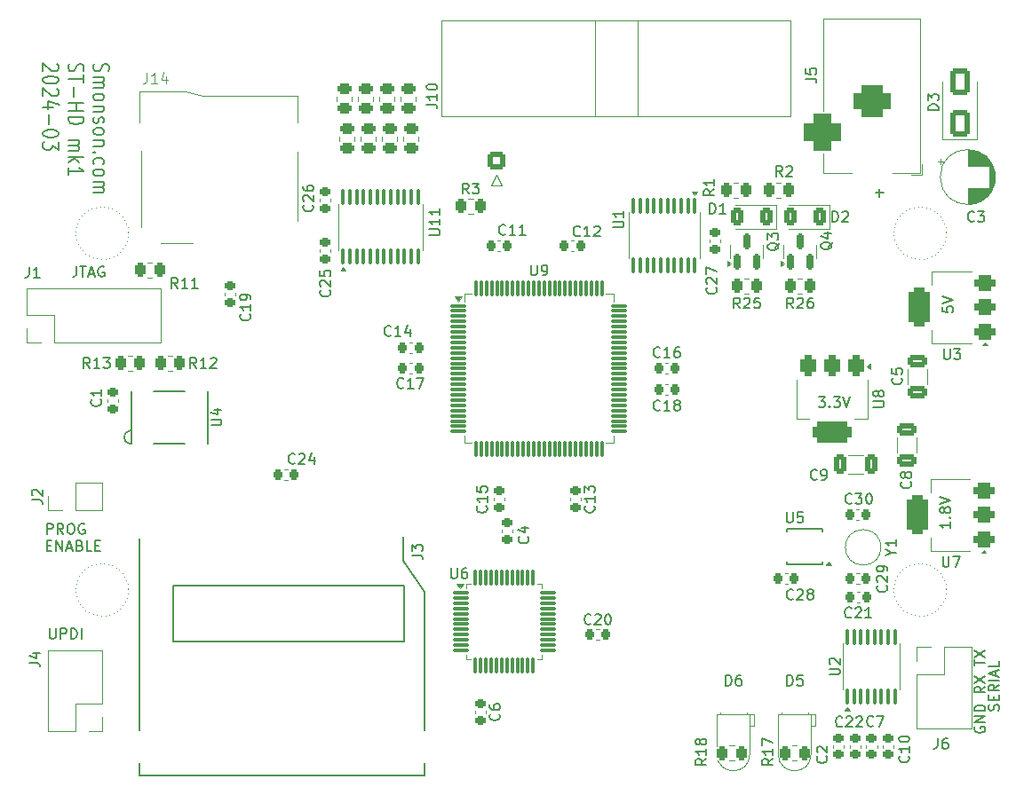
<source format=gto>
G04 #@! TF.GenerationSoftware,KiCad,Pcbnew,7.0.10-7.0.10~ubuntu22.04.1*
G04 #@! TF.CreationDate,2024-03-30T20:23:11+11:00*
G04 #@! TF.ProjectId,AtariHDisk4,41746172-6948-4446-9973-6b342e6b6963,rev?*
G04 #@! TF.SameCoordinates,Original*
G04 #@! TF.FileFunction,Legend,Top*
G04 #@! TF.FilePolarity,Positive*
%FSLAX46Y46*%
G04 Gerber Fmt 4.6, Leading zero omitted, Abs format (unit mm)*
G04 Created by KiCad (PCBNEW 7.0.10-7.0.10~ubuntu22.04.1) date 2024-03-30 20:23:11*
%MOMM*%
%LPD*%
G01*
G04 APERTURE LIST*
G04 Aperture macros list*
%AMRoundRect*
0 Rectangle with rounded corners*
0 $1 Rounding radius*
0 $2 $3 $4 $5 $6 $7 $8 $9 X,Y pos of 4 corners*
0 Add a 4 corners polygon primitive as box body*
4,1,4,$2,$3,$4,$5,$6,$7,$8,$9,$2,$3,0*
0 Add four circle primitives for the rounded corners*
1,1,$1+$1,$2,$3*
1,1,$1+$1,$4,$5*
1,1,$1+$1,$6,$7*
1,1,$1+$1,$8,$9*
0 Add four rect primitives between the rounded corners*
20,1,$1+$1,$2,$3,$4,$5,0*
20,1,$1+$1,$4,$5,$6,$7,0*
20,1,$1+$1,$6,$7,$8,$9,0*
20,1,$1+$1,$8,$9,$2,$3,0*%
G04 Aperture macros list end*
%ADD10C,0.150000*%
%ADD11C,0.200000*%
%ADD12C,0.100000*%
%ADD13C,0.120000*%
%ADD14RoundRect,0.250000X0.650000X-1.000000X0.650000X1.000000X-0.650000X1.000000X-0.650000X-1.000000X0*%
%ADD15RoundRect,0.250000X0.650000X-0.325000X0.650000X0.325000X-0.650000X0.325000X-0.650000X-0.325000X0*%
%ADD16R,1.700000X1.700000*%
%ADD17O,1.700000X1.700000*%
%ADD18R,1.600000X1.600000*%
%ADD19C,1.600000*%
%ADD20RoundRect,0.250000X-0.262500X-0.450000X0.262500X-0.450000X0.262500X0.450000X-0.262500X0.450000X0*%
%ADD21RoundRect,0.225000X-0.225000X-0.250000X0.225000X-0.250000X0.225000X0.250000X-0.225000X0.250000X0*%
%ADD22RoundRect,0.225000X0.225000X0.250000X-0.225000X0.250000X-0.225000X-0.250000X0.225000X-0.250000X0*%
%ADD23C,2.750000*%
%ADD24RoundRect,0.375000X0.625000X0.375000X-0.625000X0.375000X-0.625000X-0.375000X0.625000X-0.375000X0*%
%ADD25RoundRect,0.500000X0.500000X1.400000X-0.500000X1.400000X-0.500000X-1.400000X0.500000X-1.400000X0*%
%ADD26RoundRect,0.375000X-0.375000X0.625000X-0.375000X-0.625000X0.375000X-0.625000X0.375000X0.625000X0*%
%ADD27RoundRect,0.500000X-1.400000X0.500000X-1.400000X-0.500000X1.400000X-0.500000X1.400000X0.500000X0*%
%ADD28RoundRect,0.250000X0.325000X0.650000X-0.325000X0.650000X-0.325000X-0.650000X0.325000X-0.650000X0*%
%ADD29R,1.800000X2.000000*%
%ADD30RoundRect,0.225000X-0.250000X0.225000X-0.250000X-0.225000X0.250000X-0.225000X0.250000X0.225000X0*%
%ADD31R,3.500000X3.500000*%
%ADD32RoundRect,0.750000X-1.000000X0.750000X-1.000000X-0.750000X1.000000X-0.750000X1.000000X0.750000X0*%
%ADD33RoundRect,0.875000X-0.875000X0.875000X-0.875000X-0.875000X0.875000X-0.875000X0.875000X0.875000X0*%
%ADD34RoundRect,0.075000X-0.662500X-0.075000X0.662500X-0.075000X0.662500X0.075000X-0.662500X0.075000X0*%
%ADD35RoundRect,0.075000X-0.075000X-0.662500X0.075000X-0.662500X0.075000X0.662500X-0.075000X0.662500X0*%
%ADD36R,1.400000X0.300000*%
%ADD37RoundRect,0.225000X0.250000X-0.225000X0.250000X0.225000X-0.250000X0.225000X-0.250000X-0.225000X0*%
%ADD38R,1.800000X1.800000*%
%ADD39C,1.800000*%
%ADD40RoundRect,0.250000X0.450000X-0.262500X0.450000X0.262500X-0.450000X0.262500X-0.450000X-0.262500X0*%
%ADD41RoundRect,0.150000X0.150000X-0.587500X0.150000X0.587500X-0.150000X0.587500X-0.150000X-0.587500X0*%
%ADD42RoundRect,0.100000X0.100000X-0.637500X0.100000X0.637500X-0.100000X0.637500X-0.100000X-0.637500X0*%
%ADD43C,1.000000*%
%ADD44R,0.700000X1.600000*%
%ADD45R,1.200000X1.800000*%
%ADD46R,1.200000X2.200000*%
%ADD47R,1.600000X1.500000*%
%ADD48RoundRect,0.250000X0.375000X0.625000X-0.375000X0.625000X-0.375000X-0.625000X0.375000X-0.625000X0*%
%ADD49RoundRect,0.250000X0.262500X0.450000X-0.262500X0.450000X-0.262500X-0.450000X0.262500X-0.450000X0*%
%ADD50C,1.100000*%
%ADD51R,1.000000X1.500000*%
%ADD52R,0.700000X1.500000*%
%ADD53R,1.500000X2.800000*%
%ADD54RoundRect,0.100000X-0.100000X0.637500X-0.100000X-0.637500X0.100000X-0.637500X0.100000X0.637500X0*%
%ADD55RoundRect,0.250000X0.600000X-0.600000X0.600000X0.600000X-0.600000X0.600000X-0.600000X-0.600000X0*%
%ADD56C,1.700000*%
G04 APERTURE END LIST*
D10*
X62090493Y-80149819D02*
X62090493Y-80864104D01*
X62090493Y-80864104D02*
X62042874Y-81006961D01*
X62042874Y-81006961D02*
X61947636Y-81102200D01*
X61947636Y-81102200D02*
X61804779Y-81149819D01*
X61804779Y-81149819D02*
X61709541Y-81149819D01*
X62423827Y-80149819D02*
X62995255Y-80149819D01*
X62709541Y-81149819D02*
X62709541Y-80149819D01*
X63280970Y-80864104D02*
X63757160Y-80864104D01*
X63185732Y-81149819D02*
X63519065Y-80149819D01*
X63519065Y-80149819D02*
X63852398Y-81149819D01*
X64709541Y-80197438D02*
X64614303Y-80149819D01*
X64614303Y-80149819D02*
X64471446Y-80149819D01*
X64471446Y-80149819D02*
X64328589Y-80197438D01*
X64328589Y-80197438D02*
X64233351Y-80292676D01*
X64233351Y-80292676D02*
X64185732Y-80387914D01*
X64185732Y-80387914D02*
X64138113Y-80578390D01*
X64138113Y-80578390D02*
X64138113Y-80721247D01*
X64138113Y-80721247D02*
X64185732Y-80911723D01*
X64185732Y-80911723D02*
X64233351Y-81006961D01*
X64233351Y-81006961D02*
X64328589Y-81102200D01*
X64328589Y-81102200D02*
X64471446Y-81149819D01*
X64471446Y-81149819D02*
X64566684Y-81149819D01*
X64566684Y-81149819D02*
X64709541Y-81102200D01*
X64709541Y-81102200D02*
X64757160Y-81054580D01*
X64757160Y-81054580D02*
X64757160Y-80721247D01*
X64757160Y-80721247D02*
X64566684Y-80721247D01*
D11*
X63778900Y-60821673D02*
X63707471Y-61000244D01*
X63707471Y-61000244D02*
X63707471Y-61297863D01*
X63707471Y-61297863D02*
X63778900Y-61416911D01*
X63778900Y-61416911D02*
X63850328Y-61476435D01*
X63850328Y-61476435D02*
X63993185Y-61535958D01*
X63993185Y-61535958D02*
X64136042Y-61535958D01*
X64136042Y-61535958D02*
X64278900Y-61476435D01*
X64278900Y-61476435D02*
X64350328Y-61416911D01*
X64350328Y-61416911D02*
X64421757Y-61297863D01*
X64421757Y-61297863D02*
X64493185Y-61059768D01*
X64493185Y-61059768D02*
X64564614Y-60940720D01*
X64564614Y-60940720D02*
X64636042Y-60881197D01*
X64636042Y-60881197D02*
X64778900Y-60821673D01*
X64778900Y-60821673D02*
X64921757Y-60821673D01*
X64921757Y-60821673D02*
X65064614Y-60881197D01*
X65064614Y-60881197D02*
X65136042Y-60940720D01*
X65136042Y-60940720D02*
X65207471Y-61059768D01*
X65207471Y-61059768D02*
X65207471Y-61357387D01*
X65207471Y-61357387D02*
X65136042Y-61535958D01*
X63707471Y-62071673D02*
X64707471Y-62071673D01*
X64564614Y-62071673D02*
X64636042Y-62131196D01*
X64636042Y-62131196D02*
X64707471Y-62250244D01*
X64707471Y-62250244D02*
X64707471Y-62428815D01*
X64707471Y-62428815D02*
X64636042Y-62547863D01*
X64636042Y-62547863D02*
X64493185Y-62607387D01*
X64493185Y-62607387D02*
X63707471Y-62607387D01*
X64493185Y-62607387D02*
X64636042Y-62666911D01*
X64636042Y-62666911D02*
X64707471Y-62785958D01*
X64707471Y-62785958D02*
X64707471Y-62964530D01*
X64707471Y-62964530D02*
X64636042Y-63083577D01*
X64636042Y-63083577D02*
X64493185Y-63143101D01*
X64493185Y-63143101D02*
X63707471Y-63143101D01*
X63707471Y-63916911D02*
X63778900Y-63797863D01*
X63778900Y-63797863D02*
X63850328Y-63738340D01*
X63850328Y-63738340D02*
X63993185Y-63678816D01*
X63993185Y-63678816D02*
X64421757Y-63678816D01*
X64421757Y-63678816D02*
X64564614Y-63738340D01*
X64564614Y-63738340D02*
X64636042Y-63797863D01*
X64636042Y-63797863D02*
X64707471Y-63916911D01*
X64707471Y-63916911D02*
X64707471Y-64095482D01*
X64707471Y-64095482D02*
X64636042Y-64214530D01*
X64636042Y-64214530D02*
X64564614Y-64274054D01*
X64564614Y-64274054D02*
X64421757Y-64333578D01*
X64421757Y-64333578D02*
X63993185Y-64333578D01*
X63993185Y-64333578D02*
X63850328Y-64274054D01*
X63850328Y-64274054D02*
X63778900Y-64214530D01*
X63778900Y-64214530D02*
X63707471Y-64095482D01*
X63707471Y-64095482D02*
X63707471Y-63916911D01*
X64707471Y-64869292D02*
X63707471Y-64869292D01*
X64564614Y-64869292D02*
X64636042Y-64928815D01*
X64636042Y-64928815D02*
X64707471Y-65047863D01*
X64707471Y-65047863D02*
X64707471Y-65226434D01*
X64707471Y-65226434D02*
X64636042Y-65345482D01*
X64636042Y-65345482D02*
X64493185Y-65405006D01*
X64493185Y-65405006D02*
X63707471Y-65405006D01*
X63778900Y-65940720D02*
X63707471Y-66059767D01*
X63707471Y-66059767D02*
X63707471Y-66297863D01*
X63707471Y-66297863D02*
X63778900Y-66416910D01*
X63778900Y-66416910D02*
X63921757Y-66476434D01*
X63921757Y-66476434D02*
X63993185Y-66476434D01*
X63993185Y-66476434D02*
X64136042Y-66416910D01*
X64136042Y-66416910D02*
X64207471Y-66297863D01*
X64207471Y-66297863D02*
X64207471Y-66119291D01*
X64207471Y-66119291D02*
X64278900Y-66000244D01*
X64278900Y-66000244D02*
X64421757Y-65940720D01*
X64421757Y-65940720D02*
X64493185Y-65940720D01*
X64493185Y-65940720D02*
X64636042Y-66000244D01*
X64636042Y-66000244D02*
X64707471Y-66119291D01*
X64707471Y-66119291D02*
X64707471Y-66297863D01*
X64707471Y-66297863D02*
X64636042Y-66416910D01*
X63707471Y-67190720D02*
X63778900Y-67071672D01*
X63778900Y-67071672D02*
X63850328Y-67012149D01*
X63850328Y-67012149D02*
X63993185Y-66952625D01*
X63993185Y-66952625D02*
X64421757Y-66952625D01*
X64421757Y-66952625D02*
X64564614Y-67012149D01*
X64564614Y-67012149D02*
X64636042Y-67071672D01*
X64636042Y-67071672D02*
X64707471Y-67190720D01*
X64707471Y-67190720D02*
X64707471Y-67369291D01*
X64707471Y-67369291D02*
X64636042Y-67488339D01*
X64636042Y-67488339D02*
X64564614Y-67547863D01*
X64564614Y-67547863D02*
X64421757Y-67607387D01*
X64421757Y-67607387D02*
X63993185Y-67607387D01*
X63993185Y-67607387D02*
X63850328Y-67547863D01*
X63850328Y-67547863D02*
X63778900Y-67488339D01*
X63778900Y-67488339D02*
X63707471Y-67369291D01*
X63707471Y-67369291D02*
X63707471Y-67190720D01*
X64707471Y-68143101D02*
X63707471Y-68143101D01*
X64564614Y-68143101D02*
X64636042Y-68202624D01*
X64636042Y-68202624D02*
X64707471Y-68321672D01*
X64707471Y-68321672D02*
X64707471Y-68500243D01*
X64707471Y-68500243D02*
X64636042Y-68619291D01*
X64636042Y-68619291D02*
X64493185Y-68678815D01*
X64493185Y-68678815D02*
X63707471Y-68678815D01*
X63850328Y-69274053D02*
X63778900Y-69333576D01*
X63778900Y-69333576D02*
X63707471Y-69274053D01*
X63707471Y-69274053D02*
X63778900Y-69214529D01*
X63778900Y-69214529D02*
X63850328Y-69274053D01*
X63850328Y-69274053D02*
X63707471Y-69274053D01*
X63778900Y-70405005D02*
X63707471Y-70285957D01*
X63707471Y-70285957D02*
X63707471Y-70047862D01*
X63707471Y-70047862D02*
X63778900Y-69928814D01*
X63778900Y-69928814D02*
X63850328Y-69869291D01*
X63850328Y-69869291D02*
X63993185Y-69809767D01*
X63993185Y-69809767D02*
X64421757Y-69809767D01*
X64421757Y-69809767D02*
X64564614Y-69869291D01*
X64564614Y-69869291D02*
X64636042Y-69928814D01*
X64636042Y-69928814D02*
X64707471Y-70047862D01*
X64707471Y-70047862D02*
X64707471Y-70285957D01*
X64707471Y-70285957D02*
X64636042Y-70405005D01*
X63707471Y-71119291D02*
X63778900Y-71000243D01*
X63778900Y-71000243D02*
X63850328Y-70940720D01*
X63850328Y-70940720D02*
X63993185Y-70881196D01*
X63993185Y-70881196D02*
X64421757Y-70881196D01*
X64421757Y-70881196D02*
X64564614Y-70940720D01*
X64564614Y-70940720D02*
X64636042Y-71000243D01*
X64636042Y-71000243D02*
X64707471Y-71119291D01*
X64707471Y-71119291D02*
X64707471Y-71297862D01*
X64707471Y-71297862D02*
X64636042Y-71416910D01*
X64636042Y-71416910D02*
X64564614Y-71476434D01*
X64564614Y-71476434D02*
X64421757Y-71535958D01*
X64421757Y-71535958D02*
X63993185Y-71535958D01*
X63993185Y-71535958D02*
X63850328Y-71476434D01*
X63850328Y-71476434D02*
X63778900Y-71416910D01*
X63778900Y-71416910D02*
X63707471Y-71297862D01*
X63707471Y-71297862D02*
X63707471Y-71119291D01*
X63707471Y-72071672D02*
X64707471Y-72071672D01*
X64564614Y-72071672D02*
X64636042Y-72131195D01*
X64636042Y-72131195D02*
X64707471Y-72250243D01*
X64707471Y-72250243D02*
X64707471Y-72428814D01*
X64707471Y-72428814D02*
X64636042Y-72547862D01*
X64636042Y-72547862D02*
X64493185Y-72607386D01*
X64493185Y-72607386D02*
X63707471Y-72607386D01*
X64493185Y-72607386D02*
X64636042Y-72666910D01*
X64636042Y-72666910D02*
X64707471Y-72785957D01*
X64707471Y-72785957D02*
X64707471Y-72964529D01*
X64707471Y-72964529D02*
X64636042Y-73083576D01*
X64636042Y-73083576D02*
X64493185Y-73143100D01*
X64493185Y-73143100D02*
X63707471Y-73143100D01*
X61363900Y-60821673D02*
X61292471Y-61000244D01*
X61292471Y-61000244D02*
X61292471Y-61297863D01*
X61292471Y-61297863D02*
X61363900Y-61416911D01*
X61363900Y-61416911D02*
X61435328Y-61476435D01*
X61435328Y-61476435D02*
X61578185Y-61535958D01*
X61578185Y-61535958D02*
X61721042Y-61535958D01*
X61721042Y-61535958D02*
X61863900Y-61476435D01*
X61863900Y-61476435D02*
X61935328Y-61416911D01*
X61935328Y-61416911D02*
X62006757Y-61297863D01*
X62006757Y-61297863D02*
X62078185Y-61059768D01*
X62078185Y-61059768D02*
X62149614Y-60940720D01*
X62149614Y-60940720D02*
X62221042Y-60881197D01*
X62221042Y-60881197D02*
X62363900Y-60821673D01*
X62363900Y-60821673D02*
X62506757Y-60821673D01*
X62506757Y-60821673D02*
X62649614Y-60881197D01*
X62649614Y-60881197D02*
X62721042Y-60940720D01*
X62721042Y-60940720D02*
X62792471Y-61059768D01*
X62792471Y-61059768D02*
X62792471Y-61357387D01*
X62792471Y-61357387D02*
X62721042Y-61535958D01*
X62792471Y-61893101D02*
X62792471Y-62607387D01*
X61292471Y-62250244D02*
X62792471Y-62250244D01*
X61863900Y-63024054D02*
X61863900Y-63976435D01*
X61292471Y-64571673D02*
X62792471Y-64571673D01*
X62078185Y-64571673D02*
X62078185Y-65285958D01*
X61292471Y-65285958D02*
X62792471Y-65285958D01*
X61292471Y-65881197D02*
X62792471Y-65881197D01*
X62792471Y-65881197D02*
X62792471Y-66178816D01*
X62792471Y-66178816D02*
X62721042Y-66357387D01*
X62721042Y-66357387D02*
X62578185Y-66476435D01*
X62578185Y-66476435D02*
X62435328Y-66535958D01*
X62435328Y-66535958D02*
X62149614Y-66595482D01*
X62149614Y-66595482D02*
X61935328Y-66595482D01*
X61935328Y-66595482D02*
X61649614Y-66535958D01*
X61649614Y-66535958D02*
X61506757Y-66476435D01*
X61506757Y-66476435D02*
X61363900Y-66357387D01*
X61363900Y-66357387D02*
X61292471Y-66178816D01*
X61292471Y-66178816D02*
X61292471Y-65881197D01*
X61292471Y-68083578D02*
X62292471Y-68083578D01*
X62149614Y-68083578D02*
X62221042Y-68143101D01*
X62221042Y-68143101D02*
X62292471Y-68262149D01*
X62292471Y-68262149D02*
X62292471Y-68440720D01*
X62292471Y-68440720D02*
X62221042Y-68559768D01*
X62221042Y-68559768D02*
X62078185Y-68619292D01*
X62078185Y-68619292D02*
X61292471Y-68619292D01*
X62078185Y-68619292D02*
X62221042Y-68678816D01*
X62221042Y-68678816D02*
X62292471Y-68797863D01*
X62292471Y-68797863D02*
X62292471Y-68976435D01*
X62292471Y-68976435D02*
X62221042Y-69095482D01*
X62221042Y-69095482D02*
X62078185Y-69155006D01*
X62078185Y-69155006D02*
X61292471Y-69155006D01*
X61292471Y-69750245D02*
X62792471Y-69750245D01*
X61863900Y-69869292D02*
X61292471Y-70226435D01*
X62292471Y-70226435D02*
X61721042Y-69750245D01*
X61292471Y-71416911D02*
X61292471Y-70702626D01*
X61292471Y-71059769D02*
X62792471Y-71059769D01*
X62792471Y-71059769D02*
X62578185Y-70940721D01*
X62578185Y-70940721D02*
X62435328Y-70821673D01*
X62435328Y-70821673D02*
X62363900Y-70702626D01*
X60234614Y-60821673D02*
X60306042Y-60881197D01*
X60306042Y-60881197D02*
X60377471Y-61000244D01*
X60377471Y-61000244D02*
X60377471Y-61297863D01*
X60377471Y-61297863D02*
X60306042Y-61416911D01*
X60306042Y-61416911D02*
X60234614Y-61476435D01*
X60234614Y-61476435D02*
X60091757Y-61535958D01*
X60091757Y-61535958D02*
X59948900Y-61535958D01*
X59948900Y-61535958D02*
X59734614Y-61476435D01*
X59734614Y-61476435D02*
X58877471Y-60762149D01*
X58877471Y-60762149D02*
X58877471Y-61535958D01*
X60377471Y-62309768D02*
X60377471Y-62428815D01*
X60377471Y-62428815D02*
X60306042Y-62547863D01*
X60306042Y-62547863D02*
X60234614Y-62607387D01*
X60234614Y-62607387D02*
X60091757Y-62666911D01*
X60091757Y-62666911D02*
X59806042Y-62726434D01*
X59806042Y-62726434D02*
X59448900Y-62726434D01*
X59448900Y-62726434D02*
X59163185Y-62666911D01*
X59163185Y-62666911D02*
X59020328Y-62607387D01*
X59020328Y-62607387D02*
X58948900Y-62547863D01*
X58948900Y-62547863D02*
X58877471Y-62428815D01*
X58877471Y-62428815D02*
X58877471Y-62309768D01*
X58877471Y-62309768D02*
X58948900Y-62190720D01*
X58948900Y-62190720D02*
X59020328Y-62131196D01*
X59020328Y-62131196D02*
X59163185Y-62071673D01*
X59163185Y-62071673D02*
X59448900Y-62012149D01*
X59448900Y-62012149D02*
X59806042Y-62012149D01*
X59806042Y-62012149D02*
X60091757Y-62071673D01*
X60091757Y-62071673D02*
X60234614Y-62131196D01*
X60234614Y-62131196D02*
X60306042Y-62190720D01*
X60306042Y-62190720D02*
X60377471Y-62309768D01*
X60234614Y-63202625D02*
X60306042Y-63262149D01*
X60306042Y-63262149D02*
X60377471Y-63381196D01*
X60377471Y-63381196D02*
X60377471Y-63678815D01*
X60377471Y-63678815D02*
X60306042Y-63797863D01*
X60306042Y-63797863D02*
X60234614Y-63857387D01*
X60234614Y-63857387D02*
X60091757Y-63916910D01*
X60091757Y-63916910D02*
X59948900Y-63916910D01*
X59948900Y-63916910D02*
X59734614Y-63857387D01*
X59734614Y-63857387D02*
X58877471Y-63143101D01*
X58877471Y-63143101D02*
X58877471Y-63916910D01*
X59877471Y-64988339D02*
X58877471Y-64988339D01*
X60448900Y-64690720D02*
X59377471Y-64393101D01*
X59377471Y-64393101D02*
X59377471Y-65166910D01*
X59448900Y-65643101D02*
X59448900Y-66595482D01*
X60377471Y-67428815D02*
X60377471Y-67547862D01*
X60377471Y-67547862D02*
X60306042Y-67666910D01*
X60306042Y-67666910D02*
X60234614Y-67726434D01*
X60234614Y-67726434D02*
X60091757Y-67785958D01*
X60091757Y-67785958D02*
X59806042Y-67845481D01*
X59806042Y-67845481D02*
X59448900Y-67845481D01*
X59448900Y-67845481D02*
X59163185Y-67785958D01*
X59163185Y-67785958D02*
X59020328Y-67726434D01*
X59020328Y-67726434D02*
X58948900Y-67666910D01*
X58948900Y-67666910D02*
X58877471Y-67547862D01*
X58877471Y-67547862D02*
X58877471Y-67428815D01*
X58877471Y-67428815D02*
X58948900Y-67309767D01*
X58948900Y-67309767D02*
X59020328Y-67250243D01*
X59020328Y-67250243D02*
X59163185Y-67190720D01*
X59163185Y-67190720D02*
X59448900Y-67131196D01*
X59448900Y-67131196D02*
X59806042Y-67131196D01*
X59806042Y-67131196D02*
X60091757Y-67190720D01*
X60091757Y-67190720D02*
X60234614Y-67250243D01*
X60234614Y-67250243D02*
X60306042Y-67309767D01*
X60306042Y-67309767D02*
X60377471Y-67428815D01*
X60377471Y-68262148D02*
X60377471Y-69035957D01*
X60377471Y-69035957D02*
X59806042Y-68619291D01*
X59806042Y-68619291D02*
X59806042Y-68797862D01*
X59806042Y-68797862D02*
X59734614Y-68916910D01*
X59734614Y-68916910D02*
X59663185Y-68976434D01*
X59663185Y-68976434D02*
X59520328Y-69035957D01*
X59520328Y-69035957D02*
X59163185Y-69035957D01*
X59163185Y-69035957D02*
X59020328Y-68976434D01*
X59020328Y-68976434D02*
X58948900Y-68916910D01*
X58948900Y-68916910D02*
X58877471Y-68797862D01*
X58877471Y-68797862D02*
X58877471Y-68440719D01*
X58877471Y-68440719D02*
X58948900Y-68321672D01*
X58948900Y-68321672D02*
X59020328Y-68262148D01*
D10*
X145411819Y-104549411D02*
X145411819Y-105120839D01*
X145411819Y-104835125D02*
X144411819Y-104835125D01*
X144411819Y-104835125D02*
X144554676Y-104930363D01*
X144554676Y-104930363D02*
X144649914Y-105025601D01*
X144649914Y-105025601D02*
X144697533Y-105120839D01*
X145316580Y-104120839D02*
X145364200Y-104073220D01*
X145364200Y-104073220D02*
X145411819Y-104120839D01*
X145411819Y-104120839D02*
X145364200Y-104168458D01*
X145364200Y-104168458D02*
X145316580Y-104120839D01*
X145316580Y-104120839D02*
X145411819Y-104120839D01*
X144840390Y-103501792D02*
X144792771Y-103597030D01*
X144792771Y-103597030D02*
X144745152Y-103644649D01*
X144745152Y-103644649D02*
X144649914Y-103692268D01*
X144649914Y-103692268D02*
X144602295Y-103692268D01*
X144602295Y-103692268D02*
X144507057Y-103644649D01*
X144507057Y-103644649D02*
X144459438Y-103597030D01*
X144459438Y-103597030D02*
X144411819Y-103501792D01*
X144411819Y-103501792D02*
X144411819Y-103311316D01*
X144411819Y-103311316D02*
X144459438Y-103216078D01*
X144459438Y-103216078D02*
X144507057Y-103168459D01*
X144507057Y-103168459D02*
X144602295Y-103120840D01*
X144602295Y-103120840D02*
X144649914Y-103120840D01*
X144649914Y-103120840D02*
X144745152Y-103168459D01*
X144745152Y-103168459D02*
X144792771Y-103216078D01*
X144792771Y-103216078D02*
X144840390Y-103311316D01*
X144840390Y-103311316D02*
X144840390Y-103501792D01*
X144840390Y-103501792D02*
X144888009Y-103597030D01*
X144888009Y-103597030D02*
X144935628Y-103644649D01*
X144935628Y-103644649D02*
X145030866Y-103692268D01*
X145030866Y-103692268D02*
X145221342Y-103692268D01*
X145221342Y-103692268D02*
X145316580Y-103644649D01*
X145316580Y-103644649D02*
X145364200Y-103597030D01*
X145364200Y-103597030D02*
X145411819Y-103501792D01*
X145411819Y-103501792D02*
X145411819Y-103311316D01*
X145411819Y-103311316D02*
X145364200Y-103216078D01*
X145364200Y-103216078D02*
X145316580Y-103168459D01*
X145316580Y-103168459D02*
X145221342Y-103120840D01*
X145221342Y-103120840D02*
X145030866Y-103120840D01*
X145030866Y-103120840D02*
X144935628Y-103168459D01*
X144935628Y-103168459D02*
X144888009Y-103216078D01*
X144888009Y-103216078D02*
X144840390Y-103311316D01*
X144411819Y-102835125D02*
X145411819Y-102501792D01*
X145411819Y-102501792D02*
X144411819Y-102168459D01*
X59264779Y-105701819D02*
X59264779Y-104701819D01*
X59264779Y-104701819D02*
X59645731Y-104701819D01*
X59645731Y-104701819D02*
X59740969Y-104749438D01*
X59740969Y-104749438D02*
X59788588Y-104797057D01*
X59788588Y-104797057D02*
X59836207Y-104892295D01*
X59836207Y-104892295D02*
X59836207Y-105035152D01*
X59836207Y-105035152D02*
X59788588Y-105130390D01*
X59788588Y-105130390D02*
X59740969Y-105178009D01*
X59740969Y-105178009D02*
X59645731Y-105225628D01*
X59645731Y-105225628D02*
X59264779Y-105225628D01*
X60836207Y-105701819D02*
X60502874Y-105225628D01*
X60264779Y-105701819D02*
X60264779Y-104701819D01*
X60264779Y-104701819D02*
X60645731Y-104701819D01*
X60645731Y-104701819D02*
X60740969Y-104749438D01*
X60740969Y-104749438D02*
X60788588Y-104797057D01*
X60788588Y-104797057D02*
X60836207Y-104892295D01*
X60836207Y-104892295D02*
X60836207Y-105035152D01*
X60836207Y-105035152D02*
X60788588Y-105130390D01*
X60788588Y-105130390D02*
X60740969Y-105178009D01*
X60740969Y-105178009D02*
X60645731Y-105225628D01*
X60645731Y-105225628D02*
X60264779Y-105225628D01*
X61455255Y-104701819D02*
X61645731Y-104701819D01*
X61645731Y-104701819D02*
X61740969Y-104749438D01*
X61740969Y-104749438D02*
X61836207Y-104844676D01*
X61836207Y-104844676D02*
X61883826Y-105035152D01*
X61883826Y-105035152D02*
X61883826Y-105368485D01*
X61883826Y-105368485D02*
X61836207Y-105558961D01*
X61836207Y-105558961D02*
X61740969Y-105654200D01*
X61740969Y-105654200D02*
X61645731Y-105701819D01*
X61645731Y-105701819D02*
X61455255Y-105701819D01*
X61455255Y-105701819D02*
X61360017Y-105654200D01*
X61360017Y-105654200D02*
X61264779Y-105558961D01*
X61264779Y-105558961D02*
X61217160Y-105368485D01*
X61217160Y-105368485D02*
X61217160Y-105035152D01*
X61217160Y-105035152D02*
X61264779Y-104844676D01*
X61264779Y-104844676D02*
X61360017Y-104749438D01*
X61360017Y-104749438D02*
X61455255Y-104701819D01*
X62836207Y-104749438D02*
X62740969Y-104701819D01*
X62740969Y-104701819D02*
X62598112Y-104701819D01*
X62598112Y-104701819D02*
X62455255Y-104749438D01*
X62455255Y-104749438D02*
X62360017Y-104844676D01*
X62360017Y-104844676D02*
X62312398Y-104939914D01*
X62312398Y-104939914D02*
X62264779Y-105130390D01*
X62264779Y-105130390D02*
X62264779Y-105273247D01*
X62264779Y-105273247D02*
X62312398Y-105463723D01*
X62312398Y-105463723D02*
X62360017Y-105558961D01*
X62360017Y-105558961D02*
X62455255Y-105654200D01*
X62455255Y-105654200D02*
X62598112Y-105701819D01*
X62598112Y-105701819D02*
X62693350Y-105701819D01*
X62693350Y-105701819D02*
X62836207Y-105654200D01*
X62836207Y-105654200D02*
X62883826Y-105606580D01*
X62883826Y-105606580D02*
X62883826Y-105273247D01*
X62883826Y-105273247D02*
X62693350Y-105273247D01*
X59264779Y-106788009D02*
X59598112Y-106788009D01*
X59740969Y-107311819D02*
X59264779Y-107311819D01*
X59264779Y-107311819D02*
X59264779Y-106311819D01*
X59264779Y-106311819D02*
X59740969Y-106311819D01*
X60169541Y-107311819D02*
X60169541Y-106311819D01*
X60169541Y-106311819D02*
X60740969Y-107311819D01*
X60740969Y-107311819D02*
X60740969Y-106311819D01*
X61169541Y-107026104D02*
X61645731Y-107026104D01*
X61074303Y-107311819D02*
X61407636Y-106311819D01*
X61407636Y-106311819D02*
X61740969Y-107311819D01*
X62407636Y-106788009D02*
X62550493Y-106835628D01*
X62550493Y-106835628D02*
X62598112Y-106883247D01*
X62598112Y-106883247D02*
X62645731Y-106978485D01*
X62645731Y-106978485D02*
X62645731Y-107121342D01*
X62645731Y-107121342D02*
X62598112Y-107216580D01*
X62598112Y-107216580D02*
X62550493Y-107264200D01*
X62550493Y-107264200D02*
X62455255Y-107311819D01*
X62455255Y-107311819D02*
X62074303Y-107311819D01*
X62074303Y-107311819D02*
X62074303Y-106311819D01*
X62074303Y-106311819D02*
X62407636Y-106311819D01*
X62407636Y-106311819D02*
X62502874Y-106359438D01*
X62502874Y-106359438D02*
X62550493Y-106407057D01*
X62550493Y-106407057D02*
X62598112Y-106502295D01*
X62598112Y-106502295D02*
X62598112Y-106597533D01*
X62598112Y-106597533D02*
X62550493Y-106692771D01*
X62550493Y-106692771D02*
X62502874Y-106740390D01*
X62502874Y-106740390D02*
X62407636Y-106788009D01*
X62407636Y-106788009D02*
X62074303Y-106788009D01*
X63550493Y-107311819D02*
X63074303Y-107311819D01*
X63074303Y-107311819D02*
X63074303Y-106311819D01*
X63883827Y-106788009D02*
X64217160Y-106788009D01*
X64360017Y-107311819D02*
X63883827Y-107311819D01*
X63883827Y-107311819D02*
X63883827Y-106311819D01*
X63883827Y-106311819D02*
X64360017Y-106311819D01*
X59518779Y-114693819D02*
X59518779Y-115503342D01*
X59518779Y-115503342D02*
X59566398Y-115598580D01*
X59566398Y-115598580D02*
X59614017Y-115646200D01*
X59614017Y-115646200D02*
X59709255Y-115693819D01*
X59709255Y-115693819D02*
X59899731Y-115693819D01*
X59899731Y-115693819D02*
X59994969Y-115646200D01*
X59994969Y-115646200D02*
X60042588Y-115598580D01*
X60042588Y-115598580D02*
X60090207Y-115503342D01*
X60090207Y-115503342D02*
X60090207Y-114693819D01*
X60566398Y-115693819D02*
X60566398Y-114693819D01*
X60566398Y-114693819D02*
X60947350Y-114693819D01*
X60947350Y-114693819D02*
X61042588Y-114741438D01*
X61042588Y-114741438D02*
X61090207Y-114789057D01*
X61090207Y-114789057D02*
X61137826Y-114884295D01*
X61137826Y-114884295D02*
X61137826Y-115027152D01*
X61137826Y-115027152D02*
X61090207Y-115122390D01*
X61090207Y-115122390D02*
X61042588Y-115170009D01*
X61042588Y-115170009D02*
X60947350Y-115217628D01*
X60947350Y-115217628D02*
X60566398Y-115217628D01*
X61566398Y-115693819D02*
X61566398Y-114693819D01*
X61566398Y-114693819D02*
X61804493Y-114693819D01*
X61804493Y-114693819D02*
X61947350Y-114741438D01*
X61947350Y-114741438D02*
X62042588Y-114836676D01*
X62042588Y-114836676D02*
X62090207Y-114931914D01*
X62090207Y-114931914D02*
X62137826Y-115122390D01*
X62137826Y-115122390D02*
X62137826Y-115265247D01*
X62137826Y-115265247D02*
X62090207Y-115455723D01*
X62090207Y-115455723D02*
X62042588Y-115550961D01*
X62042588Y-115550961D02*
X61947350Y-115646200D01*
X61947350Y-115646200D02*
X61804493Y-115693819D01*
X61804493Y-115693819D02*
X61566398Y-115693819D01*
X62566398Y-115693819D02*
X62566398Y-114693819D01*
X138258779Y-73148866D02*
X139020684Y-73148866D01*
X138639731Y-73529819D02*
X138639731Y-72767914D01*
X147761438Y-124107411D02*
X147713819Y-124202649D01*
X147713819Y-124202649D02*
X147713819Y-124345506D01*
X147713819Y-124345506D02*
X147761438Y-124488363D01*
X147761438Y-124488363D02*
X147856676Y-124583601D01*
X147856676Y-124583601D02*
X147951914Y-124631220D01*
X147951914Y-124631220D02*
X148142390Y-124678839D01*
X148142390Y-124678839D02*
X148285247Y-124678839D01*
X148285247Y-124678839D02*
X148475723Y-124631220D01*
X148475723Y-124631220D02*
X148570961Y-124583601D01*
X148570961Y-124583601D02*
X148666200Y-124488363D01*
X148666200Y-124488363D02*
X148713819Y-124345506D01*
X148713819Y-124345506D02*
X148713819Y-124250268D01*
X148713819Y-124250268D02*
X148666200Y-124107411D01*
X148666200Y-124107411D02*
X148618580Y-124059792D01*
X148618580Y-124059792D02*
X148285247Y-124059792D01*
X148285247Y-124059792D02*
X148285247Y-124250268D01*
X148713819Y-123631220D02*
X147713819Y-123631220D01*
X147713819Y-123631220D02*
X148713819Y-123059792D01*
X148713819Y-123059792D02*
X147713819Y-123059792D01*
X148713819Y-122583601D02*
X147713819Y-122583601D01*
X147713819Y-122583601D02*
X147713819Y-122345506D01*
X147713819Y-122345506D02*
X147761438Y-122202649D01*
X147761438Y-122202649D02*
X147856676Y-122107411D01*
X147856676Y-122107411D02*
X147951914Y-122059792D01*
X147951914Y-122059792D02*
X148142390Y-122012173D01*
X148142390Y-122012173D02*
X148285247Y-122012173D01*
X148285247Y-122012173D02*
X148475723Y-122059792D01*
X148475723Y-122059792D02*
X148570961Y-122107411D01*
X148570961Y-122107411D02*
X148666200Y-122202649D01*
X148666200Y-122202649D02*
X148713819Y-122345506D01*
X148713819Y-122345506D02*
X148713819Y-122583601D01*
X148713819Y-120250268D02*
X148237628Y-120583601D01*
X148713819Y-120821696D02*
X147713819Y-120821696D01*
X147713819Y-120821696D02*
X147713819Y-120440744D01*
X147713819Y-120440744D02*
X147761438Y-120345506D01*
X147761438Y-120345506D02*
X147809057Y-120297887D01*
X147809057Y-120297887D02*
X147904295Y-120250268D01*
X147904295Y-120250268D02*
X148047152Y-120250268D01*
X148047152Y-120250268D02*
X148142390Y-120297887D01*
X148142390Y-120297887D02*
X148190009Y-120345506D01*
X148190009Y-120345506D02*
X148237628Y-120440744D01*
X148237628Y-120440744D02*
X148237628Y-120821696D01*
X147713819Y-119916934D02*
X148713819Y-119250268D01*
X147713819Y-119250268D02*
X148713819Y-119916934D01*
X147713819Y-118250267D02*
X147713819Y-117678839D01*
X148713819Y-117964553D02*
X147713819Y-117964553D01*
X147713819Y-117440743D02*
X148713819Y-116774077D01*
X147713819Y-116774077D02*
X148713819Y-117440743D01*
X144665819Y-84023030D02*
X144665819Y-84499220D01*
X144665819Y-84499220D02*
X145142009Y-84546839D01*
X145142009Y-84546839D02*
X145094390Y-84499220D01*
X145094390Y-84499220D02*
X145046771Y-84403982D01*
X145046771Y-84403982D02*
X145046771Y-84165887D01*
X145046771Y-84165887D02*
X145094390Y-84070649D01*
X145094390Y-84070649D02*
X145142009Y-84023030D01*
X145142009Y-84023030D02*
X145237247Y-83975411D01*
X145237247Y-83975411D02*
X145475342Y-83975411D01*
X145475342Y-83975411D02*
X145570580Y-84023030D01*
X145570580Y-84023030D02*
X145618200Y-84070649D01*
X145618200Y-84070649D02*
X145665819Y-84165887D01*
X145665819Y-84165887D02*
X145665819Y-84403982D01*
X145665819Y-84403982D02*
X145618200Y-84499220D01*
X145618200Y-84499220D02*
X145570580Y-84546839D01*
X144665819Y-83689696D02*
X145665819Y-83356363D01*
X145665819Y-83356363D02*
X144665819Y-83023030D01*
X149987000Y-122545239D02*
X150034619Y-122402382D01*
X150034619Y-122402382D02*
X150034619Y-122164287D01*
X150034619Y-122164287D02*
X149987000Y-122069049D01*
X149987000Y-122069049D02*
X149939380Y-122021430D01*
X149939380Y-122021430D02*
X149844142Y-121973811D01*
X149844142Y-121973811D02*
X149748904Y-121973811D01*
X149748904Y-121973811D02*
X149653666Y-122021430D01*
X149653666Y-122021430D02*
X149606047Y-122069049D01*
X149606047Y-122069049D02*
X149558428Y-122164287D01*
X149558428Y-122164287D02*
X149510809Y-122354763D01*
X149510809Y-122354763D02*
X149463190Y-122450001D01*
X149463190Y-122450001D02*
X149415571Y-122497620D01*
X149415571Y-122497620D02*
X149320333Y-122545239D01*
X149320333Y-122545239D02*
X149225095Y-122545239D01*
X149225095Y-122545239D02*
X149129857Y-122497620D01*
X149129857Y-122497620D02*
X149082238Y-122450001D01*
X149082238Y-122450001D02*
X149034619Y-122354763D01*
X149034619Y-122354763D02*
X149034619Y-122116668D01*
X149034619Y-122116668D02*
X149082238Y-121973811D01*
X149510809Y-121545239D02*
X149510809Y-121211906D01*
X150034619Y-121069049D02*
X150034619Y-121545239D01*
X150034619Y-121545239D02*
X149034619Y-121545239D01*
X149034619Y-121545239D02*
X149034619Y-121069049D01*
X150034619Y-120069049D02*
X149558428Y-120402382D01*
X150034619Y-120640477D02*
X149034619Y-120640477D01*
X149034619Y-120640477D02*
X149034619Y-120259525D01*
X149034619Y-120259525D02*
X149082238Y-120164287D01*
X149082238Y-120164287D02*
X149129857Y-120116668D01*
X149129857Y-120116668D02*
X149225095Y-120069049D01*
X149225095Y-120069049D02*
X149367952Y-120069049D01*
X149367952Y-120069049D02*
X149463190Y-120116668D01*
X149463190Y-120116668D02*
X149510809Y-120164287D01*
X149510809Y-120164287D02*
X149558428Y-120259525D01*
X149558428Y-120259525D02*
X149558428Y-120640477D01*
X150034619Y-119640477D02*
X149034619Y-119640477D01*
X149748904Y-119211906D02*
X149748904Y-118735716D01*
X150034619Y-119307144D02*
X149034619Y-118973811D01*
X149034619Y-118973811D02*
X150034619Y-118640478D01*
X150034619Y-117830954D02*
X150034619Y-118307144D01*
X150034619Y-118307144D02*
X149034619Y-118307144D01*
X132829541Y-92595819D02*
X133448588Y-92595819D01*
X133448588Y-92595819D02*
X133115255Y-92976771D01*
X133115255Y-92976771D02*
X133258112Y-92976771D01*
X133258112Y-92976771D02*
X133353350Y-93024390D01*
X133353350Y-93024390D02*
X133400969Y-93072009D01*
X133400969Y-93072009D02*
X133448588Y-93167247D01*
X133448588Y-93167247D02*
X133448588Y-93405342D01*
X133448588Y-93405342D02*
X133400969Y-93500580D01*
X133400969Y-93500580D02*
X133353350Y-93548200D01*
X133353350Y-93548200D02*
X133258112Y-93595819D01*
X133258112Y-93595819D02*
X132972398Y-93595819D01*
X132972398Y-93595819D02*
X132877160Y-93548200D01*
X132877160Y-93548200D02*
X132829541Y-93500580D01*
X133877160Y-93500580D02*
X133924779Y-93548200D01*
X133924779Y-93548200D02*
X133877160Y-93595819D01*
X133877160Y-93595819D02*
X133829541Y-93548200D01*
X133829541Y-93548200D02*
X133877160Y-93500580D01*
X133877160Y-93500580D02*
X133877160Y-93595819D01*
X134258112Y-92595819D02*
X134877159Y-92595819D01*
X134877159Y-92595819D02*
X134543826Y-92976771D01*
X134543826Y-92976771D02*
X134686683Y-92976771D01*
X134686683Y-92976771D02*
X134781921Y-93024390D01*
X134781921Y-93024390D02*
X134829540Y-93072009D01*
X134829540Y-93072009D02*
X134877159Y-93167247D01*
X134877159Y-93167247D02*
X134877159Y-93405342D01*
X134877159Y-93405342D02*
X134829540Y-93500580D01*
X134829540Y-93500580D02*
X134781921Y-93548200D01*
X134781921Y-93548200D02*
X134686683Y-93595819D01*
X134686683Y-93595819D02*
X134400969Y-93595819D01*
X134400969Y-93595819D02*
X134305731Y-93548200D01*
X134305731Y-93548200D02*
X134258112Y-93500580D01*
X135162874Y-92595819D02*
X135496207Y-93595819D01*
X135496207Y-93595819D02*
X135829540Y-92595819D01*
X144258819Y-65254094D02*
X143258819Y-65254094D01*
X143258819Y-65254094D02*
X143258819Y-65015999D01*
X143258819Y-65015999D02*
X143306438Y-64873142D01*
X143306438Y-64873142D02*
X143401676Y-64777904D01*
X143401676Y-64777904D02*
X143496914Y-64730285D01*
X143496914Y-64730285D02*
X143687390Y-64682666D01*
X143687390Y-64682666D02*
X143830247Y-64682666D01*
X143830247Y-64682666D02*
X144020723Y-64730285D01*
X144020723Y-64730285D02*
X144115961Y-64777904D01*
X144115961Y-64777904D02*
X144211200Y-64873142D01*
X144211200Y-64873142D02*
X144258819Y-65015999D01*
X144258819Y-65015999D02*
X144258819Y-65254094D01*
X143258819Y-64349332D02*
X143258819Y-63730285D01*
X143258819Y-63730285D02*
X143639771Y-64063618D01*
X143639771Y-64063618D02*
X143639771Y-63920761D01*
X143639771Y-63920761D02*
X143687390Y-63825523D01*
X143687390Y-63825523D02*
X143735009Y-63777904D01*
X143735009Y-63777904D02*
X143830247Y-63730285D01*
X143830247Y-63730285D02*
X144068342Y-63730285D01*
X144068342Y-63730285D02*
X144163580Y-63777904D01*
X144163580Y-63777904D02*
X144211200Y-63825523D01*
X144211200Y-63825523D02*
X144258819Y-63920761D01*
X144258819Y-63920761D02*
X144258819Y-64206475D01*
X144258819Y-64206475D02*
X144211200Y-64301713D01*
X144211200Y-64301713D02*
X144163580Y-64349332D01*
X140719980Y-90816266D02*
X140767600Y-90863885D01*
X140767600Y-90863885D02*
X140815219Y-91006742D01*
X140815219Y-91006742D02*
X140815219Y-91101980D01*
X140815219Y-91101980D02*
X140767600Y-91244837D01*
X140767600Y-91244837D02*
X140672361Y-91340075D01*
X140672361Y-91340075D02*
X140577123Y-91387694D01*
X140577123Y-91387694D02*
X140386647Y-91435313D01*
X140386647Y-91435313D02*
X140243790Y-91435313D01*
X140243790Y-91435313D02*
X140053314Y-91387694D01*
X140053314Y-91387694D02*
X139958076Y-91340075D01*
X139958076Y-91340075D02*
X139862838Y-91244837D01*
X139862838Y-91244837D02*
X139815219Y-91101980D01*
X139815219Y-91101980D02*
X139815219Y-91006742D01*
X139815219Y-91006742D02*
X139862838Y-90863885D01*
X139862838Y-90863885D02*
X139910457Y-90816266D01*
X139815219Y-89911504D02*
X139815219Y-90387694D01*
X139815219Y-90387694D02*
X140291409Y-90435313D01*
X140291409Y-90435313D02*
X140243790Y-90387694D01*
X140243790Y-90387694D02*
X140196171Y-90292456D01*
X140196171Y-90292456D02*
X140196171Y-90054361D01*
X140196171Y-90054361D02*
X140243790Y-89959123D01*
X140243790Y-89959123D02*
X140291409Y-89911504D01*
X140291409Y-89911504D02*
X140386647Y-89863885D01*
X140386647Y-89863885D02*
X140624742Y-89863885D01*
X140624742Y-89863885D02*
X140719980Y-89911504D01*
X140719980Y-89911504D02*
X140767600Y-89959123D01*
X140767600Y-89959123D02*
X140815219Y-90054361D01*
X140815219Y-90054361D02*
X140815219Y-90292456D01*
X140815219Y-90292456D02*
X140767600Y-90387694D01*
X140767600Y-90387694D02*
X140719980Y-90435313D01*
X57620819Y-117986133D02*
X58335104Y-117986133D01*
X58335104Y-117986133D02*
X58477961Y-118033752D01*
X58477961Y-118033752D02*
X58573200Y-118128990D01*
X58573200Y-118128990D02*
X58620819Y-118271847D01*
X58620819Y-118271847D02*
X58620819Y-118367085D01*
X57954152Y-117081371D02*
X58620819Y-117081371D01*
X57573200Y-117319466D02*
X58287485Y-117557561D01*
X58287485Y-117557561D02*
X58287485Y-116938514D01*
X147661333Y-75797580D02*
X147613714Y-75845200D01*
X147613714Y-75845200D02*
X147470857Y-75892819D01*
X147470857Y-75892819D02*
X147375619Y-75892819D01*
X147375619Y-75892819D02*
X147232762Y-75845200D01*
X147232762Y-75845200D02*
X147137524Y-75749961D01*
X147137524Y-75749961D02*
X147089905Y-75654723D01*
X147089905Y-75654723D02*
X147042286Y-75464247D01*
X147042286Y-75464247D02*
X147042286Y-75321390D01*
X147042286Y-75321390D02*
X147089905Y-75130914D01*
X147089905Y-75130914D02*
X147137524Y-75035676D01*
X147137524Y-75035676D02*
X147232762Y-74940438D01*
X147232762Y-74940438D02*
X147375619Y-74892819D01*
X147375619Y-74892819D02*
X147470857Y-74892819D01*
X147470857Y-74892819D02*
X147613714Y-74940438D01*
X147613714Y-74940438D02*
X147661333Y-74988057D01*
X147994667Y-74892819D02*
X148613714Y-74892819D01*
X148613714Y-74892819D02*
X148280381Y-75273771D01*
X148280381Y-75273771D02*
X148423238Y-75273771D01*
X148423238Y-75273771D02*
X148518476Y-75321390D01*
X148518476Y-75321390D02*
X148566095Y-75369009D01*
X148566095Y-75369009D02*
X148613714Y-75464247D01*
X148613714Y-75464247D02*
X148613714Y-75702342D01*
X148613714Y-75702342D02*
X148566095Y-75797580D01*
X148566095Y-75797580D02*
X148518476Y-75845200D01*
X148518476Y-75845200D02*
X148423238Y-75892819D01*
X148423238Y-75892819D02*
X148137524Y-75892819D01*
X148137524Y-75892819D02*
X148042286Y-75845200D01*
X148042286Y-75845200D02*
X147994667Y-75797580D01*
X57578666Y-80226819D02*
X57578666Y-80941104D01*
X57578666Y-80941104D02*
X57531047Y-81083961D01*
X57531047Y-81083961D02*
X57435809Y-81179200D01*
X57435809Y-81179200D02*
X57292952Y-81226819D01*
X57292952Y-81226819D02*
X57197714Y-81226819D01*
X58578666Y-81226819D02*
X58007238Y-81226819D01*
X58292952Y-81226819D02*
X58292952Y-80226819D01*
X58292952Y-80226819D02*
X58197714Y-80369676D01*
X58197714Y-80369676D02*
X58102476Y-80464914D01*
X58102476Y-80464914D02*
X58007238Y-80512533D01*
X73525142Y-89862819D02*
X73191809Y-89386628D01*
X72953714Y-89862819D02*
X72953714Y-88862819D01*
X72953714Y-88862819D02*
X73334666Y-88862819D01*
X73334666Y-88862819D02*
X73429904Y-88910438D01*
X73429904Y-88910438D02*
X73477523Y-88958057D01*
X73477523Y-88958057D02*
X73525142Y-89053295D01*
X73525142Y-89053295D02*
X73525142Y-89196152D01*
X73525142Y-89196152D02*
X73477523Y-89291390D01*
X73477523Y-89291390D02*
X73429904Y-89339009D01*
X73429904Y-89339009D02*
X73334666Y-89386628D01*
X73334666Y-89386628D02*
X72953714Y-89386628D01*
X74477523Y-89862819D02*
X73906095Y-89862819D01*
X74191809Y-89862819D02*
X74191809Y-88862819D01*
X74191809Y-88862819D02*
X74096571Y-89005676D01*
X74096571Y-89005676D02*
X74001333Y-89100914D01*
X74001333Y-89100914D02*
X73906095Y-89148533D01*
X74858476Y-88958057D02*
X74906095Y-88910438D01*
X74906095Y-88910438D02*
X75001333Y-88862819D01*
X75001333Y-88862819D02*
X75239428Y-88862819D01*
X75239428Y-88862819D02*
X75334666Y-88910438D01*
X75334666Y-88910438D02*
X75382285Y-88958057D01*
X75382285Y-88958057D02*
X75429904Y-89053295D01*
X75429904Y-89053295D02*
X75429904Y-89148533D01*
X75429904Y-89148533D02*
X75382285Y-89291390D01*
X75382285Y-89291390D02*
X74810857Y-89862819D01*
X74810857Y-89862819D02*
X75429904Y-89862819D01*
X63365142Y-89862819D02*
X63031809Y-89386628D01*
X62793714Y-89862819D02*
X62793714Y-88862819D01*
X62793714Y-88862819D02*
X63174666Y-88862819D01*
X63174666Y-88862819D02*
X63269904Y-88910438D01*
X63269904Y-88910438D02*
X63317523Y-88958057D01*
X63317523Y-88958057D02*
X63365142Y-89053295D01*
X63365142Y-89053295D02*
X63365142Y-89196152D01*
X63365142Y-89196152D02*
X63317523Y-89291390D01*
X63317523Y-89291390D02*
X63269904Y-89339009D01*
X63269904Y-89339009D02*
X63174666Y-89386628D01*
X63174666Y-89386628D02*
X62793714Y-89386628D01*
X64317523Y-89862819D02*
X63746095Y-89862819D01*
X64031809Y-89862819D02*
X64031809Y-88862819D01*
X64031809Y-88862819D02*
X63936571Y-89005676D01*
X63936571Y-89005676D02*
X63841333Y-89100914D01*
X63841333Y-89100914D02*
X63746095Y-89148533D01*
X64650857Y-88862819D02*
X65269904Y-88862819D01*
X65269904Y-88862819D02*
X64936571Y-89243771D01*
X64936571Y-89243771D02*
X65079428Y-89243771D01*
X65079428Y-89243771D02*
X65174666Y-89291390D01*
X65174666Y-89291390D02*
X65222285Y-89339009D01*
X65222285Y-89339009D02*
X65269904Y-89434247D01*
X65269904Y-89434247D02*
X65269904Y-89672342D01*
X65269904Y-89672342D02*
X65222285Y-89767580D01*
X65222285Y-89767580D02*
X65174666Y-89815200D01*
X65174666Y-89815200D02*
X65079428Y-89862819D01*
X65079428Y-89862819D02*
X64793714Y-89862819D01*
X64793714Y-89862819D02*
X64698476Y-89815200D01*
X64698476Y-89815200D02*
X64650857Y-89767580D01*
X71747142Y-82242819D02*
X71413809Y-81766628D01*
X71175714Y-82242819D02*
X71175714Y-81242819D01*
X71175714Y-81242819D02*
X71556666Y-81242819D01*
X71556666Y-81242819D02*
X71651904Y-81290438D01*
X71651904Y-81290438D02*
X71699523Y-81338057D01*
X71699523Y-81338057D02*
X71747142Y-81433295D01*
X71747142Y-81433295D02*
X71747142Y-81576152D01*
X71747142Y-81576152D02*
X71699523Y-81671390D01*
X71699523Y-81671390D02*
X71651904Y-81719009D01*
X71651904Y-81719009D02*
X71556666Y-81766628D01*
X71556666Y-81766628D02*
X71175714Y-81766628D01*
X72699523Y-82242819D02*
X72128095Y-82242819D01*
X72413809Y-82242819D02*
X72413809Y-81242819D01*
X72413809Y-81242819D02*
X72318571Y-81385676D01*
X72318571Y-81385676D02*
X72223333Y-81480914D01*
X72223333Y-81480914D02*
X72128095Y-81528533D01*
X73651904Y-82242819D02*
X73080476Y-82242819D01*
X73366190Y-82242819D02*
X73366190Y-81242819D01*
X73366190Y-81242819D02*
X73270952Y-81385676D01*
X73270952Y-81385676D02*
X73175714Y-81480914D01*
X73175714Y-81480914D02*
X73080476Y-81528533D01*
X117721142Y-93831580D02*
X117673523Y-93879200D01*
X117673523Y-93879200D02*
X117530666Y-93926819D01*
X117530666Y-93926819D02*
X117435428Y-93926819D01*
X117435428Y-93926819D02*
X117292571Y-93879200D01*
X117292571Y-93879200D02*
X117197333Y-93783961D01*
X117197333Y-93783961D02*
X117149714Y-93688723D01*
X117149714Y-93688723D02*
X117102095Y-93498247D01*
X117102095Y-93498247D02*
X117102095Y-93355390D01*
X117102095Y-93355390D02*
X117149714Y-93164914D01*
X117149714Y-93164914D02*
X117197333Y-93069676D01*
X117197333Y-93069676D02*
X117292571Y-92974438D01*
X117292571Y-92974438D02*
X117435428Y-92926819D01*
X117435428Y-92926819D02*
X117530666Y-92926819D01*
X117530666Y-92926819D02*
X117673523Y-92974438D01*
X117673523Y-92974438D02*
X117721142Y-93022057D01*
X118673523Y-93926819D02*
X118102095Y-93926819D01*
X118387809Y-93926819D02*
X118387809Y-92926819D01*
X118387809Y-92926819D02*
X118292571Y-93069676D01*
X118292571Y-93069676D02*
X118197333Y-93164914D01*
X118197333Y-93164914D02*
X118102095Y-93212533D01*
X119244952Y-93355390D02*
X119149714Y-93307771D01*
X119149714Y-93307771D02*
X119102095Y-93260152D01*
X119102095Y-93260152D02*
X119054476Y-93164914D01*
X119054476Y-93164914D02*
X119054476Y-93117295D01*
X119054476Y-93117295D02*
X119102095Y-93022057D01*
X119102095Y-93022057D02*
X119149714Y-92974438D01*
X119149714Y-92974438D02*
X119244952Y-92926819D01*
X119244952Y-92926819D02*
X119435428Y-92926819D01*
X119435428Y-92926819D02*
X119530666Y-92974438D01*
X119530666Y-92974438D02*
X119578285Y-93022057D01*
X119578285Y-93022057D02*
X119625904Y-93117295D01*
X119625904Y-93117295D02*
X119625904Y-93164914D01*
X119625904Y-93164914D02*
X119578285Y-93260152D01*
X119578285Y-93260152D02*
X119530666Y-93307771D01*
X119530666Y-93307771D02*
X119435428Y-93355390D01*
X119435428Y-93355390D02*
X119244952Y-93355390D01*
X119244952Y-93355390D02*
X119149714Y-93403009D01*
X119149714Y-93403009D02*
X119102095Y-93450628D01*
X119102095Y-93450628D02*
X119054476Y-93545866D01*
X119054476Y-93545866D02*
X119054476Y-93736342D01*
X119054476Y-93736342D02*
X119102095Y-93831580D01*
X119102095Y-93831580D02*
X119149714Y-93879200D01*
X119149714Y-93879200D02*
X119244952Y-93926819D01*
X119244952Y-93926819D02*
X119435428Y-93926819D01*
X119435428Y-93926819D02*
X119530666Y-93879200D01*
X119530666Y-93879200D02*
X119578285Y-93831580D01*
X119578285Y-93831580D02*
X119625904Y-93736342D01*
X119625904Y-93736342D02*
X119625904Y-93545866D01*
X119625904Y-93545866D02*
X119578285Y-93450628D01*
X119578285Y-93450628D02*
X119530666Y-93403009D01*
X119530666Y-93403009D02*
X119435428Y-93355390D01*
X110101142Y-77194580D02*
X110053523Y-77242200D01*
X110053523Y-77242200D02*
X109910666Y-77289819D01*
X109910666Y-77289819D02*
X109815428Y-77289819D01*
X109815428Y-77289819D02*
X109672571Y-77242200D01*
X109672571Y-77242200D02*
X109577333Y-77146961D01*
X109577333Y-77146961D02*
X109529714Y-77051723D01*
X109529714Y-77051723D02*
X109482095Y-76861247D01*
X109482095Y-76861247D02*
X109482095Y-76718390D01*
X109482095Y-76718390D02*
X109529714Y-76527914D01*
X109529714Y-76527914D02*
X109577333Y-76432676D01*
X109577333Y-76432676D02*
X109672571Y-76337438D01*
X109672571Y-76337438D02*
X109815428Y-76289819D01*
X109815428Y-76289819D02*
X109910666Y-76289819D01*
X109910666Y-76289819D02*
X110053523Y-76337438D01*
X110053523Y-76337438D02*
X110101142Y-76385057D01*
X111053523Y-77289819D02*
X110482095Y-77289819D01*
X110767809Y-77289819D02*
X110767809Y-76289819D01*
X110767809Y-76289819D02*
X110672571Y-76432676D01*
X110672571Y-76432676D02*
X110577333Y-76527914D01*
X110577333Y-76527914D02*
X110482095Y-76575533D01*
X111434476Y-76385057D02*
X111482095Y-76337438D01*
X111482095Y-76337438D02*
X111577333Y-76289819D01*
X111577333Y-76289819D02*
X111815428Y-76289819D01*
X111815428Y-76289819D02*
X111910666Y-76337438D01*
X111910666Y-76337438D02*
X111958285Y-76385057D01*
X111958285Y-76385057D02*
X112005904Y-76480295D01*
X112005904Y-76480295D02*
X112005904Y-76575533D01*
X112005904Y-76575533D02*
X111958285Y-76718390D01*
X111958285Y-76718390D02*
X111386857Y-77289819D01*
X111386857Y-77289819D02*
X112005904Y-77289819D01*
X93260342Y-91705580D02*
X93212723Y-91753200D01*
X93212723Y-91753200D02*
X93069866Y-91800819D01*
X93069866Y-91800819D02*
X92974628Y-91800819D01*
X92974628Y-91800819D02*
X92831771Y-91753200D01*
X92831771Y-91753200D02*
X92736533Y-91657961D01*
X92736533Y-91657961D02*
X92688914Y-91562723D01*
X92688914Y-91562723D02*
X92641295Y-91372247D01*
X92641295Y-91372247D02*
X92641295Y-91229390D01*
X92641295Y-91229390D02*
X92688914Y-91038914D01*
X92688914Y-91038914D02*
X92736533Y-90943676D01*
X92736533Y-90943676D02*
X92831771Y-90848438D01*
X92831771Y-90848438D02*
X92974628Y-90800819D01*
X92974628Y-90800819D02*
X93069866Y-90800819D01*
X93069866Y-90800819D02*
X93212723Y-90848438D01*
X93212723Y-90848438D02*
X93260342Y-90896057D01*
X94212723Y-91800819D02*
X93641295Y-91800819D01*
X93927009Y-91800819D02*
X93927009Y-90800819D01*
X93927009Y-90800819D02*
X93831771Y-90943676D01*
X93831771Y-90943676D02*
X93736533Y-91038914D01*
X93736533Y-91038914D02*
X93641295Y-91086533D01*
X94546057Y-90800819D02*
X95212723Y-90800819D01*
X95212723Y-90800819D02*
X94784152Y-91800819D01*
X117721142Y-88751580D02*
X117673523Y-88799200D01*
X117673523Y-88799200D02*
X117530666Y-88846819D01*
X117530666Y-88846819D02*
X117435428Y-88846819D01*
X117435428Y-88846819D02*
X117292571Y-88799200D01*
X117292571Y-88799200D02*
X117197333Y-88703961D01*
X117197333Y-88703961D02*
X117149714Y-88608723D01*
X117149714Y-88608723D02*
X117102095Y-88418247D01*
X117102095Y-88418247D02*
X117102095Y-88275390D01*
X117102095Y-88275390D02*
X117149714Y-88084914D01*
X117149714Y-88084914D02*
X117197333Y-87989676D01*
X117197333Y-87989676D02*
X117292571Y-87894438D01*
X117292571Y-87894438D02*
X117435428Y-87846819D01*
X117435428Y-87846819D02*
X117530666Y-87846819D01*
X117530666Y-87846819D02*
X117673523Y-87894438D01*
X117673523Y-87894438D02*
X117721142Y-87942057D01*
X118673523Y-88846819D02*
X118102095Y-88846819D01*
X118387809Y-88846819D02*
X118387809Y-87846819D01*
X118387809Y-87846819D02*
X118292571Y-87989676D01*
X118292571Y-87989676D02*
X118197333Y-88084914D01*
X118197333Y-88084914D02*
X118102095Y-88132533D01*
X119530666Y-87846819D02*
X119340190Y-87846819D01*
X119340190Y-87846819D02*
X119244952Y-87894438D01*
X119244952Y-87894438D02*
X119197333Y-87942057D01*
X119197333Y-87942057D02*
X119102095Y-88084914D01*
X119102095Y-88084914D02*
X119054476Y-88275390D01*
X119054476Y-88275390D02*
X119054476Y-88656342D01*
X119054476Y-88656342D02*
X119102095Y-88751580D01*
X119102095Y-88751580D02*
X119149714Y-88799200D01*
X119149714Y-88799200D02*
X119244952Y-88846819D01*
X119244952Y-88846819D02*
X119435428Y-88846819D01*
X119435428Y-88846819D02*
X119530666Y-88799200D01*
X119530666Y-88799200D02*
X119578285Y-88751580D01*
X119578285Y-88751580D02*
X119625904Y-88656342D01*
X119625904Y-88656342D02*
X119625904Y-88418247D01*
X119625904Y-88418247D02*
X119578285Y-88323009D01*
X119578285Y-88323009D02*
X119530666Y-88275390D01*
X119530666Y-88275390D02*
X119435428Y-88227771D01*
X119435428Y-88227771D02*
X119244952Y-88227771D01*
X119244952Y-88227771D02*
X119149714Y-88275390D01*
X119149714Y-88275390D02*
X119102095Y-88323009D01*
X119102095Y-88323009D02*
X119054476Y-88418247D01*
X92067142Y-86719580D02*
X92019523Y-86767200D01*
X92019523Y-86767200D02*
X91876666Y-86814819D01*
X91876666Y-86814819D02*
X91781428Y-86814819D01*
X91781428Y-86814819D02*
X91638571Y-86767200D01*
X91638571Y-86767200D02*
X91543333Y-86671961D01*
X91543333Y-86671961D02*
X91495714Y-86576723D01*
X91495714Y-86576723D02*
X91448095Y-86386247D01*
X91448095Y-86386247D02*
X91448095Y-86243390D01*
X91448095Y-86243390D02*
X91495714Y-86052914D01*
X91495714Y-86052914D02*
X91543333Y-85957676D01*
X91543333Y-85957676D02*
X91638571Y-85862438D01*
X91638571Y-85862438D02*
X91781428Y-85814819D01*
X91781428Y-85814819D02*
X91876666Y-85814819D01*
X91876666Y-85814819D02*
X92019523Y-85862438D01*
X92019523Y-85862438D02*
X92067142Y-85910057D01*
X93019523Y-86814819D02*
X92448095Y-86814819D01*
X92733809Y-86814819D02*
X92733809Y-85814819D01*
X92733809Y-85814819D02*
X92638571Y-85957676D01*
X92638571Y-85957676D02*
X92543333Y-86052914D01*
X92543333Y-86052914D02*
X92448095Y-86100533D01*
X93876666Y-86148152D02*
X93876666Y-86814819D01*
X93638571Y-85767200D02*
X93400476Y-86481485D01*
X93400476Y-86481485D02*
X94019523Y-86481485D01*
X144678095Y-107840819D02*
X144678095Y-108650342D01*
X144678095Y-108650342D02*
X144725714Y-108745580D01*
X144725714Y-108745580D02*
X144773333Y-108793200D01*
X144773333Y-108793200D02*
X144868571Y-108840819D01*
X144868571Y-108840819D02*
X145059047Y-108840819D01*
X145059047Y-108840819D02*
X145154285Y-108793200D01*
X145154285Y-108793200D02*
X145201904Y-108745580D01*
X145201904Y-108745580D02*
X145249523Y-108650342D01*
X145249523Y-108650342D02*
X145249523Y-107840819D01*
X145630476Y-107840819D02*
X146297142Y-107840819D01*
X146297142Y-107840819D02*
X145868571Y-108840819D01*
X138066819Y-93573904D02*
X138876342Y-93573904D01*
X138876342Y-93573904D02*
X138971580Y-93526285D01*
X138971580Y-93526285D02*
X139019200Y-93478666D01*
X139019200Y-93478666D02*
X139066819Y-93383428D01*
X139066819Y-93383428D02*
X139066819Y-93192952D01*
X139066819Y-93192952D02*
X139019200Y-93097714D01*
X139019200Y-93097714D02*
X138971580Y-93050095D01*
X138971580Y-93050095D02*
X138876342Y-93002476D01*
X138876342Y-93002476D02*
X138066819Y-93002476D01*
X138495390Y-92383428D02*
X138447771Y-92478666D01*
X138447771Y-92478666D02*
X138400152Y-92526285D01*
X138400152Y-92526285D02*
X138304914Y-92573904D01*
X138304914Y-92573904D02*
X138257295Y-92573904D01*
X138257295Y-92573904D02*
X138162057Y-92526285D01*
X138162057Y-92526285D02*
X138114438Y-92478666D01*
X138114438Y-92478666D02*
X138066819Y-92383428D01*
X138066819Y-92383428D02*
X138066819Y-92192952D01*
X138066819Y-92192952D02*
X138114438Y-92097714D01*
X138114438Y-92097714D02*
X138162057Y-92050095D01*
X138162057Y-92050095D02*
X138257295Y-92002476D01*
X138257295Y-92002476D02*
X138304914Y-92002476D01*
X138304914Y-92002476D02*
X138400152Y-92050095D01*
X138400152Y-92050095D02*
X138447771Y-92097714D01*
X138447771Y-92097714D02*
X138495390Y-92192952D01*
X138495390Y-92192952D02*
X138495390Y-92383428D01*
X138495390Y-92383428D02*
X138543009Y-92478666D01*
X138543009Y-92478666D02*
X138590628Y-92526285D01*
X138590628Y-92526285D02*
X138685866Y-92573904D01*
X138685866Y-92573904D02*
X138876342Y-92573904D01*
X138876342Y-92573904D02*
X138971580Y-92526285D01*
X138971580Y-92526285D02*
X139019200Y-92478666D01*
X139019200Y-92478666D02*
X139066819Y-92383428D01*
X139066819Y-92383428D02*
X139066819Y-92192952D01*
X139066819Y-92192952D02*
X139019200Y-92097714D01*
X139019200Y-92097714D02*
X138971580Y-92050095D01*
X138971580Y-92050095D02*
X138876342Y-92002476D01*
X138876342Y-92002476D02*
X138685866Y-92002476D01*
X138685866Y-92002476D02*
X138590628Y-92050095D01*
X138590628Y-92050095D02*
X138543009Y-92097714D01*
X138543009Y-92097714D02*
X138495390Y-92192952D01*
X141583580Y-100730066D02*
X141631200Y-100777685D01*
X141631200Y-100777685D02*
X141678819Y-100920542D01*
X141678819Y-100920542D02*
X141678819Y-101015780D01*
X141678819Y-101015780D02*
X141631200Y-101158637D01*
X141631200Y-101158637D02*
X141535961Y-101253875D01*
X141535961Y-101253875D02*
X141440723Y-101301494D01*
X141440723Y-101301494D02*
X141250247Y-101349113D01*
X141250247Y-101349113D02*
X141107390Y-101349113D01*
X141107390Y-101349113D02*
X140916914Y-101301494D01*
X140916914Y-101301494D02*
X140821676Y-101253875D01*
X140821676Y-101253875D02*
X140726438Y-101158637D01*
X140726438Y-101158637D02*
X140678819Y-101015780D01*
X140678819Y-101015780D02*
X140678819Y-100920542D01*
X140678819Y-100920542D02*
X140726438Y-100777685D01*
X140726438Y-100777685D02*
X140774057Y-100730066D01*
X141107390Y-100158637D02*
X141059771Y-100253875D01*
X141059771Y-100253875D02*
X141012152Y-100301494D01*
X141012152Y-100301494D02*
X140916914Y-100349113D01*
X140916914Y-100349113D02*
X140869295Y-100349113D01*
X140869295Y-100349113D02*
X140774057Y-100301494D01*
X140774057Y-100301494D02*
X140726438Y-100253875D01*
X140726438Y-100253875D02*
X140678819Y-100158637D01*
X140678819Y-100158637D02*
X140678819Y-99968161D01*
X140678819Y-99968161D02*
X140726438Y-99872923D01*
X140726438Y-99872923D02*
X140774057Y-99825304D01*
X140774057Y-99825304D02*
X140869295Y-99777685D01*
X140869295Y-99777685D02*
X140916914Y-99777685D01*
X140916914Y-99777685D02*
X141012152Y-99825304D01*
X141012152Y-99825304D02*
X141059771Y-99872923D01*
X141059771Y-99872923D02*
X141107390Y-99968161D01*
X141107390Y-99968161D02*
X141107390Y-100158637D01*
X141107390Y-100158637D02*
X141155009Y-100253875D01*
X141155009Y-100253875D02*
X141202628Y-100301494D01*
X141202628Y-100301494D02*
X141297866Y-100349113D01*
X141297866Y-100349113D02*
X141488342Y-100349113D01*
X141488342Y-100349113D02*
X141583580Y-100301494D01*
X141583580Y-100301494D02*
X141631200Y-100253875D01*
X141631200Y-100253875D02*
X141678819Y-100158637D01*
X141678819Y-100158637D02*
X141678819Y-99968161D01*
X141678819Y-99968161D02*
X141631200Y-99872923D01*
X141631200Y-99872923D02*
X141583580Y-99825304D01*
X141583580Y-99825304D02*
X141488342Y-99777685D01*
X141488342Y-99777685D02*
X141297866Y-99777685D01*
X141297866Y-99777685D02*
X141202628Y-99825304D01*
X141202628Y-99825304D02*
X141155009Y-99872923D01*
X141155009Y-99872923D02*
X141107390Y-99968161D01*
X132675333Y-100435580D02*
X132627714Y-100483200D01*
X132627714Y-100483200D02*
X132484857Y-100530819D01*
X132484857Y-100530819D02*
X132389619Y-100530819D01*
X132389619Y-100530819D02*
X132246762Y-100483200D01*
X132246762Y-100483200D02*
X132151524Y-100387961D01*
X132151524Y-100387961D02*
X132103905Y-100292723D01*
X132103905Y-100292723D02*
X132056286Y-100102247D01*
X132056286Y-100102247D02*
X132056286Y-99959390D01*
X132056286Y-99959390D02*
X132103905Y-99768914D01*
X132103905Y-99768914D02*
X132151524Y-99673676D01*
X132151524Y-99673676D02*
X132246762Y-99578438D01*
X132246762Y-99578438D02*
X132389619Y-99530819D01*
X132389619Y-99530819D02*
X132484857Y-99530819D01*
X132484857Y-99530819D02*
X132627714Y-99578438D01*
X132627714Y-99578438D02*
X132675333Y-99626057D01*
X133151524Y-100530819D02*
X133342000Y-100530819D01*
X133342000Y-100530819D02*
X133437238Y-100483200D01*
X133437238Y-100483200D02*
X133484857Y-100435580D01*
X133484857Y-100435580D02*
X133580095Y-100292723D01*
X133580095Y-100292723D02*
X133627714Y-100102247D01*
X133627714Y-100102247D02*
X133627714Y-99721295D01*
X133627714Y-99721295D02*
X133580095Y-99626057D01*
X133580095Y-99626057D02*
X133532476Y-99578438D01*
X133532476Y-99578438D02*
X133437238Y-99530819D01*
X133437238Y-99530819D02*
X133246762Y-99530819D01*
X133246762Y-99530819D02*
X133151524Y-99578438D01*
X133151524Y-99578438D02*
X133103905Y-99626057D01*
X133103905Y-99626057D02*
X133056286Y-99721295D01*
X133056286Y-99721295D02*
X133056286Y-99959390D01*
X133056286Y-99959390D02*
X133103905Y-100054628D01*
X133103905Y-100054628D02*
X133151524Y-100102247D01*
X133151524Y-100102247D02*
X133246762Y-100149866D01*
X133246762Y-100149866D02*
X133437238Y-100149866D01*
X133437238Y-100149866D02*
X133532476Y-100102247D01*
X133532476Y-100102247D02*
X133580095Y-100054628D01*
X133580095Y-100054628D02*
X133627714Y-99959390D01*
X74909419Y-95321304D02*
X75718942Y-95321304D01*
X75718942Y-95321304D02*
X75814180Y-95273685D01*
X75814180Y-95273685D02*
X75861800Y-95226066D01*
X75861800Y-95226066D02*
X75909419Y-95130828D01*
X75909419Y-95130828D02*
X75909419Y-94940352D01*
X75909419Y-94940352D02*
X75861800Y-94845114D01*
X75861800Y-94845114D02*
X75814180Y-94797495D01*
X75814180Y-94797495D02*
X75718942Y-94749876D01*
X75718942Y-94749876D02*
X74909419Y-94749876D01*
X75242752Y-93845114D02*
X75909419Y-93845114D01*
X74861800Y-94083209D02*
X75576085Y-94321304D01*
X75576085Y-94321304D02*
X75576085Y-93702257D01*
X101146780Y-103030157D02*
X101194400Y-103077776D01*
X101194400Y-103077776D02*
X101242019Y-103220633D01*
X101242019Y-103220633D02*
X101242019Y-103315871D01*
X101242019Y-103315871D02*
X101194400Y-103458728D01*
X101194400Y-103458728D02*
X101099161Y-103553966D01*
X101099161Y-103553966D02*
X101003923Y-103601585D01*
X101003923Y-103601585D02*
X100813447Y-103649204D01*
X100813447Y-103649204D02*
X100670590Y-103649204D01*
X100670590Y-103649204D02*
X100480114Y-103601585D01*
X100480114Y-103601585D02*
X100384876Y-103553966D01*
X100384876Y-103553966D02*
X100289638Y-103458728D01*
X100289638Y-103458728D02*
X100242019Y-103315871D01*
X100242019Y-103315871D02*
X100242019Y-103220633D01*
X100242019Y-103220633D02*
X100289638Y-103077776D01*
X100289638Y-103077776D02*
X100337257Y-103030157D01*
X101242019Y-102077776D02*
X101242019Y-102649204D01*
X101242019Y-102363490D02*
X100242019Y-102363490D01*
X100242019Y-102363490D02*
X100384876Y-102458728D01*
X100384876Y-102458728D02*
X100480114Y-102553966D01*
X100480114Y-102553966D02*
X100527733Y-102649204D01*
X100242019Y-101173014D02*
X100242019Y-101649204D01*
X100242019Y-101649204D02*
X100718209Y-101696823D01*
X100718209Y-101696823D02*
X100670590Y-101649204D01*
X100670590Y-101649204D02*
X100622971Y-101553966D01*
X100622971Y-101553966D02*
X100622971Y-101315871D01*
X100622971Y-101315871D02*
X100670590Y-101220633D01*
X100670590Y-101220633D02*
X100718209Y-101173014D01*
X100718209Y-101173014D02*
X100813447Y-101125395D01*
X100813447Y-101125395D02*
X101051542Y-101125395D01*
X101051542Y-101125395D02*
X101146780Y-101173014D01*
X101146780Y-101173014D02*
X101194400Y-101220633D01*
X101194400Y-101220633D02*
X101242019Y-101315871D01*
X101242019Y-101315871D02*
X101242019Y-101553966D01*
X101242019Y-101553966D02*
X101194400Y-101649204D01*
X101194400Y-101649204D02*
X101146780Y-101696823D01*
X131626819Y-62241333D02*
X132341104Y-62241333D01*
X132341104Y-62241333D02*
X132483961Y-62288952D01*
X132483961Y-62288952D02*
X132579200Y-62384190D01*
X132579200Y-62384190D02*
X132626819Y-62527047D01*
X132626819Y-62527047D02*
X132626819Y-62622285D01*
X131626819Y-61288952D02*
X131626819Y-61765142D01*
X131626819Y-61765142D02*
X132103009Y-61812761D01*
X132103009Y-61812761D02*
X132055390Y-61765142D01*
X132055390Y-61765142D02*
X132007771Y-61669904D01*
X132007771Y-61669904D02*
X132007771Y-61431809D01*
X132007771Y-61431809D02*
X132055390Y-61336571D01*
X132055390Y-61336571D02*
X132103009Y-61288952D01*
X132103009Y-61288952D02*
X132198247Y-61241333D01*
X132198247Y-61241333D02*
X132436342Y-61241333D01*
X132436342Y-61241333D02*
X132531580Y-61288952D01*
X132531580Y-61288952D02*
X132579200Y-61336571D01*
X132579200Y-61336571D02*
X132626819Y-61431809D01*
X132626819Y-61431809D02*
X132626819Y-61669904D01*
X132626819Y-61669904D02*
X132579200Y-61765142D01*
X132579200Y-61765142D02*
X132531580Y-61812761D01*
X135958342Y-113592780D02*
X135910723Y-113640400D01*
X135910723Y-113640400D02*
X135767866Y-113688019D01*
X135767866Y-113688019D02*
X135672628Y-113688019D01*
X135672628Y-113688019D02*
X135529771Y-113640400D01*
X135529771Y-113640400D02*
X135434533Y-113545161D01*
X135434533Y-113545161D02*
X135386914Y-113449923D01*
X135386914Y-113449923D02*
X135339295Y-113259447D01*
X135339295Y-113259447D02*
X135339295Y-113116590D01*
X135339295Y-113116590D02*
X135386914Y-112926114D01*
X135386914Y-112926114D02*
X135434533Y-112830876D01*
X135434533Y-112830876D02*
X135529771Y-112735638D01*
X135529771Y-112735638D02*
X135672628Y-112688019D01*
X135672628Y-112688019D02*
X135767866Y-112688019D01*
X135767866Y-112688019D02*
X135910723Y-112735638D01*
X135910723Y-112735638D02*
X135958342Y-112783257D01*
X136339295Y-112783257D02*
X136386914Y-112735638D01*
X136386914Y-112735638D02*
X136482152Y-112688019D01*
X136482152Y-112688019D02*
X136720247Y-112688019D01*
X136720247Y-112688019D02*
X136815485Y-112735638D01*
X136815485Y-112735638D02*
X136863104Y-112783257D01*
X136863104Y-112783257D02*
X136910723Y-112878495D01*
X136910723Y-112878495D02*
X136910723Y-112973733D01*
X136910723Y-112973733D02*
X136863104Y-113116590D01*
X136863104Y-113116590D02*
X136291676Y-113688019D01*
X136291676Y-113688019D02*
X136910723Y-113688019D01*
X137863104Y-113688019D02*
X137291676Y-113688019D01*
X137577390Y-113688019D02*
X137577390Y-112688019D01*
X137577390Y-112688019D02*
X137482152Y-112830876D01*
X137482152Y-112830876D02*
X137386914Y-112926114D01*
X137386914Y-112926114D02*
X137291676Y-112973733D01*
X78591580Y-84716857D02*
X78639200Y-84764476D01*
X78639200Y-84764476D02*
X78686819Y-84907333D01*
X78686819Y-84907333D02*
X78686819Y-85002571D01*
X78686819Y-85002571D02*
X78639200Y-85145428D01*
X78639200Y-85145428D02*
X78543961Y-85240666D01*
X78543961Y-85240666D02*
X78448723Y-85288285D01*
X78448723Y-85288285D02*
X78258247Y-85335904D01*
X78258247Y-85335904D02*
X78115390Y-85335904D01*
X78115390Y-85335904D02*
X77924914Y-85288285D01*
X77924914Y-85288285D02*
X77829676Y-85240666D01*
X77829676Y-85240666D02*
X77734438Y-85145428D01*
X77734438Y-85145428D02*
X77686819Y-85002571D01*
X77686819Y-85002571D02*
X77686819Y-84907333D01*
X77686819Y-84907333D02*
X77734438Y-84764476D01*
X77734438Y-84764476D02*
X77782057Y-84716857D01*
X78686819Y-83764476D02*
X78686819Y-84335904D01*
X78686819Y-84050190D02*
X77686819Y-84050190D01*
X77686819Y-84050190D02*
X77829676Y-84145428D01*
X77829676Y-84145428D02*
X77924914Y-84240666D01*
X77924914Y-84240666D02*
X77972533Y-84335904D01*
X78686819Y-83288285D02*
X78686819Y-83097809D01*
X78686819Y-83097809D02*
X78639200Y-83002571D01*
X78639200Y-83002571D02*
X78591580Y-82954952D01*
X78591580Y-82954952D02*
X78448723Y-82859714D01*
X78448723Y-82859714D02*
X78258247Y-82812095D01*
X78258247Y-82812095D02*
X77877295Y-82812095D01*
X77877295Y-82812095D02*
X77782057Y-82859714D01*
X77782057Y-82859714D02*
X77734438Y-82907333D01*
X77734438Y-82907333D02*
X77686819Y-83002571D01*
X77686819Y-83002571D02*
X77686819Y-83193047D01*
X77686819Y-83193047D02*
X77734438Y-83288285D01*
X77734438Y-83288285D02*
X77782057Y-83335904D01*
X77782057Y-83335904D02*
X77877295Y-83383523D01*
X77877295Y-83383523D02*
X78115390Y-83383523D01*
X78115390Y-83383523D02*
X78210628Y-83335904D01*
X78210628Y-83335904D02*
X78258247Y-83288285D01*
X78258247Y-83288285D02*
X78305866Y-83193047D01*
X78305866Y-83193047D02*
X78305866Y-83002571D01*
X78305866Y-83002571D02*
X78258247Y-82907333D01*
X78258247Y-82907333D02*
X78210628Y-82859714D01*
X78210628Y-82859714D02*
X78115390Y-82812095D01*
X105410095Y-80020819D02*
X105410095Y-80830342D01*
X105410095Y-80830342D02*
X105457714Y-80925580D01*
X105457714Y-80925580D02*
X105505333Y-80973200D01*
X105505333Y-80973200D02*
X105600571Y-81020819D01*
X105600571Y-81020819D02*
X105791047Y-81020819D01*
X105791047Y-81020819D02*
X105886285Y-80973200D01*
X105886285Y-80973200D02*
X105933904Y-80925580D01*
X105933904Y-80925580D02*
X105981523Y-80830342D01*
X105981523Y-80830342D02*
X105981523Y-80020819D01*
X106505333Y-81020819D02*
X106695809Y-81020819D01*
X106695809Y-81020819D02*
X106791047Y-80973200D01*
X106791047Y-80973200D02*
X106838666Y-80925580D01*
X106838666Y-80925580D02*
X106933904Y-80782723D01*
X106933904Y-80782723D02*
X106981523Y-80592247D01*
X106981523Y-80592247D02*
X106981523Y-80211295D01*
X106981523Y-80211295D02*
X106933904Y-80116057D01*
X106933904Y-80116057D02*
X106886285Y-80068438D01*
X106886285Y-80068438D02*
X106791047Y-80020819D01*
X106791047Y-80020819D02*
X106600571Y-80020819D01*
X106600571Y-80020819D02*
X106505333Y-80068438D01*
X106505333Y-80068438D02*
X106457714Y-80116057D01*
X106457714Y-80116057D02*
X106410095Y-80211295D01*
X106410095Y-80211295D02*
X106410095Y-80449390D01*
X106410095Y-80449390D02*
X106457714Y-80544628D01*
X106457714Y-80544628D02*
X106505333Y-80592247D01*
X106505333Y-80592247D02*
X106600571Y-80639866D01*
X106600571Y-80639866D02*
X106791047Y-80639866D01*
X106791047Y-80639866D02*
X106886285Y-80592247D01*
X106886285Y-80592247D02*
X106933904Y-80544628D01*
X106933904Y-80544628D02*
X106981523Y-80449390D01*
X129794095Y-103594819D02*
X129794095Y-104404342D01*
X129794095Y-104404342D02*
X129841714Y-104499580D01*
X129841714Y-104499580D02*
X129889333Y-104547200D01*
X129889333Y-104547200D02*
X129984571Y-104594819D01*
X129984571Y-104594819D02*
X130175047Y-104594819D01*
X130175047Y-104594819D02*
X130270285Y-104547200D01*
X130270285Y-104547200D02*
X130317904Y-104499580D01*
X130317904Y-104499580D02*
X130365523Y-104404342D01*
X130365523Y-104404342D02*
X130365523Y-103594819D01*
X131317904Y-103594819D02*
X130841714Y-103594819D01*
X130841714Y-103594819D02*
X130794095Y-104071009D01*
X130794095Y-104071009D02*
X130841714Y-104023390D01*
X130841714Y-104023390D02*
X130936952Y-103975771D01*
X130936952Y-103975771D02*
X131175047Y-103975771D01*
X131175047Y-103975771D02*
X131270285Y-104023390D01*
X131270285Y-104023390D02*
X131317904Y-104071009D01*
X131317904Y-104071009D02*
X131365523Y-104166247D01*
X131365523Y-104166247D02*
X131365523Y-104404342D01*
X131365523Y-104404342D02*
X131317904Y-104499580D01*
X131317904Y-104499580D02*
X131270285Y-104547200D01*
X131270285Y-104547200D02*
X131175047Y-104594819D01*
X131175047Y-104594819D02*
X130936952Y-104594819D01*
X130936952Y-104594819D02*
X130841714Y-104547200D01*
X130841714Y-104547200D02*
X130794095Y-104499580D01*
X144780095Y-88028819D02*
X144780095Y-88838342D01*
X144780095Y-88838342D02*
X144827714Y-88933580D01*
X144827714Y-88933580D02*
X144875333Y-88981200D01*
X144875333Y-88981200D02*
X144970571Y-89028819D01*
X144970571Y-89028819D02*
X145161047Y-89028819D01*
X145161047Y-89028819D02*
X145256285Y-88981200D01*
X145256285Y-88981200D02*
X145303904Y-88933580D01*
X145303904Y-88933580D02*
X145351523Y-88838342D01*
X145351523Y-88838342D02*
X145351523Y-88028819D01*
X145732476Y-88028819D02*
X146351523Y-88028819D01*
X146351523Y-88028819D02*
X146018190Y-88409771D01*
X146018190Y-88409771D02*
X146161047Y-88409771D01*
X146161047Y-88409771D02*
X146256285Y-88457390D01*
X146256285Y-88457390D02*
X146303904Y-88505009D01*
X146303904Y-88505009D02*
X146351523Y-88600247D01*
X146351523Y-88600247D02*
X146351523Y-88838342D01*
X146351523Y-88838342D02*
X146303904Y-88933580D01*
X146303904Y-88933580D02*
X146256285Y-88981200D01*
X146256285Y-88981200D02*
X146161047Y-89028819D01*
X146161047Y-89028819D02*
X145875333Y-89028819D01*
X145875333Y-89028819D02*
X145780095Y-88981200D01*
X145780095Y-88981200D02*
X145732476Y-88933580D01*
X86211580Y-82430857D02*
X86259200Y-82478476D01*
X86259200Y-82478476D02*
X86306819Y-82621333D01*
X86306819Y-82621333D02*
X86306819Y-82716571D01*
X86306819Y-82716571D02*
X86259200Y-82859428D01*
X86259200Y-82859428D02*
X86163961Y-82954666D01*
X86163961Y-82954666D02*
X86068723Y-83002285D01*
X86068723Y-83002285D02*
X85878247Y-83049904D01*
X85878247Y-83049904D02*
X85735390Y-83049904D01*
X85735390Y-83049904D02*
X85544914Y-83002285D01*
X85544914Y-83002285D02*
X85449676Y-82954666D01*
X85449676Y-82954666D02*
X85354438Y-82859428D01*
X85354438Y-82859428D02*
X85306819Y-82716571D01*
X85306819Y-82716571D02*
X85306819Y-82621333D01*
X85306819Y-82621333D02*
X85354438Y-82478476D01*
X85354438Y-82478476D02*
X85402057Y-82430857D01*
X85402057Y-82049904D02*
X85354438Y-82002285D01*
X85354438Y-82002285D02*
X85306819Y-81907047D01*
X85306819Y-81907047D02*
X85306819Y-81668952D01*
X85306819Y-81668952D02*
X85354438Y-81573714D01*
X85354438Y-81573714D02*
X85402057Y-81526095D01*
X85402057Y-81526095D02*
X85497295Y-81478476D01*
X85497295Y-81478476D02*
X85592533Y-81478476D01*
X85592533Y-81478476D02*
X85735390Y-81526095D01*
X85735390Y-81526095D02*
X86306819Y-82097523D01*
X86306819Y-82097523D02*
X86306819Y-81478476D01*
X85306819Y-80573714D02*
X85306819Y-81049904D01*
X85306819Y-81049904D02*
X85783009Y-81097523D01*
X85783009Y-81097523D02*
X85735390Y-81049904D01*
X85735390Y-81049904D02*
X85687771Y-80954666D01*
X85687771Y-80954666D02*
X85687771Y-80716571D01*
X85687771Y-80716571D02*
X85735390Y-80621333D01*
X85735390Y-80621333D02*
X85783009Y-80573714D01*
X85783009Y-80573714D02*
X85878247Y-80526095D01*
X85878247Y-80526095D02*
X86116342Y-80526095D01*
X86116342Y-80526095D02*
X86211580Y-80573714D01*
X86211580Y-80573714D02*
X86259200Y-80621333D01*
X86259200Y-80621333D02*
X86306819Y-80716571D01*
X86306819Y-80716571D02*
X86306819Y-80954666D01*
X86306819Y-80954666D02*
X86259200Y-81049904D01*
X86259200Y-81049904D02*
X86211580Y-81097523D01*
X123975905Y-120160819D02*
X123975905Y-119160819D01*
X123975905Y-119160819D02*
X124214000Y-119160819D01*
X124214000Y-119160819D02*
X124356857Y-119208438D01*
X124356857Y-119208438D02*
X124452095Y-119303676D01*
X124452095Y-119303676D02*
X124499714Y-119398914D01*
X124499714Y-119398914D02*
X124547333Y-119589390D01*
X124547333Y-119589390D02*
X124547333Y-119732247D01*
X124547333Y-119732247D02*
X124499714Y-119922723D01*
X124499714Y-119922723D02*
X124452095Y-120017961D01*
X124452095Y-120017961D02*
X124356857Y-120113200D01*
X124356857Y-120113200D02*
X124214000Y-120160819D01*
X124214000Y-120160819D02*
X123975905Y-120160819D01*
X125404476Y-119160819D02*
X125214000Y-119160819D01*
X125214000Y-119160819D02*
X125118762Y-119208438D01*
X125118762Y-119208438D02*
X125071143Y-119256057D01*
X125071143Y-119256057D02*
X124975905Y-119398914D01*
X124975905Y-119398914D02*
X124928286Y-119589390D01*
X124928286Y-119589390D02*
X124928286Y-119970342D01*
X124928286Y-119970342D02*
X124975905Y-120065580D01*
X124975905Y-120065580D02*
X125023524Y-120113200D01*
X125023524Y-120113200D02*
X125118762Y-120160819D01*
X125118762Y-120160819D02*
X125309238Y-120160819D01*
X125309238Y-120160819D02*
X125404476Y-120113200D01*
X125404476Y-120113200D02*
X125452095Y-120065580D01*
X125452095Y-120065580D02*
X125499714Y-119970342D01*
X125499714Y-119970342D02*
X125499714Y-119732247D01*
X125499714Y-119732247D02*
X125452095Y-119637009D01*
X125452095Y-119637009D02*
X125404476Y-119589390D01*
X125404476Y-119589390D02*
X125309238Y-119541771D01*
X125309238Y-119541771D02*
X125118762Y-119541771D01*
X125118762Y-119541771D02*
X125023524Y-119589390D01*
X125023524Y-119589390D02*
X124975905Y-119637009D01*
X124975905Y-119637009D02*
X124928286Y-119732247D01*
X135094742Y-124006780D02*
X135047123Y-124054400D01*
X135047123Y-124054400D02*
X134904266Y-124102019D01*
X134904266Y-124102019D02*
X134809028Y-124102019D01*
X134809028Y-124102019D02*
X134666171Y-124054400D01*
X134666171Y-124054400D02*
X134570933Y-123959161D01*
X134570933Y-123959161D02*
X134523314Y-123863923D01*
X134523314Y-123863923D02*
X134475695Y-123673447D01*
X134475695Y-123673447D02*
X134475695Y-123530590D01*
X134475695Y-123530590D02*
X134523314Y-123340114D01*
X134523314Y-123340114D02*
X134570933Y-123244876D01*
X134570933Y-123244876D02*
X134666171Y-123149638D01*
X134666171Y-123149638D02*
X134809028Y-123102019D01*
X134809028Y-123102019D02*
X134904266Y-123102019D01*
X134904266Y-123102019D02*
X135047123Y-123149638D01*
X135047123Y-123149638D02*
X135094742Y-123197257D01*
X135475695Y-123197257D02*
X135523314Y-123149638D01*
X135523314Y-123149638D02*
X135618552Y-123102019D01*
X135618552Y-123102019D02*
X135856647Y-123102019D01*
X135856647Y-123102019D02*
X135951885Y-123149638D01*
X135951885Y-123149638D02*
X135999504Y-123197257D01*
X135999504Y-123197257D02*
X136047123Y-123292495D01*
X136047123Y-123292495D02*
X136047123Y-123387733D01*
X136047123Y-123387733D02*
X135999504Y-123530590D01*
X135999504Y-123530590D02*
X135428076Y-124102019D01*
X135428076Y-124102019D02*
X136047123Y-124102019D01*
X136428076Y-123197257D02*
X136475695Y-123149638D01*
X136475695Y-123149638D02*
X136570933Y-123102019D01*
X136570933Y-123102019D02*
X136809028Y-123102019D01*
X136809028Y-123102019D02*
X136904266Y-123149638D01*
X136904266Y-123149638D02*
X136951885Y-123197257D01*
X136951885Y-123197257D02*
X136999504Y-123292495D01*
X136999504Y-123292495D02*
X136999504Y-123387733D01*
X136999504Y-123387733D02*
X136951885Y-123530590D01*
X136951885Y-123530590D02*
X136380457Y-124102019D01*
X136380457Y-124102019D02*
X136999504Y-124102019D01*
X57830819Y-102441333D02*
X58545104Y-102441333D01*
X58545104Y-102441333D02*
X58687961Y-102488952D01*
X58687961Y-102488952D02*
X58783200Y-102584190D01*
X58783200Y-102584190D02*
X58830819Y-102727047D01*
X58830819Y-102727047D02*
X58830819Y-102822285D01*
X57926057Y-102012761D02*
X57878438Y-101965142D01*
X57878438Y-101965142D02*
X57830819Y-101869904D01*
X57830819Y-101869904D02*
X57830819Y-101631809D01*
X57830819Y-101631809D02*
X57878438Y-101536571D01*
X57878438Y-101536571D02*
X57926057Y-101488952D01*
X57926057Y-101488952D02*
X58021295Y-101441333D01*
X58021295Y-101441333D02*
X58116533Y-101441333D01*
X58116533Y-101441333D02*
X58259390Y-101488952D01*
X58259390Y-101488952D02*
X58830819Y-102060380D01*
X58830819Y-102060380D02*
X58830819Y-101441333D01*
X102373580Y-122861666D02*
X102421200Y-122909285D01*
X102421200Y-122909285D02*
X102468819Y-123052142D01*
X102468819Y-123052142D02*
X102468819Y-123147380D01*
X102468819Y-123147380D02*
X102421200Y-123290237D01*
X102421200Y-123290237D02*
X102325961Y-123385475D01*
X102325961Y-123385475D02*
X102230723Y-123433094D01*
X102230723Y-123433094D02*
X102040247Y-123480713D01*
X102040247Y-123480713D02*
X101897390Y-123480713D01*
X101897390Y-123480713D02*
X101706914Y-123433094D01*
X101706914Y-123433094D02*
X101611676Y-123385475D01*
X101611676Y-123385475D02*
X101516438Y-123290237D01*
X101516438Y-123290237D02*
X101468819Y-123147380D01*
X101468819Y-123147380D02*
X101468819Y-123052142D01*
X101468819Y-123052142D02*
X101516438Y-122909285D01*
X101516438Y-122909285D02*
X101564057Y-122861666D01*
X101468819Y-122004523D02*
X101468819Y-122194999D01*
X101468819Y-122194999D02*
X101516438Y-122290237D01*
X101516438Y-122290237D02*
X101564057Y-122337856D01*
X101564057Y-122337856D02*
X101706914Y-122433094D01*
X101706914Y-122433094D02*
X101897390Y-122480713D01*
X101897390Y-122480713D02*
X102278342Y-122480713D01*
X102278342Y-122480713D02*
X102373580Y-122433094D01*
X102373580Y-122433094D02*
X102421200Y-122385475D01*
X102421200Y-122385475D02*
X102468819Y-122290237D01*
X102468819Y-122290237D02*
X102468819Y-122099761D01*
X102468819Y-122099761D02*
X102421200Y-122004523D01*
X102421200Y-122004523D02*
X102373580Y-121956904D01*
X102373580Y-121956904D02*
X102278342Y-121909285D01*
X102278342Y-121909285D02*
X102040247Y-121909285D01*
X102040247Y-121909285D02*
X101945009Y-121956904D01*
X101945009Y-121956904D02*
X101897390Y-122004523D01*
X101897390Y-122004523D02*
X101849771Y-122099761D01*
X101849771Y-122099761D02*
X101849771Y-122290237D01*
X101849771Y-122290237D02*
X101897390Y-122385475D01*
X101897390Y-122385475D02*
X101945009Y-122433094D01*
X101945009Y-122433094D02*
X102040247Y-122480713D01*
X97790095Y-108928819D02*
X97790095Y-109738342D01*
X97790095Y-109738342D02*
X97837714Y-109833580D01*
X97837714Y-109833580D02*
X97885333Y-109881200D01*
X97885333Y-109881200D02*
X97980571Y-109928819D01*
X97980571Y-109928819D02*
X98171047Y-109928819D01*
X98171047Y-109928819D02*
X98266285Y-109881200D01*
X98266285Y-109881200D02*
X98313904Y-109833580D01*
X98313904Y-109833580D02*
X98361523Y-109738342D01*
X98361523Y-109738342D02*
X98361523Y-108928819D01*
X99266285Y-108928819D02*
X99075809Y-108928819D01*
X99075809Y-108928819D02*
X98980571Y-108976438D01*
X98980571Y-108976438D02*
X98932952Y-109024057D01*
X98932952Y-109024057D02*
X98837714Y-109166914D01*
X98837714Y-109166914D02*
X98790095Y-109357390D01*
X98790095Y-109357390D02*
X98790095Y-109738342D01*
X98790095Y-109738342D02*
X98837714Y-109833580D01*
X98837714Y-109833580D02*
X98885333Y-109881200D01*
X98885333Y-109881200D02*
X98980571Y-109928819D01*
X98980571Y-109928819D02*
X99171047Y-109928819D01*
X99171047Y-109928819D02*
X99266285Y-109881200D01*
X99266285Y-109881200D02*
X99313904Y-109833580D01*
X99313904Y-109833580D02*
X99361523Y-109738342D01*
X99361523Y-109738342D02*
X99361523Y-109500247D01*
X99361523Y-109500247D02*
X99313904Y-109405009D01*
X99313904Y-109405009D02*
X99266285Y-109357390D01*
X99266285Y-109357390D02*
X99171047Y-109309771D01*
X99171047Y-109309771D02*
X98980571Y-109309771D01*
X98980571Y-109309771D02*
X98885333Y-109357390D01*
X98885333Y-109357390D02*
X98837714Y-109405009D01*
X98837714Y-109405009D02*
X98790095Y-109500247D01*
X111130142Y-114245580D02*
X111082523Y-114293200D01*
X111082523Y-114293200D02*
X110939666Y-114340819D01*
X110939666Y-114340819D02*
X110844428Y-114340819D01*
X110844428Y-114340819D02*
X110701571Y-114293200D01*
X110701571Y-114293200D02*
X110606333Y-114197961D01*
X110606333Y-114197961D02*
X110558714Y-114102723D01*
X110558714Y-114102723D02*
X110511095Y-113912247D01*
X110511095Y-113912247D02*
X110511095Y-113769390D01*
X110511095Y-113769390D02*
X110558714Y-113578914D01*
X110558714Y-113578914D02*
X110606333Y-113483676D01*
X110606333Y-113483676D02*
X110701571Y-113388438D01*
X110701571Y-113388438D02*
X110844428Y-113340819D01*
X110844428Y-113340819D02*
X110939666Y-113340819D01*
X110939666Y-113340819D02*
X111082523Y-113388438D01*
X111082523Y-113388438D02*
X111130142Y-113436057D01*
X111511095Y-113436057D02*
X111558714Y-113388438D01*
X111558714Y-113388438D02*
X111653952Y-113340819D01*
X111653952Y-113340819D02*
X111892047Y-113340819D01*
X111892047Y-113340819D02*
X111987285Y-113388438D01*
X111987285Y-113388438D02*
X112034904Y-113436057D01*
X112034904Y-113436057D02*
X112082523Y-113531295D01*
X112082523Y-113531295D02*
X112082523Y-113626533D01*
X112082523Y-113626533D02*
X112034904Y-113769390D01*
X112034904Y-113769390D02*
X111463476Y-114340819D01*
X111463476Y-114340819D02*
X112082523Y-114340819D01*
X112701571Y-113340819D02*
X112796809Y-113340819D01*
X112796809Y-113340819D02*
X112892047Y-113388438D01*
X112892047Y-113388438D02*
X112939666Y-113436057D01*
X112939666Y-113436057D02*
X112987285Y-113531295D01*
X112987285Y-113531295D02*
X113034904Y-113721771D01*
X113034904Y-113721771D02*
X113034904Y-113959866D01*
X113034904Y-113959866D02*
X112987285Y-114150342D01*
X112987285Y-114150342D02*
X112939666Y-114245580D01*
X112939666Y-114245580D02*
X112892047Y-114293200D01*
X112892047Y-114293200D02*
X112796809Y-114340819D01*
X112796809Y-114340819D02*
X112701571Y-114340819D01*
X112701571Y-114340819D02*
X112606333Y-114293200D01*
X112606333Y-114293200D02*
X112558714Y-114245580D01*
X112558714Y-114245580D02*
X112511095Y-114150342D01*
X112511095Y-114150342D02*
X112463476Y-113959866D01*
X112463476Y-113959866D02*
X112463476Y-113721771D01*
X112463476Y-113721771D02*
X112511095Y-113531295D01*
X112511095Y-113531295D02*
X112558714Y-113436057D01*
X112558714Y-113436057D02*
X112606333Y-113388438D01*
X112606333Y-113388438D02*
X112701571Y-113340819D01*
X134154057Y-77819238D02*
X134106438Y-77914476D01*
X134106438Y-77914476D02*
X134011200Y-78009714D01*
X134011200Y-78009714D02*
X133868342Y-78152571D01*
X133868342Y-78152571D02*
X133820723Y-78247809D01*
X133820723Y-78247809D02*
X133820723Y-78343047D01*
X134058819Y-78295428D02*
X134011200Y-78390666D01*
X134011200Y-78390666D02*
X133915961Y-78485904D01*
X133915961Y-78485904D02*
X133725485Y-78533523D01*
X133725485Y-78533523D02*
X133392152Y-78533523D01*
X133392152Y-78533523D02*
X133201676Y-78485904D01*
X133201676Y-78485904D02*
X133106438Y-78390666D01*
X133106438Y-78390666D02*
X133058819Y-78295428D01*
X133058819Y-78295428D02*
X133058819Y-78104952D01*
X133058819Y-78104952D02*
X133106438Y-78009714D01*
X133106438Y-78009714D02*
X133201676Y-77914476D01*
X133201676Y-77914476D02*
X133392152Y-77866857D01*
X133392152Y-77866857D02*
X133725485Y-77866857D01*
X133725485Y-77866857D02*
X133915961Y-77914476D01*
X133915961Y-77914476D02*
X134011200Y-78009714D01*
X134011200Y-78009714D02*
X134058819Y-78104952D01*
X134058819Y-78104952D02*
X134058819Y-78295428D01*
X133392152Y-77009714D02*
X134058819Y-77009714D01*
X133011200Y-77247809D02*
X133725485Y-77485904D01*
X133725485Y-77485904D02*
X133725485Y-76866857D01*
X129074057Y-77897738D02*
X129026438Y-77992976D01*
X129026438Y-77992976D02*
X128931200Y-78088214D01*
X128931200Y-78088214D02*
X128788342Y-78231071D01*
X128788342Y-78231071D02*
X128740723Y-78326309D01*
X128740723Y-78326309D02*
X128740723Y-78421547D01*
X128978819Y-78373928D02*
X128931200Y-78469166D01*
X128931200Y-78469166D02*
X128835961Y-78564404D01*
X128835961Y-78564404D02*
X128645485Y-78612023D01*
X128645485Y-78612023D02*
X128312152Y-78612023D01*
X128312152Y-78612023D02*
X128121676Y-78564404D01*
X128121676Y-78564404D02*
X128026438Y-78469166D01*
X128026438Y-78469166D02*
X127978819Y-78373928D01*
X127978819Y-78373928D02*
X127978819Y-78183452D01*
X127978819Y-78183452D02*
X128026438Y-78088214D01*
X128026438Y-78088214D02*
X128121676Y-77992976D01*
X128121676Y-77992976D02*
X128312152Y-77945357D01*
X128312152Y-77945357D02*
X128645485Y-77945357D01*
X128645485Y-77945357D02*
X128835961Y-77992976D01*
X128835961Y-77992976D02*
X128931200Y-78088214D01*
X128931200Y-78088214D02*
X128978819Y-78183452D01*
X128978819Y-78183452D02*
X128978819Y-78373928D01*
X127978819Y-77612023D02*
X127978819Y-76992976D01*
X127978819Y-76992976D02*
X128359771Y-77326309D01*
X128359771Y-77326309D02*
X128359771Y-77183452D01*
X128359771Y-77183452D02*
X128407390Y-77088214D01*
X128407390Y-77088214D02*
X128455009Y-77040595D01*
X128455009Y-77040595D02*
X128550247Y-76992976D01*
X128550247Y-76992976D02*
X128788342Y-76992976D01*
X128788342Y-76992976D02*
X128883580Y-77040595D01*
X128883580Y-77040595D02*
X128931200Y-77088214D01*
X128931200Y-77088214D02*
X128978819Y-77183452D01*
X128978819Y-77183452D02*
X128978819Y-77469166D01*
X128978819Y-77469166D02*
X128931200Y-77564404D01*
X128931200Y-77564404D02*
X128883580Y-77612023D01*
X133850619Y-119125904D02*
X134660142Y-119125904D01*
X134660142Y-119125904D02*
X134755380Y-119078285D01*
X134755380Y-119078285D02*
X134803000Y-119030666D01*
X134803000Y-119030666D02*
X134850619Y-118935428D01*
X134850619Y-118935428D02*
X134850619Y-118744952D01*
X134850619Y-118744952D02*
X134803000Y-118649714D01*
X134803000Y-118649714D02*
X134755380Y-118602095D01*
X134755380Y-118602095D02*
X134660142Y-118554476D01*
X134660142Y-118554476D02*
X133850619Y-118554476D01*
X133945857Y-118125904D02*
X133898238Y-118078285D01*
X133898238Y-118078285D02*
X133850619Y-117983047D01*
X133850619Y-117983047D02*
X133850619Y-117744952D01*
X133850619Y-117744952D02*
X133898238Y-117649714D01*
X133898238Y-117649714D02*
X133945857Y-117602095D01*
X133945857Y-117602095D02*
X134041095Y-117554476D01*
X134041095Y-117554476D02*
X134136333Y-117554476D01*
X134136333Y-117554476D02*
X134279190Y-117602095D01*
X134279190Y-117602095D02*
X134850619Y-118173523D01*
X134850619Y-118173523D02*
X134850619Y-117554476D01*
X139761628Y-107446190D02*
X140237819Y-107446190D01*
X139237819Y-107779523D02*
X139761628Y-107446190D01*
X139761628Y-107446190D02*
X139237819Y-107112857D01*
X140237819Y-106255714D02*
X140237819Y-106827142D01*
X140237819Y-106541428D02*
X139237819Y-106541428D01*
X139237819Y-106541428D02*
X139380676Y-106636666D01*
X139380676Y-106636666D02*
X139475914Y-106731904D01*
X139475914Y-106731904D02*
X139523533Y-106827142D01*
D12*
X68786476Y-61687419D02*
X68786476Y-62401704D01*
X68786476Y-62401704D02*
X68738857Y-62544561D01*
X68738857Y-62544561D02*
X68643619Y-62639800D01*
X68643619Y-62639800D02*
X68500762Y-62687419D01*
X68500762Y-62687419D02*
X68405524Y-62687419D01*
X69786476Y-62687419D02*
X69215048Y-62687419D01*
X69500762Y-62687419D02*
X69500762Y-61687419D01*
X69500762Y-61687419D02*
X69405524Y-61830276D01*
X69405524Y-61830276D02*
X69310286Y-61925514D01*
X69310286Y-61925514D02*
X69215048Y-61973133D01*
X70643619Y-62020752D02*
X70643619Y-62687419D01*
X70405524Y-61639800D02*
X70167429Y-62354085D01*
X70167429Y-62354085D02*
X70786476Y-62354085D01*
D10*
X84586580Y-74302857D02*
X84634200Y-74350476D01*
X84634200Y-74350476D02*
X84681819Y-74493333D01*
X84681819Y-74493333D02*
X84681819Y-74588571D01*
X84681819Y-74588571D02*
X84634200Y-74731428D01*
X84634200Y-74731428D02*
X84538961Y-74826666D01*
X84538961Y-74826666D02*
X84443723Y-74874285D01*
X84443723Y-74874285D02*
X84253247Y-74921904D01*
X84253247Y-74921904D02*
X84110390Y-74921904D01*
X84110390Y-74921904D02*
X83919914Y-74874285D01*
X83919914Y-74874285D02*
X83824676Y-74826666D01*
X83824676Y-74826666D02*
X83729438Y-74731428D01*
X83729438Y-74731428D02*
X83681819Y-74588571D01*
X83681819Y-74588571D02*
X83681819Y-74493333D01*
X83681819Y-74493333D02*
X83729438Y-74350476D01*
X83729438Y-74350476D02*
X83777057Y-74302857D01*
X83777057Y-73921904D02*
X83729438Y-73874285D01*
X83729438Y-73874285D02*
X83681819Y-73779047D01*
X83681819Y-73779047D02*
X83681819Y-73540952D01*
X83681819Y-73540952D02*
X83729438Y-73445714D01*
X83729438Y-73445714D02*
X83777057Y-73398095D01*
X83777057Y-73398095D02*
X83872295Y-73350476D01*
X83872295Y-73350476D02*
X83967533Y-73350476D01*
X83967533Y-73350476D02*
X84110390Y-73398095D01*
X84110390Y-73398095D02*
X84681819Y-73969523D01*
X84681819Y-73969523D02*
X84681819Y-73350476D01*
X83681819Y-72493333D02*
X83681819Y-72683809D01*
X83681819Y-72683809D02*
X83729438Y-72779047D01*
X83729438Y-72779047D02*
X83777057Y-72826666D01*
X83777057Y-72826666D02*
X83919914Y-72921904D01*
X83919914Y-72921904D02*
X84110390Y-72969523D01*
X84110390Y-72969523D02*
X84491342Y-72969523D01*
X84491342Y-72969523D02*
X84586580Y-72921904D01*
X84586580Y-72921904D02*
X84634200Y-72874285D01*
X84634200Y-72874285D02*
X84681819Y-72779047D01*
X84681819Y-72779047D02*
X84681819Y-72588571D01*
X84681819Y-72588571D02*
X84634200Y-72493333D01*
X84634200Y-72493333D02*
X84586580Y-72445714D01*
X84586580Y-72445714D02*
X84491342Y-72398095D01*
X84491342Y-72398095D02*
X84253247Y-72398095D01*
X84253247Y-72398095D02*
X84158009Y-72445714D01*
X84158009Y-72445714D02*
X84110390Y-72493333D01*
X84110390Y-72493333D02*
X84062771Y-72588571D01*
X84062771Y-72588571D02*
X84062771Y-72779047D01*
X84062771Y-72779047D02*
X84110390Y-72874285D01*
X84110390Y-72874285D02*
X84158009Y-72921904D01*
X84158009Y-72921904D02*
X84253247Y-72969523D01*
X134135905Y-75892819D02*
X134135905Y-74892819D01*
X134135905Y-74892819D02*
X134374000Y-74892819D01*
X134374000Y-74892819D02*
X134516857Y-74940438D01*
X134516857Y-74940438D02*
X134612095Y-75035676D01*
X134612095Y-75035676D02*
X134659714Y-75130914D01*
X134659714Y-75130914D02*
X134707333Y-75321390D01*
X134707333Y-75321390D02*
X134707333Y-75464247D01*
X134707333Y-75464247D02*
X134659714Y-75654723D01*
X134659714Y-75654723D02*
X134612095Y-75749961D01*
X134612095Y-75749961D02*
X134516857Y-75845200D01*
X134516857Y-75845200D02*
X134374000Y-75892819D01*
X134374000Y-75892819D02*
X134135905Y-75892819D01*
X135088286Y-74988057D02*
X135135905Y-74940438D01*
X135135905Y-74940438D02*
X135231143Y-74892819D01*
X135231143Y-74892819D02*
X135469238Y-74892819D01*
X135469238Y-74892819D02*
X135564476Y-74940438D01*
X135564476Y-74940438D02*
X135612095Y-74988057D01*
X135612095Y-74988057D02*
X135659714Y-75083295D01*
X135659714Y-75083295D02*
X135659714Y-75178533D01*
X135659714Y-75178533D02*
X135612095Y-75321390D01*
X135612095Y-75321390D02*
X135040667Y-75892819D01*
X135040667Y-75892819D02*
X135659714Y-75892819D01*
X129373333Y-71574819D02*
X129040000Y-71098628D01*
X128801905Y-71574819D02*
X128801905Y-70574819D01*
X128801905Y-70574819D02*
X129182857Y-70574819D01*
X129182857Y-70574819D02*
X129278095Y-70622438D01*
X129278095Y-70622438D02*
X129325714Y-70670057D01*
X129325714Y-70670057D02*
X129373333Y-70765295D01*
X129373333Y-70765295D02*
X129373333Y-70908152D01*
X129373333Y-70908152D02*
X129325714Y-71003390D01*
X129325714Y-71003390D02*
X129278095Y-71051009D01*
X129278095Y-71051009D02*
X129182857Y-71098628D01*
X129182857Y-71098628D02*
X128801905Y-71098628D01*
X129754286Y-70670057D02*
X129801905Y-70622438D01*
X129801905Y-70622438D02*
X129897143Y-70574819D01*
X129897143Y-70574819D02*
X130135238Y-70574819D01*
X130135238Y-70574819D02*
X130230476Y-70622438D01*
X130230476Y-70622438D02*
X130278095Y-70670057D01*
X130278095Y-70670057D02*
X130325714Y-70765295D01*
X130325714Y-70765295D02*
X130325714Y-70860533D01*
X130325714Y-70860533D02*
X130278095Y-71003390D01*
X130278095Y-71003390D02*
X129706667Y-71574819D01*
X129706667Y-71574819D02*
X130325714Y-71574819D01*
X122451905Y-75130819D02*
X122451905Y-74130819D01*
X122451905Y-74130819D02*
X122690000Y-74130819D01*
X122690000Y-74130819D02*
X122832857Y-74178438D01*
X122832857Y-74178438D02*
X122928095Y-74273676D01*
X122928095Y-74273676D02*
X122975714Y-74368914D01*
X122975714Y-74368914D02*
X123023333Y-74559390D01*
X123023333Y-74559390D02*
X123023333Y-74702247D01*
X123023333Y-74702247D02*
X122975714Y-74892723D01*
X122975714Y-74892723D02*
X122928095Y-74987961D01*
X122928095Y-74987961D02*
X122832857Y-75083200D01*
X122832857Y-75083200D02*
X122690000Y-75130819D01*
X122690000Y-75130819D02*
X122451905Y-75130819D01*
X123975714Y-75130819D02*
X123404286Y-75130819D01*
X123690000Y-75130819D02*
X123690000Y-74130819D01*
X123690000Y-74130819D02*
X123594762Y-74273676D01*
X123594762Y-74273676D02*
X123499524Y-74368914D01*
X123499524Y-74368914D02*
X123404286Y-74416533D01*
X82923142Y-98911580D02*
X82875523Y-98959200D01*
X82875523Y-98959200D02*
X82732666Y-99006819D01*
X82732666Y-99006819D02*
X82637428Y-99006819D01*
X82637428Y-99006819D02*
X82494571Y-98959200D01*
X82494571Y-98959200D02*
X82399333Y-98863961D01*
X82399333Y-98863961D02*
X82351714Y-98768723D01*
X82351714Y-98768723D02*
X82304095Y-98578247D01*
X82304095Y-98578247D02*
X82304095Y-98435390D01*
X82304095Y-98435390D02*
X82351714Y-98244914D01*
X82351714Y-98244914D02*
X82399333Y-98149676D01*
X82399333Y-98149676D02*
X82494571Y-98054438D01*
X82494571Y-98054438D02*
X82637428Y-98006819D01*
X82637428Y-98006819D02*
X82732666Y-98006819D01*
X82732666Y-98006819D02*
X82875523Y-98054438D01*
X82875523Y-98054438D02*
X82923142Y-98102057D01*
X83304095Y-98102057D02*
X83351714Y-98054438D01*
X83351714Y-98054438D02*
X83446952Y-98006819D01*
X83446952Y-98006819D02*
X83685047Y-98006819D01*
X83685047Y-98006819D02*
X83780285Y-98054438D01*
X83780285Y-98054438D02*
X83827904Y-98102057D01*
X83827904Y-98102057D02*
X83875523Y-98197295D01*
X83875523Y-98197295D02*
X83875523Y-98292533D01*
X83875523Y-98292533D02*
X83827904Y-98435390D01*
X83827904Y-98435390D02*
X83256476Y-99006819D01*
X83256476Y-99006819D02*
X83875523Y-99006819D01*
X84732666Y-98340152D02*
X84732666Y-99006819D01*
X84494571Y-97959200D02*
X84256476Y-98673485D01*
X84256476Y-98673485D02*
X84875523Y-98673485D01*
X129817905Y-120160819D02*
X129817905Y-119160819D01*
X129817905Y-119160819D02*
X130056000Y-119160819D01*
X130056000Y-119160819D02*
X130198857Y-119208438D01*
X130198857Y-119208438D02*
X130294095Y-119303676D01*
X130294095Y-119303676D02*
X130341714Y-119398914D01*
X130341714Y-119398914D02*
X130389333Y-119589390D01*
X130389333Y-119589390D02*
X130389333Y-119732247D01*
X130389333Y-119732247D02*
X130341714Y-119922723D01*
X130341714Y-119922723D02*
X130294095Y-120017961D01*
X130294095Y-120017961D02*
X130198857Y-120113200D01*
X130198857Y-120113200D02*
X130056000Y-120160819D01*
X130056000Y-120160819D02*
X129817905Y-120160819D01*
X131294095Y-119160819D02*
X130817905Y-119160819D01*
X130817905Y-119160819D02*
X130770286Y-119637009D01*
X130770286Y-119637009D02*
X130817905Y-119589390D01*
X130817905Y-119589390D02*
X130913143Y-119541771D01*
X130913143Y-119541771D02*
X131151238Y-119541771D01*
X131151238Y-119541771D02*
X131246476Y-119589390D01*
X131246476Y-119589390D02*
X131294095Y-119637009D01*
X131294095Y-119637009D02*
X131341714Y-119732247D01*
X131341714Y-119732247D02*
X131341714Y-119970342D01*
X131341714Y-119970342D02*
X131294095Y-120065580D01*
X131294095Y-120065580D02*
X131246476Y-120113200D01*
X131246476Y-120113200D02*
X131151238Y-120160819D01*
X131151238Y-120160819D02*
X130913143Y-120160819D01*
X130913143Y-120160819D02*
X130817905Y-120113200D01*
X130817905Y-120113200D02*
X130770286Y-120065580D01*
X125341142Y-84146819D02*
X125007809Y-83670628D01*
X124769714Y-84146819D02*
X124769714Y-83146819D01*
X124769714Y-83146819D02*
X125150666Y-83146819D01*
X125150666Y-83146819D02*
X125245904Y-83194438D01*
X125245904Y-83194438D02*
X125293523Y-83242057D01*
X125293523Y-83242057D02*
X125341142Y-83337295D01*
X125341142Y-83337295D02*
X125341142Y-83480152D01*
X125341142Y-83480152D02*
X125293523Y-83575390D01*
X125293523Y-83575390D02*
X125245904Y-83623009D01*
X125245904Y-83623009D02*
X125150666Y-83670628D01*
X125150666Y-83670628D02*
X124769714Y-83670628D01*
X125722095Y-83242057D02*
X125769714Y-83194438D01*
X125769714Y-83194438D02*
X125864952Y-83146819D01*
X125864952Y-83146819D02*
X126103047Y-83146819D01*
X126103047Y-83146819D02*
X126198285Y-83194438D01*
X126198285Y-83194438D02*
X126245904Y-83242057D01*
X126245904Y-83242057D02*
X126293523Y-83337295D01*
X126293523Y-83337295D02*
X126293523Y-83432533D01*
X126293523Y-83432533D02*
X126245904Y-83575390D01*
X126245904Y-83575390D02*
X125674476Y-84146819D01*
X125674476Y-84146819D02*
X126293523Y-84146819D01*
X127198285Y-83146819D02*
X126722095Y-83146819D01*
X126722095Y-83146819D02*
X126674476Y-83623009D01*
X126674476Y-83623009D02*
X126722095Y-83575390D01*
X126722095Y-83575390D02*
X126817333Y-83527771D01*
X126817333Y-83527771D02*
X127055428Y-83527771D01*
X127055428Y-83527771D02*
X127150666Y-83575390D01*
X127150666Y-83575390D02*
X127198285Y-83623009D01*
X127198285Y-83623009D02*
X127245904Y-83718247D01*
X127245904Y-83718247D02*
X127245904Y-83956342D01*
X127245904Y-83956342D02*
X127198285Y-84051580D01*
X127198285Y-84051580D02*
X127150666Y-84099200D01*
X127150666Y-84099200D02*
X127055428Y-84146819D01*
X127055428Y-84146819D02*
X126817333Y-84146819D01*
X126817333Y-84146819D02*
X126722095Y-84099200D01*
X126722095Y-84099200D02*
X126674476Y-84051580D01*
X130421142Y-84146819D02*
X130087809Y-83670628D01*
X129849714Y-84146819D02*
X129849714Y-83146819D01*
X129849714Y-83146819D02*
X130230666Y-83146819D01*
X130230666Y-83146819D02*
X130325904Y-83194438D01*
X130325904Y-83194438D02*
X130373523Y-83242057D01*
X130373523Y-83242057D02*
X130421142Y-83337295D01*
X130421142Y-83337295D02*
X130421142Y-83480152D01*
X130421142Y-83480152D02*
X130373523Y-83575390D01*
X130373523Y-83575390D02*
X130325904Y-83623009D01*
X130325904Y-83623009D02*
X130230666Y-83670628D01*
X130230666Y-83670628D02*
X129849714Y-83670628D01*
X130802095Y-83242057D02*
X130849714Y-83194438D01*
X130849714Y-83194438D02*
X130944952Y-83146819D01*
X130944952Y-83146819D02*
X131183047Y-83146819D01*
X131183047Y-83146819D02*
X131278285Y-83194438D01*
X131278285Y-83194438D02*
X131325904Y-83242057D01*
X131325904Y-83242057D02*
X131373523Y-83337295D01*
X131373523Y-83337295D02*
X131373523Y-83432533D01*
X131373523Y-83432533D02*
X131325904Y-83575390D01*
X131325904Y-83575390D02*
X130754476Y-84146819D01*
X130754476Y-84146819D02*
X131373523Y-84146819D01*
X132230666Y-83146819D02*
X132040190Y-83146819D01*
X132040190Y-83146819D02*
X131944952Y-83194438D01*
X131944952Y-83194438D02*
X131897333Y-83242057D01*
X131897333Y-83242057D02*
X131802095Y-83384914D01*
X131802095Y-83384914D02*
X131754476Y-83575390D01*
X131754476Y-83575390D02*
X131754476Y-83956342D01*
X131754476Y-83956342D02*
X131802095Y-84051580D01*
X131802095Y-84051580D02*
X131849714Y-84099200D01*
X131849714Y-84099200D02*
X131944952Y-84146819D01*
X131944952Y-84146819D02*
X132135428Y-84146819D01*
X132135428Y-84146819D02*
X132230666Y-84099200D01*
X132230666Y-84099200D02*
X132278285Y-84051580D01*
X132278285Y-84051580D02*
X132325904Y-83956342D01*
X132325904Y-83956342D02*
X132325904Y-83718247D01*
X132325904Y-83718247D02*
X132278285Y-83623009D01*
X132278285Y-83623009D02*
X132230666Y-83575390D01*
X132230666Y-83575390D02*
X132135428Y-83527771D01*
X132135428Y-83527771D02*
X131944952Y-83527771D01*
X131944952Y-83527771D02*
X131849714Y-83575390D01*
X131849714Y-83575390D02*
X131802095Y-83623009D01*
X131802095Y-83623009D02*
X131754476Y-83718247D01*
X99504833Y-73226819D02*
X99171500Y-72750628D01*
X98933405Y-73226819D02*
X98933405Y-72226819D01*
X98933405Y-72226819D02*
X99314357Y-72226819D01*
X99314357Y-72226819D02*
X99409595Y-72274438D01*
X99409595Y-72274438D02*
X99457214Y-72322057D01*
X99457214Y-72322057D02*
X99504833Y-72417295D01*
X99504833Y-72417295D02*
X99504833Y-72560152D01*
X99504833Y-72560152D02*
X99457214Y-72655390D01*
X99457214Y-72655390D02*
X99409595Y-72703009D01*
X99409595Y-72703009D02*
X99314357Y-72750628D01*
X99314357Y-72750628D02*
X98933405Y-72750628D01*
X99838167Y-72226819D02*
X100457214Y-72226819D01*
X100457214Y-72226819D02*
X100123881Y-72607771D01*
X100123881Y-72607771D02*
X100266738Y-72607771D01*
X100266738Y-72607771D02*
X100361976Y-72655390D01*
X100361976Y-72655390D02*
X100409595Y-72703009D01*
X100409595Y-72703009D02*
X100457214Y-72798247D01*
X100457214Y-72798247D02*
X100457214Y-73036342D01*
X100457214Y-73036342D02*
X100409595Y-73131580D01*
X100409595Y-73131580D02*
X100361976Y-73179200D01*
X100361976Y-73179200D02*
X100266738Y-73226819D01*
X100266738Y-73226819D02*
X99981024Y-73226819D01*
X99981024Y-73226819D02*
X99885786Y-73179200D01*
X99885786Y-73179200D02*
X99838167Y-73131580D01*
X123041580Y-82176857D02*
X123089200Y-82224476D01*
X123089200Y-82224476D02*
X123136819Y-82367333D01*
X123136819Y-82367333D02*
X123136819Y-82462571D01*
X123136819Y-82462571D02*
X123089200Y-82605428D01*
X123089200Y-82605428D02*
X122993961Y-82700666D01*
X122993961Y-82700666D02*
X122898723Y-82748285D01*
X122898723Y-82748285D02*
X122708247Y-82795904D01*
X122708247Y-82795904D02*
X122565390Y-82795904D01*
X122565390Y-82795904D02*
X122374914Y-82748285D01*
X122374914Y-82748285D02*
X122279676Y-82700666D01*
X122279676Y-82700666D02*
X122184438Y-82605428D01*
X122184438Y-82605428D02*
X122136819Y-82462571D01*
X122136819Y-82462571D02*
X122136819Y-82367333D01*
X122136819Y-82367333D02*
X122184438Y-82224476D01*
X122184438Y-82224476D02*
X122232057Y-82176857D01*
X122232057Y-81795904D02*
X122184438Y-81748285D01*
X122184438Y-81748285D02*
X122136819Y-81653047D01*
X122136819Y-81653047D02*
X122136819Y-81414952D01*
X122136819Y-81414952D02*
X122184438Y-81319714D01*
X122184438Y-81319714D02*
X122232057Y-81272095D01*
X122232057Y-81272095D02*
X122327295Y-81224476D01*
X122327295Y-81224476D02*
X122422533Y-81224476D01*
X122422533Y-81224476D02*
X122565390Y-81272095D01*
X122565390Y-81272095D02*
X123136819Y-81843523D01*
X123136819Y-81843523D02*
X123136819Y-81224476D01*
X122136819Y-80891142D02*
X122136819Y-80224476D01*
X122136819Y-80224476D02*
X123136819Y-80653047D01*
X141380380Y-126880857D02*
X141428000Y-126928476D01*
X141428000Y-126928476D02*
X141475619Y-127071333D01*
X141475619Y-127071333D02*
X141475619Y-127166571D01*
X141475619Y-127166571D02*
X141428000Y-127309428D01*
X141428000Y-127309428D02*
X141332761Y-127404666D01*
X141332761Y-127404666D02*
X141237523Y-127452285D01*
X141237523Y-127452285D02*
X141047047Y-127499904D01*
X141047047Y-127499904D02*
X140904190Y-127499904D01*
X140904190Y-127499904D02*
X140713714Y-127452285D01*
X140713714Y-127452285D02*
X140618476Y-127404666D01*
X140618476Y-127404666D02*
X140523238Y-127309428D01*
X140523238Y-127309428D02*
X140475619Y-127166571D01*
X140475619Y-127166571D02*
X140475619Y-127071333D01*
X140475619Y-127071333D02*
X140523238Y-126928476D01*
X140523238Y-126928476D02*
X140570857Y-126880857D01*
X141475619Y-125928476D02*
X141475619Y-126499904D01*
X141475619Y-126214190D02*
X140475619Y-126214190D01*
X140475619Y-126214190D02*
X140618476Y-126309428D01*
X140618476Y-126309428D02*
X140713714Y-126404666D01*
X140713714Y-126404666D02*
X140761333Y-126499904D01*
X140475619Y-125309428D02*
X140475619Y-125214190D01*
X140475619Y-125214190D02*
X140523238Y-125118952D01*
X140523238Y-125118952D02*
X140570857Y-125071333D01*
X140570857Y-125071333D02*
X140666095Y-125023714D01*
X140666095Y-125023714D02*
X140856571Y-124976095D01*
X140856571Y-124976095D02*
X141094666Y-124976095D01*
X141094666Y-124976095D02*
X141285142Y-125023714D01*
X141285142Y-125023714D02*
X141380380Y-125071333D01*
X141380380Y-125071333D02*
X141428000Y-125118952D01*
X141428000Y-125118952D02*
X141475619Y-125214190D01*
X141475619Y-125214190D02*
X141475619Y-125309428D01*
X141475619Y-125309428D02*
X141428000Y-125404666D01*
X141428000Y-125404666D02*
X141380380Y-125452285D01*
X141380380Y-125452285D02*
X141285142Y-125499904D01*
X141285142Y-125499904D02*
X141094666Y-125547523D01*
X141094666Y-125547523D02*
X140856571Y-125547523D01*
X140856571Y-125547523D02*
X140666095Y-125499904D01*
X140666095Y-125499904D02*
X140570857Y-125452285D01*
X140570857Y-125452285D02*
X140523238Y-125404666D01*
X140523238Y-125404666D02*
X140475619Y-125309428D01*
X94069819Y-107716333D02*
X94784104Y-107716333D01*
X94784104Y-107716333D02*
X94926961Y-107763952D01*
X94926961Y-107763952D02*
X95022200Y-107859190D01*
X95022200Y-107859190D02*
X95069819Y-108002047D01*
X95069819Y-108002047D02*
X95069819Y-108097285D01*
X94069819Y-107335380D02*
X94069819Y-106716333D01*
X94069819Y-106716333D02*
X94450771Y-107049666D01*
X94450771Y-107049666D02*
X94450771Y-106906809D01*
X94450771Y-106906809D02*
X94498390Y-106811571D01*
X94498390Y-106811571D02*
X94546009Y-106763952D01*
X94546009Y-106763952D02*
X94641247Y-106716333D01*
X94641247Y-106716333D02*
X94879342Y-106716333D01*
X94879342Y-106716333D02*
X94974580Y-106763952D01*
X94974580Y-106763952D02*
X95022200Y-106811571D01*
X95022200Y-106811571D02*
X95069819Y-106906809D01*
X95069819Y-106906809D02*
X95069819Y-107192523D01*
X95069819Y-107192523D02*
X95022200Y-107287761D01*
X95022200Y-107287761D02*
X94974580Y-107335380D01*
X113246819Y-76453904D02*
X114056342Y-76453904D01*
X114056342Y-76453904D02*
X114151580Y-76406285D01*
X114151580Y-76406285D02*
X114199200Y-76358666D01*
X114199200Y-76358666D02*
X114246819Y-76263428D01*
X114246819Y-76263428D02*
X114246819Y-76072952D01*
X114246819Y-76072952D02*
X114199200Y-75977714D01*
X114199200Y-75977714D02*
X114151580Y-75930095D01*
X114151580Y-75930095D02*
X114056342Y-75882476D01*
X114056342Y-75882476D02*
X113246819Y-75882476D01*
X114246819Y-74882476D02*
X114246819Y-75453904D01*
X114246819Y-75168190D02*
X113246819Y-75168190D01*
X113246819Y-75168190D02*
X113389676Y-75263428D01*
X113389676Y-75263428D02*
X113484914Y-75358666D01*
X113484914Y-75358666D02*
X113532533Y-75453904D01*
X105109180Y-105944666D02*
X105156800Y-105992285D01*
X105156800Y-105992285D02*
X105204419Y-106135142D01*
X105204419Y-106135142D02*
X105204419Y-106230380D01*
X105204419Y-106230380D02*
X105156800Y-106373237D01*
X105156800Y-106373237D02*
X105061561Y-106468475D01*
X105061561Y-106468475D02*
X104966323Y-106516094D01*
X104966323Y-106516094D02*
X104775847Y-106563713D01*
X104775847Y-106563713D02*
X104632990Y-106563713D01*
X104632990Y-106563713D02*
X104442514Y-106516094D01*
X104442514Y-106516094D02*
X104347276Y-106468475D01*
X104347276Y-106468475D02*
X104252038Y-106373237D01*
X104252038Y-106373237D02*
X104204419Y-106230380D01*
X104204419Y-106230380D02*
X104204419Y-106135142D01*
X104204419Y-106135142D02*
X104252038Y-105992285D01*
X104252038Y-105992285D02*
X104299657Y-105944666D01*
X104537752Y-105087523D02*
X105204419Y-105087523D01*
X104156800Y-105325618D02*
X104871085Y-105563713D01*
X104871085Y-105563713D02*
X104871085Y-104944666D01*
X102989142Y-77067580D02*
X102941523Y-77115200D01*
X102941523Y-77115200D02*
X102798666Y-77162819D01*
X102798666Y-77162819D02*
X102703428Y-77162819D01*
X102703428Y-77162819D02*
X102560571Y-77115200D01*
X102560571Y-77115200D02*
X102465333Y-77019961D01*
X102465333Y-77019961D02*
X102417714Y-76924723D01*
X102417714Y-76924723D02*
X102370095Y-76734247D01*
X102370095Y-76734247D02*
X102370095Y-76591390D01*
X102370095Y-76591390D02*
X102417714Y-76400914D01*
X102417714Y-76400914D02*
X102465333Y-76305676D01*
X102465333Y-76305676D02*
X102560571Y-76210438D01*
X102560571Y-76210438D02*
X102703428Y-76162819D01*
X102703428Y-76162819D02*
X102798666Y-76162819D01*
X102798666Y-76162819D02*
X102941523Y-76210438D01*
X102941523Y-76210438D02*
X102989142Y-76258057D01*
X103941523Y-77162819D02*
X103370095Y-77162819D01*
X103655809Y-77162819D02*
X103655809Y-76162819D01*
X103655809Y-76162819D02*
X103560571Y-76305676D01*
X103560571Y-76305676D02*
X103465333Y-76400914D01*
X103465333Y-76400914D02*
X103370095Y-76448533D01*
X104893904Y-77162819D02*
X104322476Y-77162819D01*
X104608190Y-77162819D02*
X104608190Y-76162819D01*
X104608190Y-76162819D02*
X104512952Y-76305676D01*
X104512952Y-76305676D02*
X104417714Y-76400914D01*
X104417714Y-76400914D02*
X104322476Y-76448533D01*
X130421142Y-111865580D02*
X130373523Y-111913200D01*
X130373523Y-111913200D02*
X130230666Y-111960819D01*
X130230666Y-111960819D02*
X130135428Y-111960819D01*
X130135428Y-111960819D02*
X129992571Y-111913200D01*
X129992571Y-111913200D02*
X129897333Y-111817961D01*
X129897333Y-111817961D02*
X129849714Y-111722723D01*
X129849714Y-111722723D02*
X129802095Y-111532247D01*
X129802095Y-111532247D02*
X129802095Y-111389390D01*
X129802095Y-111389390D02*
X129849714Y-111198914D01*
X129849714Y-111198914D02*
X129897333Y-111103676D01*
X129897333Y-111103676D02*
X129992571Y-111008438D01*
X129992571Y-111008438D02*
X130135428Y-110960819D01*
X130135428Y-110960819D02*
X130230666Y-110960819D01*
X130230666Y-110960819D02*
X130373523Y-111008438D01*
X130373523Y-111008438D02*
X130421142Y-111056057D01*
X130802095Y-111056057D02*
X130849714Y-111008438D01*
X130849714Y-111008438D02*
X130944952Y-110960819D01*
X130944952Y-110960819D02*
X131183047Y-110960819D01*
X131183047Y-110960819D02*
X131278285Y-111008438D01*
X131278285Y-111008438D02*
X131325904Y-111056057D01*
X131325904Y-111056057D02*
X131373523Y-111151295D01*
X131373523Y-111151295D02*
X131373523Y-111246533D01*
X131373523Y-111246533D02*
X131325904Y-111389390D01*
X131325904Y-111389390D02*
X130754476Y-111960819D01*
X130754476Y-111960819D02*
X131373523Y-111960819D01*
X131944952Y-111389390D02*
X131849714Y-111341771D01*
X131849714Y-111341771D02*
X131802095Y-111294152D01*
X131802095Y-111294152D02*
X131754476Y-111198914D01*
X131754476Y-111198914D02*
X131754476Y-111151295D01*
X131754476Y-111151295D02*
X131802095Y-111056057D01*
X131802095Y-111056057D02*
X131849714Y-111008438D01*
X131849714Y-111008438D02*
X131944952Y-110960819D01*
X131944952Y-110960819D02*
X132135428Y-110960819D01*
X132135428Y-110960819D02*
X132230666Y-111008438D01*
X132230666Y-111008438D02*
X132278285Y-111056057D01*
X132278285Y-111056057D02*
X132325904Y-111151295D01*
X132325904Y-111151295D02*
X132325904Y-111198914D01*
X132325904Y-111198914D02*
X132278285Y-111294152D01*
X132278285Y-111294152D02*
X132230666Y-111341771D01*
X132230666Y-111341771D02*
X132135428Y-111389390D01*
X132135428Y-111389390D02*
X131944952Y-111389390D01*
X131944952Y-111389390D02*
X131849714Y-111437009D01*
X131849714Y-111437009D02*
X131802095Y-111484628D01*
X131802095Y-111484628D02*
X131754476Y-111579866D01*
X131754476Y-111579866D02*
X131754476Y-111770342D01*
X131754476Y-111770342D02*
X131802095Y-111865580D01*
X131802095Y-111865580D02*
X131849714Y-111913200D01*
X131849714Y-111913200D02*
X131944952Y-111960819D01*
X131944952Y-111960819D02*
X132135428Y-111960819D01*
X132135428Y-111960819D02*
X132230666Y-111913200D01*
X132230666Y-111913200D02*
X132278285Y-111865580D01*
X132278285Y-111865580D02*
X132325904Y-111770342D01*
X132325904Y-111770342D02*
X132325904Y-111579866D01*
X132325904Y-111579866D02*
X132278285Y-111484628D01*
X132278285Y-111484628D02*
X132230666Y-111437009D01*
X132230666Y-111437009D02*
X132135428Y-111389390D01*
X111415980Y-103017857D02*
X111463600Y-103065476D01*
X111463600Y-103065476D02*
X111511219Y-103208333D01*
X111511219Y-103208333D02*
X111511219Y-103303571D01*
X111511219Y-103303571D02*
X111463600Y-103446428D01*
X111463600Y-103446428D02*
X111368361Y-103541666D01*
X111368361Y-103541666D02*
X111273123Y-103589285D01*
X111273123Y-103589285D02*
X111082647Y-103636904D01*
X111082647Y-103636904D02*
X110939790Y-103636904D01*
X110939790Y-103636904D02*
X110749314Y-103589285D01*
X110749314Y-103589285D02*
X110654076Y-103541666D01*
X110654076Y-103541666D02*
X110558838Y-103446428D01*
X110558838Y-103446428D02*
X110511219Y-103303571D01*
X110511219Y-103303571D02*
X110511219Y-103208333D01*
X110511219Y-103208333D02*
X110558838Y-103065476D01*
X110558838Y-103065476D02*
X110606457Y-103017857D01*
X111511219Y-102065476D02*
X111511219Y-102636904D01*
X111511219Y-102351190D02*
X110511219Y-102351190D01*
X110511219Y-102351190D02*
X110654076Y-102446428D01*
X110654076Y-102446428D02*
X110749314Y-102541666D01*
X110749314Y-102541666D02*
X110796933Y-102636904D01*
X110511219Y-101732142D02*
X110511219Y-101113095D01*
X110511219Y-101113095D02*
X110892171Y-101446428D01*
X110892171Y-101446428D02*
X110892171Y-101303571D01*
X110892171Y-101303571D02*
X110939790Y-101208333D01*
X110939790Y-101208333D02*
X110987409Y-101160714D01*
X110987409Y-101160714D02*
X111082647Y-101113095D01*
X111082647Y-101113095D02*
X111320742Y-101113095D01*
X111320742Y-101113095D02*
X111415980Y-101160714D01*
X111415980Y-101160714D02*
X111463600Y-101208333D01*
X111463600Y-101208333D02*
X111511219Y-101303571D01*
X111511219Y-101303571D02*
X111511219Y-101589285D01*
X111511219Y-101589285D02*
X111463600Y-101684523D01*
X111463600Y-101684523D02*
X111415980Y-101732142D01*
X122120819Y-127134857D02*
X121644628Y-127468190D01*
X122120819Y-127706285D02*
X121120819Y-127706285D01*
X121120819Y-127706285D02*
X121120819Y-127325333D01*
X121120819Y-127325333D02*
X121168438Y-127230095D01*
X121168438Y-127230095D02*
X121216057Y-127182476D01*
X121216057Y-127182476D02*
X121311295Y-127134857D01*
X121311295Y-127134857D02*
X121454152Y-127134857D01*
X121454152Y-127134857D02*
X121549390Y-127182476D01*
X121549390Y-127182476D02*
X121597009Y-127230095D01*
X121597009Y-127230095D02*
X121644628Y-127325333D01*
X121644628Y-127325333D02*
X121644628Y-127706285D01*
X122120819Y-126182476D02*
X122120819Y-126753904D01*
X122120819Y-126468190D02*
X121120819Y-126468190D01*
X121120819Y-126468190D02*
X121263676Y-126563428D01*
X121263676Y-126563428D02*
X121358914Y-126658666D01*
X121358914Y-126658666D02*
X121406533Y-126753904D01*
X121549390Y-125611047D02*
X121501771Y-125706285D01*
X121501771Y-125706285D02*
X121454152Y-125753904D01*
X121454152Y-125753904D02*
X121358914Y-125801523D01*
X121358914Y-125801523D02*
X121311295Y-125801523D01*
X121311295Y-125801523D02*
X121216057Y-125753904D01*
X121216057Y-125753904D02*
X121168438Y-125706285D01*
X121168438Y-125706285D02*
X121120819Y-125611047D01*
X121120819Y-125611047D02*
X121120819Y-125420571D01*
X121120819Y-125420571D02*
X121168438Y-125325333D01*
X121168438Y-125325333D02*
X121216057Y-125277714D01*
X121216057Y-125277714D02*
X121311295Y-125230095D01*
X121311295Y-125230095D02*
X121358914Y-125230095D01*
X121358914Y-125230095D02*
X121454152Y-125277714D01*
X121454152Y-125277714D02*
X121501771Y-125325333D01*
X121501771Y-125325333D02*
X121549390Y-125420571D01*
X121549390Y-125420571D02*
X121549390Y-125611047D01*
X121549390Y-125611047D02*
X121597009Y-125706285D01*
X121597009Y-125706285D02*
X121644628Y-125753904D01*
X121644628Y-125753904D02*
X121739866Y-125801523D01*
X121739866Y-125801523D02*
X121930342Y-125801523D01*
X121930342Y-125801523D02*
X122025580Y-125753904D01*
X122025580Y-125753904D02*
X122073200Y-125706285D01*
X122073200Y-125706285D02*
X122120819Y-125611047D01*
X122120819Y-125611047D02*
X122120819Y-125420571D01*
X122120819Y-125420571D02*
X122073200Y-125325333D01*
X122073200Y-125325333D02*
X122025580Y-125277714D01*
X122025580Y-125277714D02*
X121930342Y-125230095D01*
X121930342Y-125230095D02*
X121739866Y-125230095D01*
X121739866Y-125230095D02*
X121644628Y-125277714D01*
X121644628Y-125277714D02*
X121597009Y-125325333D01*
X121597009Y-125325333D02*
X121549390Y-125420571D01*
X144192666Y-125184819D02*
X144192666Y-125899104D01*
X144192666Y-125899104D02*
X144145047Y-126041961D01*
X144145047Y-126041961D02*
X144049809Y-126137200D01*
X144049809Y-126137200D02*
X143906952Y-126184819D01*
X143906952Y-126184819D02*
X143811714Y-126184819D01*
X145097428Y-125184819D02*
X144906952Y-125184819D01*
X144906952Y-125184819D02*
X144811714Y-125232438D01*
X144811714Y-125232438D02*
X144764095Y-125280057D01*
X144764095Y-125280057D02*
X144668857Y-125422914D01*
X144668857Y-125422914D02*
X144621238Y-125613390D01*
X144621238Y-125613390D02*
X144621238Y-125994342D01*
X144621238Y-125994342D02*
X144668857Y-126089580D01*
X144668857Y-126089580D02*
X144716476Y-126137200D01*
X144716476Y-126137200D02*
X144811714Y-126184819D01*
X144811714Y-126184819D02*
X145002190Y-126184819D01*
X145002190Y-126184819D02*
X145097428Y-126137200D01*
X145097428Y-126137200D02*
X145145047Y-126089580D01*
X145145047Y-126089580D02*
X145192666Y-125994342D01*
X145192666Y-125994342D02*
X145192666Y-125756247D01*
X145192666Y-125756247D02*
X145145047Y-125661009D01*
X145145047Y-125661009D02*
X145097428Y-125613390D01*
X145097428Y-125613390D02*
X145002190Y-125565771D01*
X145002190Y-125565771D02*
X144811714Y-125565771D01*
X144811714Y-125565771D02*
X144716476Y-125613390D01*
X144716476Y-125613390D02*
X144668857Y-125661009D01*
X144668857Y-125661009D02*
X144621238Y-125756247D01*
X139297580Y-110624857D02*
X139345200Y-110672476D01*
X139345200Y-110672476D02*
X139392819Y-110815333D01*
X139392819Y-110815333D02*
X139392819Y-110910571D01*
X139392819Y-110910571D02*
X139345200Y-111053428D01*
X139345200Y-111053428D02*
X139249961Y-111148666D01*
X139249961Y-111148666D02*
X139154723Y-111196285D01*
X139154723Y-111196285D02*
X138964247Y-111243904D01*
X138964247Y-111243904D02*
X138821390Y-111243904D01*
X138821390Y-111243904D02*
X138630914Y-111196285D01*
X138630914Y-111196285D02*
X138535676Y-111148666D01*
X138535676Y-111148666D02*
X138440438Y-111053428D01*
X138440438Y-111053428D02*
X138392819Y-110910571D01*
X138392819Y-110910571D02*
X138392819Y-110815333D01*
X138392819Y-110815333D02*
X138440438Y-110672476D01*
X138440438Y-110672476D02*
X138488057Y-110624857D01*
X138488057Y-110243904D02*
X138440438Y-110196285D01*
X138440438Y-110196285D02*
X138392819Y-110101047D01*
X138392819Y-110101047D02*
X138392819Y-109862952D01*
X138392819Y-109862952D02*
X138440438Y-109767714D01*
X138440438Y-109767714D02*
X138488057Y-109720095D01*
X138488057Y-109720095D02*
X138583295Y-109672476D01*
X138583295Y-109672476D02*
X138678533Y-109672476D01*
X138678533Y-109672476D02*
X138821390Y-109720095D01*
X138821390Y-109720095D02*
X139392819Y-110291523D01*
X139392819Y-110291523D02*
X139392819Y-109672476D01*
X139392819Y-109196285D02*
X139392819Y-109005809D01*
X139392819Y-109005809D02*
X139345200Y-108910571D01*
X139345200Y-108910571D02*
X139297580Y-108862952D01*
X139297580Y-108862952D02*
X139154723Y-108767714D01*
X139154723Y-108767714D02*
X138964247Y-108720095D01*
X138964247Y-108720095D02*
X138583295Y-108720095D01*
X138583295Y-108720095D02*
X138488057Y-108767714D01*
X138488057Y-108767714D02*
X138440438Y-108815333D01*
X138440438Y-108815333D02*
X138392819Y-108910571D01*
X138392819Y-108910571D02*
X138392819Y-109101047D01*
X138392819Y-109101047D02*
X138440438Y-109196285D01*
X138440438Y-109196285D02*
X138488057Y-109243904D01*
X138488057Y-109243904D02*
X138583295Y-109291523D01*
X138583295Y-109291523D02*
X138821390Y-109291523D01*
X138821390Y-109291523D02*
X138916628Y-109243904D01*
X138916628Y-109243904D02*
X138964247Y-109196285D01*
X138964247Y-109196285D02*
X139011866Y-109101047D01*
X139011866Y-109101047D02*
X139011866Y-108910571D01*
X139011866Y-108910571D02*
X138964247Y-108815333D01*
X138964247Y-108815333D02*
X138916628Y-108767714D01*
X138916628Y-108767714D02*
X138821390Y-108720095D01*
X136009142Y-102721580D02*
X135961523Y-102769200D01*
X135961523Y-102769200D02*
X135818666Y-102816819D01*
X135818666Y-102816819D02*
X135723428Y-102816819D01*
X135723428Y-102816819D02*
X135580571Y-102769200D01*
X135580571Y-102769200D02*
X135485333Y-102673961D01*
X135485333Y-102673961D02*
X135437714Y-102578723D01*
X135437714Y-102578723D02*
X135390095Y-102388247D01*
X135390095Y-102388247D02*
X135390095Y-102245390D01*
X135390095Y-102245390D02*
X135437714Y-102054914D01*
X135437714Y-102054914D02*
X135485333Y-101959676D01*
X135485333Y-101959676D02*
X135580571Y-101864438D01*
X135580571Y-101864438D02*
X135723428Y-101816819D01*
X135723428Y-101816819D02*
X135818666Y-101816819D01*
X135818666Y-101816819D02*
X135961523Y-101864438D01*
X135961523Y-101864438D02*
X136009142Y-101912057D01*
X136342476Y-101816819D02*
X136961523Y-101816819D01*
X136961523Y-101816819D02*
X136628190Y-102197771D01*
X136628190Y-102197771D02*
X136771047Y-102197771D01*
X136771047Y-102197771D02*
X136866285Y-102245390D01*
X136866285Y-102245390D02*
X136913904Y-102293009D01*
X136913904Y-102293009D02*
X136961523Y-102388247D01*
X136961523Y-102388247D02*
X136961523Y-102626342D01*
X136961523Y-102626342D02*
X136913904Y-102721580D01*
X136913904Y-102721580D02*
X136866285Y-102769200D01*
X136866285Y-102769200D02*
X136771047Y-102816819D01*
X136771047Y-102816819D02*
X136485333Y-102816819D01*
X136485333Y-102816819D02*
X136390095Y-102769200D01*
X136390095Y-102769200D02*
X136342476Y-102721580D01*
X137580571Y-101816819D02*
X137675809Y-101816819D01*
X137675809Y-101816819D02*
X137771047Y-101864438D01*
X137771047Y-101864438D02*
X137818666Y-101912057D01*
X137818666Y-101912057D02*
X137866285Y-102007295D01*
X137866285Y-102007295D02*
X137913904Y-102197771D01*
X137913904Y-102197771D02*
X137913904Y-102435866D01*
X137913904Y-102435866D02*
X137866285Y-102626342D01*
X137866285Y-102626342D02*
X137818666Y-102721580D01*
X137818666Y-102721580D02*
X137771047Y-102769200D01*
X137771047Y-102769200D02*
X137675809Y-102816819D01*
X137675809Y-102816819D02*
X137580571Y-102816819D01*
X137580571Y-102816819D02*
X137485333Y-102769200D01*
X137485333Y-102769200D02*
X137437714Y-102721580D01*
X137437714Y-102721580D02*
X137390095Y-102626342D01*
X137390095Y-102626342D02*
X137342476Y-102435866D01*
X137342476Y-102435866D02*
X137342476Y-102197771D01*
X137342476Y-102197771D02*
X137390095Y-102007295D01*
X137390095Y-102007295D02*
X137437714Y-101912057D01*
X137437714Y-101912057D02*
X137485333Y-101864438D01*
X137485333Y-101864438D02*
X137580571Y-101816819D01*
X133557180Y-126912666D02*
X133604800Y-126960285D01*
X133604800Y-126960285D02*
X133652419Y-127103142D01*
X133652419Y-127103142D02*
X133652419Y-127198380D01*
X133652419Y-127198380D02*
X133604800Y-127341237D01*
X133604800Y-127341237D02*
X133509561Y-127436475D01*
X133509561Y-127436475D02*
X133414323Y-127484094D01*
X133414323Y-127484094D02*
X133223847Y-127531713D01*
X133223847Y-127531713D02*
X133080990Y-127531713D01*
X133080990Y-127531713D02*
X132890514Y-127484094D01*
X132890514Y-127484094D02*
X132795276Y-127436475D01*
X132795276Y-127436475D02*
X132700038Y-127341237D01*
X132700038Y-127341237D02*
X132652419Y-127198380D01*
X132652419Y-127198380D02*
X132652419Y-127103142D01*
X132652419Y-127103142D02*
X132700038Y-126960285D01*
X132700038Y-126960285D02*
X132747657Y-126912666D01*
X132747657Y-126531713D02*
X132700038Y-126484094D01*
X132700038Y-126484094D02*
X132652419Y-126388856D01*
X132652419Y-126388856D02*
X132652419Y-126150761D01*
X132652419Y-126150761D02*
X132700038Y-126055523D01*
X132700038Y-126055523D02*
X132747657Y-126007904D01*
X132747657Y-126007904D02*
X132842895Y-125960285D01*
X132842895Y-125960285D02*
X132938133Y-125960285D01*
X132938133Y-125960285D02*
X133080990Y-126007904D01*
X133080990Y-126007904D02*
X133652419Y-126579332D01*
X133652419Y-126579332D02*
X133652419Y-125960285D01*
X128470819Y-127134857D02*
X127994628Y-127468190D01*
X128470819Y-127706285D02*
X127470819Y-127706285D01*
X127470819Y-127706285D02*
X127470819Y-127325333D01*
X127470819Y-127325333D02*
X127518438Y-127230095D01*
X127518438Y-127230095D02*
X127566057Y-127182476D01*
X127566057Y-127182476D02*
X127661295Y-127134857D01*
X127661295Y-127134857D02*
X127804152Y-127134857D01*
X127804152Y-127134857D02*
X127899390Y-127182476D01*
X127899390Y-127182476D02*
X127947009Y-127230095D01*
X127947009Y-127230095D02*
X127994628Y-127325333D01*
X127994628Y-127325333D02*
X127994628Y-127706285D01*
X128470819Y-126182476D02*
X128470819Y-126753904D01*
X128470819Y-126468190D02*
X127470819Y-126468190D01*
X127470819Y-126468190D02*
X127613676Y-126563428D01*
X127613676Y-126563428D02*
X127708914Y-126658666D01*
X127708914Y-126658666D02*
X127756533Y-126753904D01*
X127470819Y-125849142D02*
X127470819Y-125182476D01*
X127470819Y-125182476D02*
X128470819Y-125611047D01*
X122882819Y-72810666D02*
X122406628Y-73143999D01*
X122882819Y-73382094D02*
X121882819Y-73382094D01*
X121882819Y-73382094D02*
X121882819Y-73001142D01*
X121882819Y-73001142D02*
X121930438Y-72905904D01*
X121930438Y-72905904D02*
X121978057Y-72858285D01*
X121978057Y-72858285D02*
X122073295Y-72810666D01*
X122073295Y-72810666D02*
X122216152Y-72810666D01*
X122216152Y-72810666D02*
X122311390Y-72858285D01*
X122311390Y-72858285D02*
X122359009Y-72905904D01*
X122359009Y-72905904D02*
X122406628Y-73001142D01*
X122406628Y-73001142D02*
X122406628Y-73382094D01*
X122882819Y-71858285D02*
X122882819Y-72429713D01*
X122882819Y-72143999D02*
X121882819Y-72143999D01*
X121882819Y-72143999D02*
X122025676Y-72239237D01*
X122025676Y-72239237D02*
X122120914Y-72334475D01*
X122120914Y-72334475D02*
X122168533Y-72429713D01*
X64367580Y-92876666D02*
X64415200Y-92924285D01*
X64415200Y-92924285D02*
X64462819Y-93067142D01*
X64462819Y-93067142D02*
X64462819Y-93162380D01*
X64462819Y-93162380D02*
X64415200Y-93305237D01*
X64415200Y-93305237D02*
X64319961Y-93400475D01*
X64319961Y-93400475D02*
X64224723Y-93448094D01*
X64224723Y-93448094D02*
X64034247Y-93495713D01*
X64034247Y-93495713D02*
X63891390Y-93495713D01*
X63891390Y-93495713D02*
X63700914Y-93448094D01*
X63700914Y-93448094D02*
X63605676Y-93400475D01*
X63605676Y-93400475D02*
X63510438Y-93305237D01*
X63510438Y-93305237D02*
X63462819Y-93162380D01*
X63462819Y-93162380D02*
X63462819Y-93067142D01*
X63462819Y-93067142D02*
X63510438Y-92924285D01*
X63510438Y-92924285D02*
X63558057Y-92876666D01*
X64462819Y-91924285D02*
X64462819Y-92495713D01*
X64462819Y-92209999D02*
X63462819Y-92209999D01*
X63462819Y-92209999D02*
X63605676Y-92305237D01*
X63605676Y-92305237D02*
X63700914Y-92400475D01*
X63700914Y-92400475D02*
X63748533Y-92495713D01*
X95720819Y-77184094D02*
X96530342Y-77184094D01*
X96530342Y-77184094D02*
X96625580Y-77136475D01*
X96625580Y-77136475D02*
X96673200Y-77088856D01*
X96673200Y-77088856D02*
X96720819Y-76993618D01*
X96720819Y-76993618D02*
X96720819Y-76803142D01*
X96720819Y-76803142D02*
X96673200Y-76707904D01*
X96673200Y-76707904D02*
X96625580Y-76660285D01*
X96625580Y-76660285D02*
X96530342Y-76612666D01*
X96530342Y-76612666D02*
X95720819Y-76612666D01*
X96720819Y-75612666D02*
X96720819Y-76184094D01*
X96720819Y-75898380D02*
X95720819Y-75898380D01*
X95720819Y-75898380D02*
X95863676Y-75993618D01*
X95863676Y-75993618D02*
X95958914Y-76088856D01*
X95958914Y-76088856D02*
X96006533Y-76184094D01*
X96720819Y-74660285D02*
X96720819Y-75231713D01*
X96720819Y-74945999D02*
X95720819Y-74945999D01*
X95720819Y-74945999D02*
X95863676Y-75041237D01*
X95863676Y-75041237D02*
X95958914Y-75136475D01*
X95958914Y-75136475D02*
X96006533Y-75231713D01*
X138060133Y-123955980D02*
X138012514Y-124003600D01*
X138012514Y-124003600D02*
X137869657Y-124051219D01*
X137869657Y-124051219D02*
X137774419Y-124051219D01*
X137774419Y-124051219D02*
X137631562Y-124003600D01*
X137631562Y-124003600D02*
X137536324Y-123908361D01*
X137536324Y-123908361D02*
X137488705Y-123813123D01*
X137488705Y-123813123D02*
X137441086Y-123622647D01*
X137441086Y-123622647D02*
X137441086Y-123479790D01*
X137441086Y-123479790D02*
X137488705Y-123289314D01*
X137488705Y-123289314D02*
X137536324Y-123194076D01*
X137536324Y-123194076D02*
X137631562Y-123098838D01*
X137631562Y-123098838D02*
X137774419Y-123051219D01*
X137774419Y-123051219D02*
X137869657Y-123051219D01*
X137869657Y-123051219D02*
X138012514Y-123098838D01*
X138012514Y-123098838D02*
X138060133Y-123146457D01*
X138393467Y-123051219D02*
X139060133Y-123051219D01*
X139060133Y-123051219D02*
X138631562Y-124051219D01*
X95462819Y-64698523D02*
X96177104Y-64698523D01*
X96177104Y-64698523D02*
X96319961Y-64746142D01*
X96319961Y-64746142D02*
X96415200Y-64841380D01*
X96415200Y-64841380D02*
X96462819Y-64984237D01*
X96462819Y-64984237D02*
X96462819Y-65079475D01*
X96462819Y-63698523D02*
X96462819Y-64269951D01*
X96462819Y-63984237D02*
X95462819Y-63984237D01*
X95462819Y-63984237D02*
X95605676Y-64079475D01*
X95605676Y-64079475D02*
X95700914Y-64174713D01*
X95700914Y-64174713D02*
X95748533Y-64269951D01*
X95462819Y-63079475D02*
X95462819Y-62984237D01*
X95462819Y-62984237D02*
X95510438Y-62888999D01*
X95510438Y-62888999D02*
X95558057Y-62841380D01*
X95558057Y-62841380D02*
X95653295Y-62793761D01*
X95653295Y-62793761D02*
X95843771Y-62746142D01*
X95843771Y-62746142D02*
X96081866Y-62746142D01*
X96081866Y-62746142D02*
X96272342Y-62793761D01*
X96272342Y-62793761D02*
X96367580Y-62841380D01*
X96367580Y-62841380D02*
X96415200Y-62888999D01*
X96415200Y-62888999D02*
X96462819Y-62984237D01*
X96462819Y-62984237D02*
X96462819Y-63079475D01*
X96462819Y-63079475D02*
X96415200Y-63174713D01*
X96415200Y-63174713D02*
X96367580Y-63222332D01*
X96367580Y-63222332D02*
X96272342Y-63269951D01*
X96272342Y-63269951D02*
X96081866Y-63317570D01*
X96081866Y-63317570D02*
X95843771Y-63317570D01*
X95843771Y-63317570D02*
X95653295Y-63269951D01*
X95653295Y-63269951D02*
X95558057Y-63222332D01*
X95558057Y-63222332D02*
X95510438Y-63174713D01*
X95510438Y-63174713D02*
X95462819Y-63079475D01*
D13*
X147954000Y-68026000D02*
X147954000Y-62516000D01*
X144654000Y-68026000D02*
X147954000Y-68026000D01*
X144654000Y-68026000D02*
X144654000Y-62516000D01*
X141330000Y-91389252D02*
X141330000Y-89966748D01*
X143150000Y-91389252D02*
X143150000Y-89966748D01*
X64576000Y-124520000D02*
X63246000Y-124520000D01*
X64576000Y-123190000D02*
X64576000Y-124520000D01*
X64576000Y-121920000D02*
X64576000Y-116780000D01*
X64576000Y-121920000D02*
X61976000Y-121920000D01*
X64576000Y-116780000D02*
X59376000Y-116780000D01*
X61976000Y-124520000D02*
X59376000Y-124520000D01*
X61976000Y-121920000D02*
X61976000Y-124520000D01*
X59376000Y-124520000D02*
X59376000Y-116780000D01*
X144245225Y-70153000D02*
X144745225Y-70153000D01*
X144495225Y-69903000D02*
X144495225Y-70403000D01*
X147050000Y-69048000D02*
X147050000Y-70588000D01*
X147050000Y-72668000D02*
X147050000Y-74208000D01*
X147090000Y-69048000D02*
X147090000Y-70588000D01*
X147090000Y-72668000D02*
X147090000Y-74208000D01*
X147130000Y-69049000D02*
X147130000Y-70588000D01*
X147130000Y-72668000D02*
X147130000Y-74207000D01*
X147170000Y-69050000D02*
X147170000Y-70588000D01*
X147170000Y-72668000D02*
X147170000Y-74206000D01*
X147210000Y-69052000D02*
X147210000Y-70588000D01*
X147210000Y-72668000D02*
X147210000Y-74204000D01*
X147250000Y-69055000D02*
X147250000Y-70588000D01*
X147250000Y-72668000D02*
X147250000Y-74201000D01*
X147290000Y-69059000D02*
X147290000Y-70588000D01*
X147290000Y-72668000D02*
X147290000Y-74197000D01*
X147330000Y-69063000D02*
X147330000Y-70588000D01*
X147330000Y-72668000D02*
X147330000Y-74193000D01*
X147370000Y-69067000D02*
X147370000Y-70588000D01*
X147370000Y-72668000D02*
X147370000Y-74189000D01*
X147410000Y-69072000D02*
X147410000Y-70588000D01*
X147410000Y-72668000D02*
X147410000Y-74184000D01*
X147450000Y-69078000D02*
X147450000Y-70588000D01*
X147450000Y-72668000D02*
X147450000Y-74178000D01*
X147490000Y-69085000D02*
X147490000Y-70588000D01*
X147490000Y-72668000D02*
X147490000Y-74171000D01*
X147530000Y-69092000D02*
X147530000Y-70588000D01*
X147530000Y-72668000D02*
X147530000Y-74164000D01*
X147570000Y-69100000D02*
X147570000Y-70588000D01*
X147570000Y-72668000D02*
X147570000Y-74156000D01*
X147610000Y-69108000D02*
X147610000Y-70588000D01*
X147610000Y-72668000D02*
X147610000Y-74148000D01*
X147650000Y-69117000D02*
X147650000Y-70588000D01*
X147650000Y-72668000D02*
X147650000Y-74139000D01*
X147690000Y-69127000D02*
X147690000Y-70588000D01*
X147690000Y-72668000D02*
X147690000Y-74129000D01*
X147730000Y-69137000D02*
X147730000Y-70588000D01*
X147730000Y-72668000D02*
X147730000Y-74119000D01*
X147771000Y-69148000D02*
X147771000Y-70588000D01*
X147771000Y-72668000D02*
X147771000Y-74108000D01*
X147811000Y-69160000D02*
X147811000Y-70588000D01*
X147811000Y-72668000D02*
X147811000Y-74096000D01*
X147851000Y-69173000D02*
X147851000Y-70588000D01*
X147851000Y-72668000D02*
X147851000Y-74083000D01*
X147891000Y-69186000D02*
X147891000Y-70588000D01*
X147891000Y-72668000D02*
X147891000Y-74070000D01*
X147931000Y-69200000D02*
X147931000Y-70588000D01*
X147931000Y-72668000D02*
X147931000Y-74056000D01*
X147971000Y-69214000D02*
X147971000Y-70588000D01*
X147971000Y-72668000D02*
X147971000Y-74042000D01*
X148011000Y-69230000D02*
X148011000Y-70588000D01*
X148011000Y-72668000D02*
X148011000Y-74026000D01*
X148051000Y-69246000D02*
X148051000Y-70588000D01*
X148051000Y-72668000D02*
X148051000Y-74010000D01*
X148091000Y-69263000D02*
X148091000Y-70588000D01*
X148091000Y-72668000D02*
X148091000Y-73993000D01*
X148131000Y-69280000D02*
X148131000Y-70588000D01*
X148131000Y-72668000D02*
X148131000Y-73976000D01*
X148171000Y-69299000D02*
X148171000Y-70588000D01*
X148171000Y-72668000D02*
X148171000Y-73957000D01*
X148211000Y-69318000D02*
X148211000Y-70588000D01*
X148211000Y-72668000D02*
X148211000Y-73938000D01*
X148251000Y-69338000D02*
X148251000Y-70588000D01*
X148251000Y-72668000D02*
X148251000Y-73918000D01*
X148291000Y-69360000D02*
X148291000Y-70588000D01*
X148291000Y-72668000D02*
X148291000Y-73896000D01*
X148331000Y-69381000D02*
X148331000Y-70588000D01*
X148331000Y-72668000D02*
X148331000Y-73875000D01*
X148371000Y-69404000D02*
X148371000Y-70588000D01*
X148371000Y-72668000D02*
X148371000Y-73852000D01*
X148411000Y-69428000D02*
X148411000Y-70588000D01*
X148411000Y-72668000D02*
X148411000Y-73828000D01*
X148451000Y-69453000D02*
X148451000Y-70588000D01*
X148451000Y-72668000D02*
X148451000Y-73803000D01*
X148491000Y-69479000D02*
X148491000Y-70588000D01*
X148491000Y-72668000D02*
X148491000Y-73777000D01*
X148531000Y-69506000D02*
X148531000Y-70588000D01*
X148531000Y-72668000D02*
X148531000Y-73750000D01*
X148571000Y-69533000D02*
X148571000Y-70588000D01*
X148571000Y-72668000D02*
X148571000Y-73723000D01*
X148611000Y-69563000D02*
X148611000Y-70588000D01*
X148611000Y-72668000D02*
X148611000Y-73693000D01*
X148651000Y-69593000D02*
X148651000Y-70588000D01*
X148651000Y-72668000D02*
X148651000Y-73663000D01*
X148691000Y-69624000D02*
X148691000Y-70588000D01*
X148691000Y-72668000D02*
X148691000Y-73632000D01*
X148731000Y-69657000D02*
X148731000Y-70588000D01*
X148731000Y-72668000D02*
X148731000Y-73599000D01*
X148771000Y-69691000D02*
X148771000Y-70588000D01*
X148771000Y-72668000D02*
X148771000Y-73565000D01*
X148811000Y-69727000D02*
X148811000Y-70588000D01*
X148811000Y-72668000D02*
X148811000Y-73529000D01*
X148851000Y-69764000D02*
X148851000Y-70588000D01*
X148851000Y-72668000D02*
X148851000Y-73492000D01*
X148891000Y-69802000D02*
X148891000Y-70588000D01*
X148891000Y-72668000D02*
X148891000Y-73454000D01*
X148931000Y-69843000D02*
X148931000Y-70588000D01*
X148931000Y-72668000D02*
X148931000Y-73413000D01*
X148971000Y-69885000D02*
X148971000Y-70588000D01*
X148971000Y-72668000D02*
X148971000Y-73371000D01*
X149011000Y-69929000D02*
X149011000Y-70588000D01*
X149011000Y-72668000D02*
X149011000Y-73327000D01*
X149051000Y-69975000D02*
X149051000Y-70588000D01*
X149051000Y-72668000D02*
X149051000Y-73281000D01*
X149091000Y-70023000D02*
X149091000Y-73233000D01*
X149131000Y-70074000D02*
X149131000Y-73182000D01*
X149171000Y-70128000D02*
X149171000Y-73128000D01*
X149211000Y-70185000D02*
X149211000Y-73071000D01*
X149251000Y-70245000D02*
X149251000Y-73011000D01*
X149291000Y-70309000D02*
X149291000Y-72947000D01*
X149331000Y-70377000D02*
X149331000Y-72879000D01*
X149371000Y-70450000D02*
X149371000Y-72806000D01*
X149411000Y-70530000D02*
X149411000Y-72726000D01*
X149451000Y-70617000D02*
X149451000Y-72639000D01*
X149491000Y-70713000D02*
X149491000Y-72543000D01*
X149531000Y-70823000D02*
X149531000Y-72433000D01*
X149571000Y-70951000D02*
X149571000Y-72305000D01*
X149611000Y-71110000D02*
X149611000Y-72146000D01*
X149651000Y-71344000D02*
X149651000Y-71912000D01*
X149670000Y-71628000D02*
G75*
G03*
X144430000Y-71628000I-2620000J0D01*
G01*
X144430000Y-71628000D02*
G75*
G03*
X149670000Y-71628000I2620000J0D01*
G01*
X57344000Y-87436000D02*
X57344000Y-86106000D01*
X58674000Y-87436000D02*
X57344000Y-87436000D01*
X59944000Y-87436000D02*
X70164000Y-87436000D01*
X59944000Y-87436000D02*
X59944000Y-84836000D01*
X70164000Y-87436000D02*
X70164000Y-82236000D01*
X57344000Y-84836000D02*
X57344000Y-82236000D01*
X59944000Y-84836000D02*
X57344000Y-84836000D01*
X57344000Y-82236000D02*
X70164000Y-82236000D01*
X70789436Y-88673000D02*
X71243564Y-88673000D01*
X70789436Y-90143000D02*
X71243564Y-90143000D01*
X66979436Y-88673000D02*
X67433564Y-88673000D01*
X66979436Y-90143000D02*
X67433564Y-90143000D01*
X68860936Y-79783000D02*
X69315064Y-79783000D01*
X68860936Y-81253000D02*
X69315064Y-81253000D01*
X118223420Y-91438000D02*
X118504580Y-91438000D01*
X118223420Y-92458000D02*
X118504580Y-92458000D01*
X109499980Y-78742000D02*
X109218820Y-78742000D01*
X109499980Y-77722000D02*
X109218820Y-77722000D01*
X94107580Y-90426000D02*
X93826420Y-90426000D01*
X94107580Y-89406000D02*
X93826420Y-89406000D01*
X118223420Y-89406000D02*
X118504580Y-89406000D01*
X118223420Y-90426000D02*
X118504580Y-90426000D01*
X94107580Y-88444800D02*
X93826420Y-88444800D01*
X94107580Y-87424800D02*
X93826420Y-87424800D01*
D12*
X144994000Y-110998000D02*
X144994000Y-110998000D01*
X144962068Y-111396295D02*
X144962068Y-111396295D01*
X144867088Y-111784416D02*
X144867088Y-111784416D01*
X144711487Y-112152447D02*
X144711487Y-112152447D01*
X144499239Y-112490988D02*
X144499239Y-112490988D01*
X144235766Y-112791390D02*
X144235766Y-112791390D01*
X143927799Y-113045978D02*
X143927799Y-113045978D01*
X143583206Y-113248251D02*
X143583206Y-113248251D01*
X143210788Y-113393039D02*
X143210788Y-113393039D01*
X142820059Y-113476645D02*
X142820059Y-113476645D01*
X142421001Y-113496934D02*
X142421001Y-113496934D01*
X142023807Y-113453385D02*
X142023807Y-113453385D01*
X141638625Y-113347113D02*
X141638625Y-113347113D01*
X141275294Y-113180832D02*
X141275294Y-113180832D01*
X140943095Y-112958789D02*
X140943095Y-112958789D01*
X140650515Y-112686657D02*
X140650515Y-112686657D01*
X140405028Y-112371388D02*
X140405028Y-112371388D01*
X140212904Y-112021035D02*
X140212904Y-112021035D01*
X140079051Y-111644548D02*
X140079051Y-111644548D01*
X140006890Y-111251544D02*
X140006890Y-111251544D01*
X139998263Y-110852064D02*
X139998263Y-110852064D01*
X140053390Y-110456312D02*
X140053390Y-110456312D01*
X140170864Y-110074397D02*
X140170864Y-110074397D01*
X140347683Y-109716076D02*
X140347683Y-109716076D01*
X140579331Y-109390503D02*
X140579331Y-109390503D01*
X140859890Y-109105993D02*
X140859890Y-109105993D01*
X141182194Y-108869816D02*
X141182194Y-108869816D01*
X141538007Y-108688004D02*
X141538007Y-108688004D01*
X141918242Y-108565202D02*
X141918242Y-108565202D01*
X142313185Y-108504547D02*
X142313185Y-108504547D01*
X142712747Y-108507588D02*
X142712747Y-108507588D01*
X143106721Y-108574248D02*
X143106721Y-108574248D01*
X143485043Y-108702823D02*
X143485043Y-108702823D01*
X143838048Y-108890030D02*
X143838048Y-108890030D01*
X144156718Y-109131086D02*
X144156718Y-109131086D01*
X144432914Y-109419833D02*
X144432914Y-109419833D01*
X144659580Y-109748895D02*
X144659580Y-109748895D01*
X144830924Y-110109866D02*
X144830924Y-110109866D01*
X144942571Y-110493524D02*
X144942571Y-110493524D01*
X144991669Y-110890070D02*
X144991669Y-110890070D01*
X144994000Y-76962000D02*
X144994000Y-76962000D01*
X144962068Y-77360295D02*
X144962068Y-77360295D01*
X144867088Y-77748416D02*
X144867088Y-77748416D01*
X144711487Y-78116447D02*
X144711487Y-78116447D01*
X144499239Y-78454988D02*
X144499239Y-78454988D01*
X144235766Y-78755390D02*
X144235766Y-78755390D01*
X143927799Y-79009978D02*
X143927799Y-79009978D01*
X143583206Y-79212251D02*
X143583206Y-79212251D01*
X143210788Y-79357039D02*
X143210788Y-79357039D01*
X142820059Y-79440645D02*
X142820059Y-79440645D01*
X142421001Y-79460934D02*
X142421001Y-79460934D01*
X142023807Y-79417385D02*
X142023807Y-79417385D01*
X141638625Y-79311113D02*
X141638625Y-79311113D01*
X141275294Y-79144832D02*
X141275294Y-79144832D01*
X140943095Y-78922789D02*
X140943095Y-78922789D01*
X140650515Y-78650657D02*
X140650515Y-78650657D01*
X140405028Y-78335388D02*
X140405028Y-78335388D01*
X140212904Y-77985035D02*
X140212904Y-77985035D01*
X140079051Y-77608548D02*
X140079051Y-77608548D01*
X140006890Y-77215544D02*
X140006890Y-77215544D01*
X139998263Y-76816064D02*
X139998263Y-76816064D01*
X140053390Y-76420312D02*
X140053390Y-76420312D01*
X140170864Y-76038397D02*
X140170864Y-76038397D01*
X140347683Y-75680076D02*
X140347683Y-75680076D01*
X140579331Y-75354503D02*
X140579331Y-75354503D01*
X140859890Y-75069993D02*
X140859890Y-75069993D01*
X141182194Y-74833816D02*
X141182194Y-74833816D01*
X141538007Y-74652004D02*
X141538007Y-74652004D01*
X141918242Y-74529202D02*
X141918242Y-74529202D01*
X142313185Y-74468547D02*
X142313185Y-74468547D01*
X142712747Y-74471588D02*
X142712747Y-74471588D01*
X143106721Y-74538248D02*
X143106721Y-74538248D01*
X143485043Y-74666823D02*
X143485043Y-74666823D01*
X143838048Y-74854030D02*
X143838048Y-74854030D01*
X144156718Y-75095086D02*
X144156718Y-75095086D01*
X144432914Y-75383833D02*
X144432914Y-75383833D01*
X144659580Y-75712895D02*
X144659580Y-75712895D01*
X144830924Y-76073866D02*
X144830924Y-76073866D01*
X144942571Y-76457524D02*
X144942571Y-76457524D01*
X144991669Y-76854070D02*
X144991669Y-76854070D01*
D13*
X147290000Y-107296000D02*
X143530000Y-107296000D01*
X147290000Y-100476000D02*
X143530000Y-100476000D01*
X143530000Y-107296000D02*
X143530000Y-106036000D01*
X143530000Y-100476000D02*
X143530000Y-101736000D01*
X148810000Y-107526000D02*
X148330000Y-107526000D01*
X148570000Y-107196000D01*
X148810000Y-107526000D01*
G36*
X148810000Y-107526000D02*
G01*
X148330000Y-107526000D01*
X148570000Y-107196000D01*
X148810000Y-107526000D01*
G37*
X137522000Y-90962000D02*
X137522000Y-94722000D01*
X130702000Y-90962000D02*
X130702000Y-94722000D01*
X137522000Y-94722000D02*
X136262000Y-94722000D01*
X130702000Y-94722000D02*
X131962000Y-94722000D01*
X137752000Y-89922000D02*
X137422000Y-89682000D01*
X137752000Y-89442000D01*
X137752000Y-89922000D01*
G36*
X137752000Y-89922000D02*
G01*
X137422000Y-89682000D01*
X137752000Y-89442000D01*
X137752000Y-89922000D01*
G37*
X140314000Y-97944252D02*
X140314000Y-96521748D01*
X142134000Y-97944252D02*
X142134000Y-96521748D01*
X137109252Y-99970000D02*
X135686748Y-99970000D01*
X137109252Y-98150000D02*
X135686748Y-98150000D01*
D10*
X74582200Y-97110800D02*
X74582200Y-92110800D01*
X72382200Y-97110800D02*
X69482200Y-97110800D01*
X72382200Y-92110800D02*
X69482200Y-92110800D01*
X67302200Y-97110800D02*
X67302200Y-92110800D01*
X67259200Y-95821800D02*
G75*
G03*
X67259200Y-97091800I0J-635000D01*
G01*
D13*
X102872000Y-102234420D02*
X102872000Y-102515580D01*
X101852000Y-102234420D02*
X101852000Y-102515580D01*
D12*
X67016000Y-76962000D02*
X67016000Y-76962000D01*
X66984068Y-77360295D02*
X66984068Y-77360295D01*
X66889088Y-77748416D02*
X66889088Y-77748416D01*
X66733487Y-78116447D02*
X66733487Y-78116447D01*
X66521239Y-78454988D02*
X66521239Y-78454988D01*
X66257766Y-78755390D02*
X66257766Y-78755390D01*
X65949799Y-79009978D02*
X65949799Y-79009978D01*
X65605206Y-79212251D02*
X65605206Y-79212251D01*
X65232788Y-79357039D02*
X65232788Y-79357039D01*
X64842059Y-79440645D02*
X64842059Y-79440645D01*
X64443001Y-79460934D02*
X64443001Y-79460934D01*
X64045807Y-79417385D02*
X64045807Y-79417385D01*
X63660625Y-79311113D02*
X63660625Y-79311113D01*
X63297294Y-79144832D02*
X63297294Y-79144832D01*
X62965095Y-78922789D02*
X62965095Y-78922789D01*
X62672515Y-78650657D02*
X62672515Y-78650657D01*
X62427028Y-78335388D02*
X62427028Y-78335388D01*
X62234904Y-77985035D02*
X62234904Y-77985035D01*
X62101051Y-77608548D02*
X62101051Y-77608548D01*
X62028890Y-77215544D02*
X62028890Y-77215544D01*
X62020263Y-76816064D02*
X62020263Y-76816064D01*
X62075390Y-76420312D02*
X62075390Y-76420312D01*
X62192864Y-76038397D02*
X62192864Y-76038397D01*
X62369683Y-75680076D02*
X62369683Y-75680076D01*
X62601331Y-75354503D02*
X62601331Y-75354503D01*
X62881890Y-75069993D02*
X62881890Y-75069993D01*
X63204194Y-74833816D02*
X63204194Y-74833816D01*
X63560007Y-74652004D02*
X63560007Y-74652004D01*
X63940242Y-74529202D02*
X63940242Y-74529202D01*
X64335185Y-74468547D02*
X64335185Y-74468547D01*
X64734747Y-74471588D02*
X64734747Y-74471588D01*
X65128721Y-74538248D02*
X65128721Y-74538248D01*
X65507043Y-74666823D02*
X65507043Y-74666823D01*
X65860048Y-74854030D02*
X65860048Y-74854030D01*
X66178718Y-75095086D02*
X66178718Y-75095086D01*
X66454914Y-75383833D02*
X66454914Y-75383833D01*
X66681580Y-75712895D02*
X66681580Y-75712895D01*
X66852924Y-76073866D02*
X66852924Y-76073866D01*
X66964571Y-76457524D02*
X66964571Y-76457524D01*
X67013669Y-76854070D02*
X67013669Y-76854070D01*
X67016000Y-110998000D02*
X67016000Y-110998000D01*
X66984068Y-111396295D02*
X66984068Y-111396295D01*
X66889088Y-111784416D02*
X66889088Y-111784416D01*
X66733487Y-112152447D02*
X66733487Y-112152447D01*
X66521239Y-112490988D02*
X66521239Y-112490988D01*
X66257766Y-112791390D02*
X66257766Y-112791390D01*
X65949799Y-113045978D02*
X65949799Y-113045978D01*
X65605206Y-113248251D02*
X65605206Y-113248251D01*
X65232788Y-113393039D02*
X65232788Y-113393039D01*
X64842059Y-113476645D02*
X64842059Y-113476645D01*
X64443001Y-113496934D02*
X64443001Y-113496934D01*
X64045807Y-113453385D02*
X64045807Y-113453385D01*
X63660625Y-113347113D02*
X63660625Y-113347113D01*
X63297294Y-113180832D02*
X63297294Y-113180832D01*
X62965095Y-112958789D02*
X62965095Y-112958789D01*
X62672515Y-112686657D02*
X62672515Y-112686657D01*
X62427028Y-112371388D02*
X62427028Y-112371388D01*
X62234904Y-112021035D02*
X62234904Y-112021035D01*
X62101051Y-111644548D02*
X62101051Y-111644548D01*
X62028890Y-111251544D02*
X62028890Y-111251544D01*
X62020263Y-110852064D02*
X62020263Y-110852064D01*
X62075390Y-110456312D02*
X62075390Y-110456312D01*
X62192864Y-110074397D02*
X62192864Y-110074397D01*
X62369683Y-109716076D02*
X62369683Y-109716076D01*
X62601331Y-109390503D02*
X62601331Y-109390503D01*
X62881890Y-109105993D02*
X62881890Y-109105993D01*
X63204194Y-108869816D02*
X63204194Y-108869816D01*
X63560007Y-108688004D02*
X63560007Y-108688004D01*
X63940242Y-108565202D02*
X63940242Y-108565202D01*
X64335185Y-108504547D02*
X64335185Y-108504547D01*
X64734747Y-108507588D02*
X64734747Y-108507588D01*
X65128721Y-108574248D02*
X65128721Y-108574248D01*
X65507043Y-108702823D02*
X65507043Y-108702823D01*
X65860048Y-108890030D02*
X65860048Y-108890030D01*
X66178718Y-109131086D02*
X66178718Y-109131086D01*
X66454914Y-109419833D02*
X66454914Y-109419833D01*
X66681580Y-109748895D02*
X66681580Y-109748895D01*
X66852924Y-110109866D02*
X66852924Y-110109866D01*
X66964571Y-110493524D02*
X66964571Y-110493524D01*
X67013669Y-110890070D02*
X67013669Y-110890070D01*
D13*
X142522000Y-56558000D02*
X142522000Y-71258000D01*
X133322000Y-56558000D02*
X142522000Y-56558000D01*
X133322000Y-65358000D02*
X133322000Y-56558000D01*
X142722000Y-70408000D02*
X142722000Y-71458000D01*
X142522000Y-71258000D02*
X139922000Y-71258000D01*
X136022000Y-71258000D02*
X133322000Y-71258000D01*
X133322000Y-71258000D02*
X133322000Y-69358000D01*
X141672000Y-71458000D02*
X142722000Y-71458000D01*
X136498420Y-111250000D02*
X136779580Y-111250000D01*
X136498420Y-112270000D02*
X136779580Y-112270000D01*
X77218000Y-82663420D02*
X77218000Y-82944580D01*
X76198000Y-82663420D02*
X76198000Y-82944580D01*
X99062000Y-82806000D02*
X99062000Y-83506000D01*
X99062000Y-97026000D02*
X99062000Y-96326000D01*
X99762000Y-82806000D02*
X99062000Y-82806000D01*
X99762000Y-97026000D02*
X99062000Y-97026000D01*
X112582000Y-82806000D02*
X113282000Y-82806000D01*
X112582000Y-97026000D02*
X113282000Y-97026000D01*
X113282000Y-82806000D02*
X113282000Y-83506000D01*
X113282000Y-97026000D02*
X113282000Y-96326000D01*
X98472000Y-83506000D02*
X98132000Y-83036000D01*
X98812000Y-83036000D01*
X98472000Y-83506000D01*
G36*
X98472000Y-83506000D02*
G01*
X98132000Y-83036000D01*
X98812000Y-83036000D01*
X98472000Y-83506000D01*
G37*
D10*
X133161000Y-108593000D02*
X133161000Y-108368000D01*
X133161000Y-108593000D02*
X129811000Y-108593000D01*
X133161000Y-105468000D02*
X133161000Y-105243000D01*
X133161000Y-105243000D02*
X129811000Y-105243000D01*
X129811000Y-108593000D02*
X129811000Y-108368000D01*
X129811000Y-105243000D02*
X129811000Y-105468000D01*
D13*
X134013500Y-108698000D02*
X133533500Y-108698000D01*
X133773500Y-108368000D01*
X134013500Y-108698000D01*
G36*
X134013500Y-108698000D02*
G01*
X133533500Y-108698000D01*
X133773500Y-108368000D01*
X134013500Y-108698000D01*
G37*
X147392000Y-87484000D02*
X143632000Y-87484000D01*
X147392000Y-80664000D02*
X143632000Y-80664000D01*
X143632000Y-87484000D02*
X143632000Y-86224000D01*
X143632000Y-80664000D02*
X143632000Y-81924000D01*
X148912000Y-87714000D02*
X148432000Y-87714000D01*
X148672000Y-87384000D01*
X148912000Y-87714000D01*
G36*
X148912000Y-87714000D02*
G01*
X148432000Y-87714000D01*
X148672000Y-87384000D01*
X148912000Y-87714000D01*
G37*
X85241000Y-78812080D02*
X85241000Y-78530920D01*
X86261000Y-78812080D02*
X86261000Y-78530920D01*
X123154000Y-122876000D02*
X123154000Y-126736000D01*
X123154000Y-122876000D02*
X126274000Y-122876000D01*
X123444000Y-122746000D02*
X123444000Y-122746000D01*
X123444000Y-122746000D02*
X123444000Y-122876000D01*
X123444000Y-122876000D02*
X123444000Y-122746000D01*
X123444000Y-122876000D02*
X123444000Y-122876000D01*
X125984000Y-122746000D02*
X125984000Y-122746000D01*
X125984000Y-122746000D02*
X125984000Y-122876000D01*
X125984000Y-122876000D02*
X125984000Y-122746000D01*
X125984000Y-122876000D02*
X125984000Y-122876000D01*
X126274000Y-122876000D02*
X126274000Y-126736000D01*
X126274000Y-122876000D02*
X126674000Y-122876000D01*
X126274000Y-123996000D02*
X126274000Y-122876000D01*
X126674000Y-122876000D02*
X126674000Y-123996000D01*
X126674000Y-123996000D02*
X126274000Y-123996000D01*
X123154000Y-126736000D02*
G75*
G03*
X126274000Y-126736000I1560000J0D01*
G01*
X136806400Y-125831020D02*
X136806400Y-126112180D01*
X135786400Y-125831020D02*
X135786400Y-126112180D01*
X59376000Y-103438000D02*
X59376000Y-102108000D01*
X60706000Y-103438000D02*
X59376000Y-103438000D01*
X61976000Y-103438000D02*
X64576000Y-103438000D01*
X61976000Y-103438000D02*
X61976000Y-100778000D01*
X64576000Y-103438000D02*
X64576000Y-100778000D01*
X61976000Y-100778000D02*
X64576000Y-100778000D01*
X101094000Y-122554420D02*
X101094000Y-122835580D01*
X100074000Y-122554420D02*
X100074000Y-122835580D01*
X99260000Y-110436000D02*
X99260000Y-110886000D01*
X99260000Y-117656000D02*
X99260000Y-117206000D01*
X99710000Y-110436000D02*
X99260000Y-110436000D01*
X99710000Y-117656000D02*
X99260000Y-117656000D01*
X106030000Y-110436000D02*
X106480000Y-110436000D01*
X106030000Y-117656000D02*
X106480000Y-117656000D01*
X106480000Y-110436000D02*
X106480000Y-110886000D01*
X106480000Y-117656000D02*
X106480000Y-117206000D01*
X98670000Y-110886000D02*
X98330000Y-110416000D01*
X99010000Y-110416000D01*
X98670000Y-110886000D01*
G36*
X98670000Y-110886000D02*
G01*
X98330000Y-110416000D01*
X99010000Y-110416000D01*
X98670000Y-110886000D01*
G37*
X111632420Y-114806000D02*
X111913580Y-114806000D01*
X111632420Y-115826000D02*
X111913580Y-115826000D01*
X91213000Y-68195564D02*
X91213000Y-67741436D01*
X92683000Y-68195564D02*
X92683000Y-67741436D01*
X129504000Y-78740000D02*
X129504000Y-79390000D01*
X129504000Y-78740000D02*
X129504000Y-78090000D01*
X132624000Y-78740000D02*
X132624000Y-79390000D01*
X132624000Y-78740000D02*
X132624000Y-78090000D01*
X129554000Y-79902500D02*
X129224000Y-80142500D01*
X129224000Y-79662500D01*
X129554000Y-79902500D01*
G36*
X129554000Y-79902500D02*
G01*
X129224000Y-80142500D01*
X129224000Y-79662500D01*
X129554000Y-79902500D01*
G37*
X124424000Y-78740000D02*
X124424000Y-79390000D01*
X124424000Y-78740000D02*
X124424000Y-78090000D01*
X127544000Y-78740000D02*
X127544000Y-79390000D01*
X127544000Y-78740000D02*
X127544000Y-78090000D01*
X124474000Y-79902500D02*
X124144000Y-80142500D01*
X124144000Y-79662500D01*
X124474000Y-79902500D01*
G36*
X124474000Y-79902500D02*
G01*
X124144000Y-80142500D01*
X124144000Y-79662500D01*
X124474000Y-79902500D01*
G37*
X135110800Y-118364000D02*
X135110800Y-120564000D01*
X135110800Y-118364000D02*
X135110800Y-116164000D01*
X140580800Y-118364000D02*
X140580800Y-120564000D01*
X140580800Y-118364000D02*
X140580800Y-116164000D01*
X135810800Y-122554000D02*
X135330800Y-122554000D01*
X135570800Y-122224000D01*
X135810800Y-122554000D01*
G36*
X135810800Y-122554000D02*
G01*
X135330800Y-122554000D01*
X135570800Y-122224000D01*
X135810800Y-122554000D01*
G37*
X90959000Y-64385564D02*
X90959000Y-63931436D01*
X92429000Y-64385564D02*
X92429000Y-63931436D01*
X137083000Y-108670000D02*
G75*
G03*
X137083000Y-105270000I0J1700000D01*
G01*
X137083000Y-105270000D02*
G75*
G03*
X137083000Y-108670000I0J-1700000D01*
G01*
D12*
X83146000Y-75834000D02*
X83146000Y-69230000D01*
X83146000Y-66436000D02*
X83146000Y-63896000D01*
X83146000Y-63896000D02*
X74168000Y-63896000D01*
X74168000Y-63896000D02*
X72390000Y-63474000D01*
X73152000Y-77974000D02*
X70104000Y-77974000D01*
X68296000Y-76374000D02*
X68296000Y-69174000D01*
X68072000Y-63474000D02*
X72390000Y-63474000D01*
X68072000Y-63474000D02*
X68072000Y-66436000D01*
D13*
X86261000Y-73704920D02*
X86261000Y-73986080D01*
X85241000Y-73704920D02*
X85241000Y-73986080D01*
X86895000Y-64385564D02*
X86895000Y-63931436D01*
X88365000Y-64385564D02*
X88365000Y-63931436D01*
X87149000Y-68195564D02*
X87149000Y-67741436D01*
X88619000Y-68195564D02*
X88619000Y-67741436D01*
X92991000Y-64385564D02*
X92991000Y-63931436D01*
X94461000Y-64385564D02*
X94461000Y-63931436D01*
X133857000Y-76573000D02*
X133857000Y-74303000D01*
X133857000Y-74303000D02*
X129972000Y-74303000D01*
X129972000Y-76573000D02*
X133857000Y-76573000D01*
X129259064Y-73633000D02*
X128804936Y-73633000D01*
X129259064Y-72163000D02*
X128804936Y-72163000D01*
X128777000Y-76573000D02*
X128777000Y-74303000D01*
X128777000Y-74303000D02*
X124892000Y-74303000D01*
X124892000Y-76573000D02*
X128777000Y-76573000D01*
X81914420Y-99566000D02*
X82195580Y-99566000D01*
X81914420Y-100586000D02*
X82195580Y-100586000D01*
X128996000Y-122876000D02*
X128996000Y-126736000D01*
X128996000Y-122876000D02*
X132116000Y-122876000D01*
X129286000Y-122746000D02*
X129286000Y-122746000D01*
X129286000Y-122746000D02*
X129286000Y-122876000D01*
X129286000Y-122876000D02*
X129286000Y-122746000D01*
X129286000Y-122876000D02*
X129286000Y-122876000D01*
X131826000Y-122746000D02*
X131826000Y-122746000D01*
X131826000Y-122746000D02*
X131826000Y-122876000D01*
X131826000Y-122876000D02*
X131826000Y-122746000D01*
X131826000Y-122876000D02*
X131826000Y-122876000D01*
X132116000Y-122876000D02*
X132116000Y-126736000D01*
X132116000Y-122876000D02*
X132516000Y-122876000D01*
X132116000Y-123996000D02*
X132116000Y-122876000D01*
X132516000Y-122876000D02*
X132516000Y-123996000D01*
X132516000Y-123996000D02*
X132116000Y-123996000D01*
X128996000Y-126736000D02*
G75*
G03*
X132116000Y-126736000I1560000J0D01*
G01*
X89181000Y-68195564D02*
X89181000Y-67741436D01*
X90651000Y-68195564D02*
X90651000Y-67741436D01*
X126211064Y-82777000D02*
X125756936Y-82777000D01*
X126211064Y-81307000D02*
X125756936Y-81307000D01*
X131291064Y-82777000D02*
X130836936Y-82777000D01*
X131291064Y-81307000D02*
X130836936Y-81307000D01*
X99444436Y-73687000D02*
X99898564Y-73687000D01*
X99444436Y-75157000D02*
X99898564Y-75157000D01*
X122426000Y-77864580D02*
X122426000Y-77583420D01*
X123446000Y-77864580D02*
X123446000Y-77583420D01*
X140006800Y-125831020D02*
X140006800Y-126112180D01*
X138986800Y-125831020D02*
X138986800Y-126112180D01*
D10*
X68072000Y-124401000D02*
X68072000Y-106113000D01*
X68072000Y-127576000D02*
X68072000Y-128719000D01*
X68072000Y-128719000D02*
X95250000Y-128719000D01*
X71288000Y-110634000D02*
X71288000Y-115934000D01*
X71288000Y-110634000D02*
X93288000Y-110634000D01*
X71288000Y-115934000D02*
X93288000Y-115934000D01*
X93218000Y-105986000D02*
X93218000Y-108272000D01*
X93218000Y-108272000D02*
X95250000Y-111193000D01*
X93288000Y-110634000D02*
X93288000Y-115934000D01*
X95250000Y-124401000D02*
X95250000Y-111193000D01*
X95250000Y-128719000D02*
X95250000Y-127576000D01*
D13*
X121495000Y-77216000D02*
X121495000Y-75016000D01*
X121495000Y-77216000D02*
X121495000Y-79416000D01*
X114725000Y-77216000D02*
X114725000Y-75016000D01*
X114725000Y-77216000D02*
X114725000Y-79416000D01*
X121035000Y-73356000D02*
X120795000Y-73026000D01*
X121275000Y-73026000D01*
X121035000Y-73356000D01*
G36*
X121035000Y-73356000D02*
G01*
X120795000Y-73026000D01*
X121275000Y-73026000D01*
X121035000Y-73356000D01*
G37*
X102614000Y-105550580D02*
X102614000Y-105269420D01*
X103634000Y-105550580D02*
X103634000Y-105269420D01*
X102502580Y-78742000D02*
X102221420Y-78742000D01*
X102502580Y-77722000D02*
X102221420Y-77722000D01*
X129615420Y-109442000D02*
X129896580Y-109442000D01*
X129615420Y-110462000D02*
X129896580Y-110462000D01*
X93245000Y-68195564D02*
X93245000Y-67741436D01*
X94715000Y-68195564D02*
X94715000Y-67741436D01*
X110136400Y-102234420D02*
X110136400Y-102515580D01*
X109116400Y-102234420D02*
X109116400Y-102515580D01*
X124336436Y-125860500D02*
X124790564Y-125860500D01*
X124336436Y-127330500D02*
X124790564Y-127330500D01*
X142205400Y-116500600D02*
X143535400Y-116500600D01*
X142205400Y-117830600D02*
X142205400Y-116500600D01*
X142205400Y-119100600D02*
X142205400Y-124240600D01*
X142205400Y-119100600D02*
X144805400Y-119100600D01*
X142205400Y-124240600D02*
X147405400Y-124240600D01*
X144805400Y-116500600D02*
X147405400Y-116500600D01*
X144805400Y-119100600D02*
X144805400Y-116500600D01*
X147405400Y-116500600D02*
X147405400Y-124240600D01*
X136728580Y-110462000D02*
X136447420Y-110462000D01*
X136728580Y-109442000D02*
X136447420Y-109442000D01*
X136702580Y-104366000D02*
X136421420Y-104366000D01*
X136702580Y-103346000D02*
X136421420Y-103346000D01*
X135206200Y-125831620D02*
X135206200Y-126112780D01*
X134186200Y-125831620D02*
X134186200Y-126112780D01*
X130328936Y-125860500D02*
X130783064Y-125860500D01*
X130328936Y-127330500D02*
X130783064Y-127330500D01*
X125195064Y-73633000D02*
X124740936Y-73633000D01*
X125195064Y-72163000D02*
X124740936Y-72163000D01*
X66042000Y-92836420D02*
X66042000Y-93117580D01*
X65022000Y-92836420D02*
X65022000Y-93117580D01*
X87050000Y-76385500D02*
X87050000Y-78585500D01*
X87050000Y-76385500D02*
X87050000Y-74185500D01*
X95120000Y-76385500D02*
X95120000Y-78585500D01*
X95120000Y-76385500D02*
X95120000Y-74185500D01*
X87750000Y-80575500D02*
X87270000Y-80575500D01*
X87510000Y-80245500D01*
X87750000Y-80575500D01*
G36*
X87750000Y-80575500D02*
G01*
X87270000Y-80575500D01*
X87510000Y-80245500D01*
X87750000Y-80575500D01*
G37*
X138406600Y-125831620D02*
X138406600Y-126112780D01*
X137386600Y-125831620D02*
X137386600Y-126112780D01*
X88927000Y-64385564D02*
X88927000Y-63931436D01*
X90397000Y-64385564D02*
X90397000Y-63931436D01*
X101608000Y-72454000D02*
X102608000Y-72454000D01*
X102608000Y-72454000D02*
X102108000Y-71454000D01*
X102108000Y-71454000D02*
X101608000Y-72454000D01*
X96898000Y-65834000D02*
X96898000Y-56714000D01*
X111488000Y-65834000D02*
X111488000Y-56714000D01*
X115588000Y-65834000D02*
X115588000Y-56714000D01*
X130178000Y-65834000D02*
X96898000Y-65834000D01*
X96898000Y-56714000D02*
X130178000Y-56714000D01*
X130178000Y-56714000D02*
X130178000Y-65834000D01*
%LPC*%
D14*
X146304000Y-66516000D03*
X146304000Y-62516000D03*
D15*
X142240000Y-92153000D03*
X142240000Y-89203000D03*
D16*
X63246000Y-123190000D03*
D17*
X60706000Y-123190000D03*
X63246000Y-120650000D03*
X60706000Y-120650000D03*
X63246000Y-118110000D03*
X60706000Y-118110000D03*
D18*
X146050000Y-71628000D03*
D19*
X148050000Y-71628000D03*
D16*
X58674000Y-86106000D03*
D17*
X58674000Y-83566000D03*
X61214000Y-86106000D03*
X61214000Y-83566000D03*
X63754000Y-86106000D03*
X63754000Y-83566000D03*
X66294000Y-86106000D03*
X66294000Y-83566000D03*
X68834000Y-86106000D03*
X68834000Y-83566000D03*
D20*
X70104000Y-89408000D03*
X71929000Y-89408000D03*
X66294000Y-89408000D03*
X68119000Y-89408000D03*
X68175500Y-80518000D03*
X70000500Y-80518000D03*
D21*
X117589000Y-91948000D03*
X119139000Y-91948000D03*
D22*
X110134400Y-78232000D03*
X108584400Y-78232000D03*
X94742000Y-89916000D03*
X93192000Y-89916000D03*
D21*
X117589000Y-89916000D03*
X119139000Y-89916000D03*
D22*
X94742000Y-87934800D03*
X93192000Y-87934800D03*
D23*
X142494000Y-110998000D03*
X142494000Y-76962000D03*
D24*
X148590000Y-106186000D03*
X148590000Y-103886000D03*
D25*
X142290000Y-103886000D03*
D24*
X148590000Y-101586000D03*
D26*
X136412000Y-89662000D03*
X134112000Y-89662000D03*
D27*
X134112000Y-95962000D03*
D26*
X131812000Y-89662000D03*
D15*
X141224000Y-98708000D03*
X141224000Y-95758000D03*
D28*
X137873000Y-99060000D03*
X134923000Y-99060000D03*
D29*
X68402200Y-96710800D03*
X73482200Y-96710800D03*
X73482200Y-92510800D03*
X68402200Y-92510800D03*
D30*
X102362000Y-101600000D03*
X102362000Y-103150000D03*
D23*
X64516000Y-76962000D03*
X64516000Y-110998000D03*
D31*
X137922000Y-70358000D03*
D32*
X137922000Y-64358000D03*
D33*
X133222000Y-67358000D03*
D21*
X135864000Y-111760000D03*
X137414000Y-111760000D03*
D30*
X76708000Y-82029000D03*
X76708000Y-83579000D03*
D34*
X98509500Y-83916000D03*
X98509500Y-84416000D03*
X98509500Y-84916000D03*
X98509500Y-85416000D03*
X98509500Y-85916000D03*
X98509500Y-86416000D03*
X98509500Y-86916000D03*
X98509500Y-87416000D03*
X98509500Y-87916000D03*
X98509500Y-88416000D03*
X98509500Y-88916000D03*
X98509500Y-89416000D03*
X98509500Y-89916000D03*
X98509500Y-90416000D03*
X98509500Y-90916000D03*
X98509500Y-91416000D03*
X98509500Y-91916000D03*
X98509500Y-92416000D03*
X98509500Y-92916000D03*
X98509500Y-93416000D03*
X98509500Y-93916000D03*
X98509500Y-94416000D03*
X98509500Y-94916000D03*
X98509500Y-95416000D03*
X98509500Y-95916000D03*
D35*
X100172000Y-97578500D03*
X100672000Y-97578500D03*
X101172000Y-97578500D03*
X101672000Y-97578500D03*
X102172000Y-97578500D03*
X102672000Y-97578500D03*
X103172000Y-97578500D03*
X103672000Y-97578500D03*
X104172000Y-97578500D03*
X104672000Y-97578500D03*
X105172000Y-97578500D03*
X105672000Y-97578500D03*
X106172000Y-97578500D03*
X106672000Y-97578500D03*
X107172000Y-97578500D03*
X107672000Y-97578500D03*
X108172000Y-97578500D03*
X108672000Y-97578500D03*
X109172000Y-97578500D03*
X109672000Y-97578500D03*
X110172000Y-97578500D03*
X110672000Y-97578500D03*
X111172000Y-97578500D03*
X111672000Y-97578500D03*
X112172000Y-97578500D03*
D34*
X113834500Y-95916000D03*
X113834500Y-95416000D03*
X113834500Y-94916000D03*
X113834500Y-94416000D03*
X113834500Y-93916000D03*
X113834500Y-93416000D03*
X113834500Y-92916000D03*
X113834500Y-92416000D03*
X113834500Y-91916000D03*
X113834500Y-91416000D03*
X113834500Y-90916000D03*
X113834500Y-90416000D03*
X113834500Y-89916000D03*
X113834500Y-89416000D03*
X113834500Y-88916000D03*
X113834500Y-88416000D03*
X113834500Y-87916000D03*
X113834500Y-87416000D03*
X113834500Y-86916000D03*
X113834500Y-86416000D03*
X113834500Y-85916000D03*
X113834500Y-85416000D03*
X113834500Y-84916000D03*
X113834500Y-84416000D03*
X113834500Y-83916000D03*
D35*
X112172000Y-82253500D03*
X111672000Y-82253500D03*
X111172000Y-82253500D03*
X110672000Y-82253500D03*
X110172000Y-82253500D03*
X109672000Y-82253500D03*
X109172000Y-82253500D03*
X108672000Y-82253500D03*
X108172000Y-82253500D03*
X107672000Y-82253500D03*
X107172000Y-82253500D03*
X106672000Y-82253500D03*
X106172000Y-82253500D03*
X105672000Y-82253500D03*
X105172000Y-82253500D03*
X104672000Y-82253500D03*
X104172000Y-82253500D03*
X103672000Y-82253500D03*
X103172000Y-82253500D03*
X102672000Y-82253500D03*
X102172000Y-82253500D03*
X101672000Y-82253500D03*
X101172000Y-82253500D03*
X100672000Y-82253500D03*
X100172000Y-82253500D03*
D36*
X133686000Y-107918000D03*
X133686000Y-107418000D03*
X133686000Y-106918000D03*
X133686000Y-106418000D03*
X133686000Y-105918000D03*
X129286000Y-105918000D03*
X129286000Y-106418000D03*
X129286000Y-106918000D03*
X129286000Y-107418000D03*
X129286000Y-107918000D03*
D24*
X148692000Y-86374000D03*
X148692000Y-84074000D03*
D25*
X142392000Y-84074000D03*
D24*
X148692000Y-81774000D03*
D37*
X85751000Y-79446500D03*
X85751000Y-77896500D03*
D38*
X123444000Y-121666000D03*
D39*
X125984000Y-121666000D03*
D30*
X136296400Y-125196600D03*
X136296400Y-126746600D03*
D16*
X60706000Y-102108000D03*
D17*
X63246000Y-102108000D03*
D30*
X100584000Y-121920000D03*
X100584000Y-123470000D03*
D34*
X98707500Y-111296000D03*
X98707500Y-111796000D03*
X98707500Y-112296000D03*
X98707500Y-112796000D03*
X98707500Y-113296000D03*
X98707500Y-113796000D03*
X98707500Y-114296000D03*
X98707500Y-114796000D03*
X98707500Y-115296000D03*
X98707500Y-115796000D03*
X98707500Y-116296000D03*
X98707500Y-116796000D03*
D35*
X100120000Y-118208500D03*
X100620000Y-118208500D03*
X101120000Y-118208500D03*
X101620000Y-118208500D03*
X102120000Y-118208500D03*
X102620000Y-118208500D03*
X103120000Y-118208500D03*
X103620000Y-118208500D03*
X104120000Y-118208500D03*
X104620000Y-118208500D03*
X105120000Y-118208500D03*
X105620000Y-118208500D03*
D34*
X107032500Y-116796000D03*
X107032500Y-116296000D03*
X107032500Y-115796000D03*
X107032500Y-115296000D03*
X107032500Y-114796000D03*
X107032500Y-114296000D03*
X107032500Y-113796000D03*
X107032500Y-113296000D03*
X107032500Y-112796000D03*
X107032500Y-112296000D03*
X107032500Y-111796000D03*
X107032500Y-111296000D03*
D35*
X105620000Y-109883500D03*
X105120000Y-109883500D03*
X104620000Y-109883500D03*
X104120000Y-109883500D03*
X103620000Y-109883500D03*
X103120000Y-109883500D03*
X102620000Y-109883500D03*
X102120000Y-109883500D03*
X101620000Y-109883500D03*
X101120000Y-109883500D03*
X100620000Y-109883500D03*
X100120000Y-109883500D03*
D21*
X110998000Y-115316000D03*
X112548000Y-115316000D03*
D40*
X91948000Y-68881000D03*
X91948000Y-67056000D03*
D41*
X130114000Y-79677500D03*
X132014000Y-79677500D03*
X131064000Y-77802500D03*
X125034000Y-79677500D03*
X126934000Y-79677500D03*
X125984000Y-77802500D03*
D42*
X135570800Y-121226500D03*
X136220800Y-121226500D03*
X136870800Y-121226500D03*
X137520800Y-121226500D03*
X138170800Y-121226500D03*
X138820800Y-121226500D03*
X139470800Y-121226500D03*
X140120800Y-121226500D03*
X140120800Y-115501500D03*
X139470800Y-115501500D03*
X138820800Y-115501500D03*
X138170800Y-115501500D03*
X137520800Y-115501500D03*
X136870800Y-115501500D03*
X136220800Y-115501500D03*
X135570800Y-115501500D03*
D40*
X91694000Y-65071000D03*
X91694000Y-63246000D03*
D43*
X137083000Y-106020000D03*
X137083000Y-107920000D03*
X80896000Y-67374000D03*
X72896000Y-67374000D03*
D44*
X73746000Y-78374000D03*
X74846000Y-78374000D03*
X75946000Y-78374000D03*
X77046000Y-78374000D03*
X78146000Y-78374000D03*
X79246000Y-78374000D03*
X80346000Y-78374000D03*
X81446000Y-78374000D03*
X82546000Y-78374000D03*
D45*
X83746000Y-77074000D03*
D46*
X83746000Y-67774000D03*
D47*
X69096000Y-77324000D03*
D46*
X68246000Y-67774000D03*
D30*
X85751000Y-73070500D03*
X85751000Y-74620500D03*
D40*
X87630000Y-65071000D03*
X87630000Y-63246000D03*
X87884000Y-68881000D03*
X87884000Y-67056000D03*
X93726000Y-65071000D03*
X93726000Y-63246000D03*
D48*
X132972000Y-75438000D03*
X130172000Y-75438000D03*
D49*
X129944500Y-72898000D03*
X128119500Y-72898000D03*
D48*
X127892000Y-75438000D03*
X125092000Y-75438000D03*
D21*
X81280000Y-100076000D03*
X82830000Y-100076000D03*
D38*
X129286000Y-121666000D03*
D39*
X131826000Y-121666000D03*
D40*
X89916000Y-68881000D03*
X89916000Y-67056000D03*
D49*
X126896500Y-82042000D03*
X125071500Y-82042000D03*
X131976500Y-82042000D03*
X130151500Y-82042000D03*
D20*
X98759000Y-74422000D03*
X100584000Y-74422000D03*
D37*
X122936000Y-78499000D03*
X122936000Y-76949000D03*
D30*
X139496800Y-125196600D03*
X139496800Y-126746600D03*
D50*
X70288000Y-105484000D03*
D19*
X91288000Y-105484000D03*
D51*
X88663000Y-102684000D03*
X86163000Y-102684000D03*
X83663000Y-102684000D03*
X81163000Y-102684000D03*
X78663000Y-102684000D03*
X76163000Y-102684000D03*
X73738000Y-102684000D03*
X72038000Y-102684000D03*
X91163000Y-102684000D03*
D52*
X70738000Y-102684000D03*
X69538000Y-102684000D03*
D53*
X68138000Y-104484000D03*
X93238000Y-104484000D03*
X68138000Y-125984000D03*
X95438000Y-125984000D03*
D54*
X121035000Y-74353500D03*
X120385000Y-74353500D03*
X119735000Y-74353500D03*
X119085000Y-74353500D03*
X118435000Y-74353500D03*
X117785000Y-74353500D03*
X117135000Y-74353500D03*
X116485000Y-74353500D03*
X115835000Y-74353500D03*
X115185000Y-74353500D03*
X115185000Y-80078500D03*
X115835000Y-80078500D03*
X116485000Y-80078500D03*
X117135000Y-80078500D03*
X117785000Y-80078500D03*
X118435000Y-80078500D03*
X119085000Y-80078500D03*
X119735000Y-80078500D03*
X120385000Y-80078500D03*
X121035000Y-80078500D03*
D37*
X103124000Y-106185000D03*
X103124000Y-104635000D03*
D22*
X103137000Y-78232000D03*
X101587000Y-78232000D03*
D21*
X128981000Y-109952000D03*
X130531000Y-109952000D03*
D40*
X93980000Y-68881000D03*
X93980000Y-67056000D03*
D30*
X109626400Y-101600000D03*
X109626400Y-103150000D03*
D20*
X123651000Y-126595500D03*
X125476000Y-126595500D03*
D16*
X143535400Y-117830600D03*
D17*
X146075400Y-117830600D03*
X143535400Y-120370600D03*
X146075400Y-120370600D03*
X143535400Y-122910600D03*
X146075400Y-122910600D03*
D22*
X137363000Y-109952000D03*
X135813000Y-109952000D03*
X137337000Y-103856000D03*
X135787000Y-103856000D03*
D30*
X134696200Y-125197200D03*
X134696200Y-126747200D03*
D20*
X129643500Y-126595500D03*
X131468500Y-126595500D03*
D49*
X125880500Y-72898000D03*
X124055500Y-72898000D03*
D30*
X65532000Y-92202000D03*
X65532000Y-93752000D03*
D42*
X87510000Y-79248000D03*
X88160000Y-79248000D03*
X88810000Y-79248000D03*
X89460000Y-79248000D03*
X90110000Y-79248000D03*
X90760000Y-79248000D03*
X91410000Y-79248000D03*
X92060000Y-79248000D03*
X92710000Y-79248000D03*
X93360000Y-79248000D03*
X94010000Y-79248000D03*
X94660000Y-79248000D03*
X94660000Y-73523000D03*
X94010000Y-73523000D03*
X93360000Y-73523000D03*
X92710000Y-73523000D03*
X92060000Y-73523000D03*
X91410000Y-73523000D03*
X90760000Y-73523000D03*
X90110000Y-73523000D03*
X89460000Y-73523000D03*
X88810000Y-73523000D03*
X88160000Y-73523000D03*
X87510000Y-73523000D03*
D30*
X137896600Y-125197200D03*
X137896600Y-126747200D03*
D40*
X89662000Y-65071000D03*
X89662000Y-63246000D03*
D55*
X102108000Y-70104000D03*
D56*
X104648000Y-70104000D03*
X107188000Y-70104000D03*
X109728000Y-70104000D03*
X112268000Y-70104000D03*
X114808000Y-70104000D03*
X117348000Y-70104000D03*
X119888000Y-70104000D03*
X122428000Y-70104000D03*
X124968000Y-70104000D03*
X102108000Y-67564000D03*
X104648000Y-67564000D03*
X107188000Y-67564000D03*
X109728000Y-67564000D03*
X112268000Y-67564000D03*
X114808000Y-67564000D03*
X117348000Y-67564000D03*
X119888000Y-67564000D03*
X122428000Y-67564000D03*
X124968000Y-67564000D03*
%LPD*%
M02*

</source>
